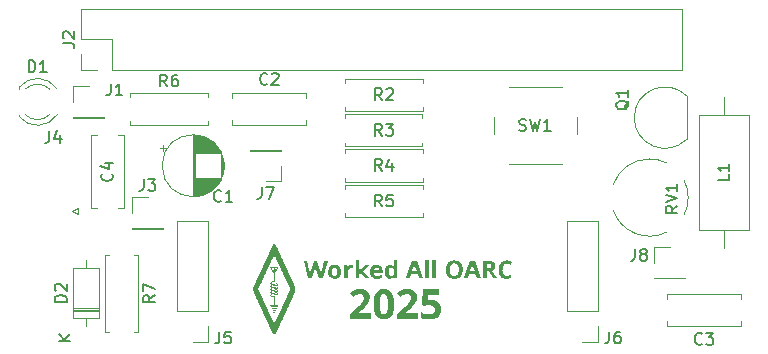
<source format=gbr>
%TF.GenerationSoftware,KiCad,Pcbnew,8.0.8+dfsg-1*%
%TF.CreationDate,2025-07-06T17:26:20+01:00*%
%TF.ProjectId,WOARCWSPR,574f4152-4357-4535-9052-2e6b69636164,rev?*%
%TF.SameCoordinates,Original*%
%TF.FileFunction,Legend,Top*%
%TF.FilePolarity,Positive*%
%FSLAX46Y46*%
G04 Gerber Fmt 4.6, Leading zero omitted, Abs format (unit mm)*
G04 Created by KiCad (PCBNEW 8.0.8+dfsg-1) date 2025-07-06 17:26:20*
%MOMM*%
%LPD*%
G01*
G04 APERTURE LIST*
%ADD10C,0.000000*%
%ADD11C,0.300000*%
%ADD12C,0.200000*%
%ADD13C,0.150000*%
%ADD14C,0.120000*%
%ADD15R,5.080000X1.500000*%
%ADD16R,1.800000X1.800000*%
%ADD17C,1.800000*%
%ADD18C,1.600000*%
%ADD19R,1.600000X1.600000*%
%ADD20R,1.700000X1.700000*%
%ADD21C,2.000000*%
%ADD22O,1.700000X1.700000*%
%ADD23O,2.000000X2.000000*%
%ADD24O,1.600000X1.600000*%
%ADD25C,2.700000*%
%ADD26R,1.500000X1.050000*%
%ADD27O,1.500000X1.050000*%
%ADD28C,1.620000*%
G04 APERTURE END LIST*
D10*
G36*
X183055299Y-54250322D02*
G01*
X183073565Y-54251162D01*
X183092142Y-54252486D01*
X183110506Y-54254252D01*
X183128128Y-54256414D01*
X183144484Y-54258929D01*
X183159046Y-54261753D01*
X183171289Y-54264842D01*
X183180685Y-54268152D01*
X183184151Y-54269876D01*
X183186709Y-54271638D01*
X183188292Y-54273434D01*
X183188834Y-54275257D01*
X183188233Y-54277466D01*
X183186478Y-54279639D01*
X183183643Y-54281768D01*
X183179799Y-54283848D01*
X183169376Y-54287834D01*
X183155789Y-54291545D01*
X183139617Y-54294930D01*
X183121442Y-54297936D01*
X183101842Y-54300513D01*
X183081398Y-54302609D01*
X183060690Y-54304172D01*
X183040298Y-54305151D01*
X183020802Y-54305494D01*
X183002781Y-54305150D01*
X182986817Y-54304067D01*
X182973487Y-54302193D01*
X182963374Y-54299478D01*
X182959704Y-54297788D01*
X182957056Y-54295869D01*
X182956378Y-54295279D01*
X182955562Y-54294684D01*
X182954620Y-54294087D01*
X182953561Y-54293493D01*
X182952396Y-54292906D01*
X182951138Y-54292331D01*
X182949796Y-54291771D01*
X182948381Y-54291232D01*
X182946905Y-54290716D01*
X182945377Y-54290229D01*
X182943810Y-54289775D01*
X182942214Y-54289357D01*
X182940600Y-54288981D01*
X182938978Y-54288651D01*
X182937360Y-54288370D01*
X182935757Y-54288143D01*
X182933271Y-54287758D01*
X182930998Y-54287303D01*
X182928936Y-54286781D01*
X182927080Y-54286199D01*
X182925429Y-54285560D01*
X182923980Y-54284871D01*
X182922730Y-54284136D01*
X182921676Y-54283360D01*
X182920816Y-54282548D01*
X182920146Y-54281706D01*
X182919665Y-54280838D01*
X182919369Y-54279949D01*
X182919255Y-54279045D01*
X182919321Y-54278130D01*
X182919565Y-54277210D01*
X182919982Y-54276290D01*
X182920242Y-54275886D01*
X182936538Y-54275886D01*
X182936712Y-54276524D01*
X182937063Y-54277184D01*
X182937592Y-54277864D01*
X182938297Y-54278562D01*
X182939178Y-54279276D01*
X182940234Y-54280005D01*
X182941464Y-54280746D01*
X182944443Y-54282259D01*
X182948110Y-54283799D01*
X182952458Y-54285352D01*
X182957481Y-54286901D01*
X182963173Y-54288433D01*
X182979880Y-54291946D01*
X182998091Y-54294556D01*
X183017359Y-54296316D01*
X183037238Y-54297278D01*
X183057281Y-54297493D01*
X183077041Y-54297014D01*
X183096071Y-54295892D01*
X183113924Y-54294180D01*
X183130153Y-54291930D01*
X183144313Y-54289193D01*
X183155955Y-54286021D01*
X183160692Y-54284289D01*
X183164633Y-54282467D01*
X183167720Y-54280563D01*
X183169900Y-54278583D01*
X183171114Y-54276533D01*
X183171309Y-54274421D01*
X183170427Y-54272251D01*
X183168413Y-54270031D01*
X183165212Y-54267768D01*
X183160767Y-54265468D01*
X183160761Y-54265547D01*
X183156028Y-54264068D01*
X183148889Y-54262769D01*
X183139686Y-54261651D01*
X183128762Y-54260716D01*
X183103123Y-54259403D01*
X183074713Y-54258846D01*
X183046276Y-54259061D01*
X183020553Y-54260063D01*
X183009566Y-54260863D01*
X183000287Y-54261867D01*
X182993056Y-54263074D01*
X182988219Y-54264489D01*
X182986857Y-54265034D01*
X182985330Y-54265569D01*
X182983653Y-54266089D01*
X182981843Y-54266592D01*
X182977892Y-54267534D01*
X182973610Y-54268373D01*
X182969128Y-54269086D01*
X182964580Y-54269648D01*
X182960099Y-54270037D01*
X182955818Y-54270230D01*
X182950830Y-54270446D01*
X182946597Y-54270855D01*
X182944762Y-54271127D01*
X182943114Y-54271442D01*
X182941651Y-54271798D01*
X182940372Y-54272193D01*
X182939278Y-54272624D01*
X182938368Y-54273091D01*
X182937640Y-54273591D01*
X182937094Y-54274122D01*
X182936728Y-54274683D01*
X182936544Y-54275272D01*
X182936538Y-54275886D01*
X182920242Y-54275886D01*
X182920571Y-54275374D01*
X182921329Y-54274468D01*
X182922252Y-54273576D01*
X182923339Y-54272705D01*
X182924587Y-54271858D01*
X182925992Y-54271041D01*
X182927552Y-54270259D01*
X182929264Y-54269517D01*
X182931126Y-54268820D01*
X182933135Y-54268173D01*
X182935287Y-54267582D01*
X182937581Y-54267050D01*
X182940013Y-54266584D01*
X182942581Y-54266188D01*
X182945282Y-54265867D01*
X182948113Y-54265627D01*
X182950972Y-54265396D01*
X182953810Y-54265114D01*
X182956610Y-54264783D01*
X182959356Y-54264408D01*
X182962029Y-54263994D01*
X182964613Y-54263543D01*
X182967091Y-54263059D01*
X182969444Y-54262548D01*
X182971657Y-54262011D01*
X182973711Y-54261455D01*
X182975589Y-54260881D01*
X182977275Y-54260295D01*
X182978751Y-54259700D01*
X182979999Y-54259100D01*
X182981002Y-54258499D01*
X182981407Y-54258199D01*
X182981744Y-54257901D01*
X182981739Y-54257927D01*
X182983942Y-54256335D01*
X182987078Y-54254934D01*
X182995887Y-54252690D01*
X183007640Y-54251151D01*
X183021811Y-54250273D01*
X183037873Y-54250011D01*
X183055299Y-54250322D01*
G37*
G36*
X182805893Y-54820527D02*
G01*
X182811207Y-54820849D01*
X182816013Y-54821394D01*
X182820186Y-54822165D01*
X182823602Y-54823167D01*
X182824988Y-54823755D01*
X182826138Y-54824403D01*
X182827037Y-54825111D01*
X182827669Y-54825880D01*
X182828169Y-54826512D01*
X182828868Y-54827126D01*
X182829751Y-54827719D01*
X182830808Y-54828287D01*
X182832026Y-54828828D01*
X182833390Y-54829339D01*
X182834890Y-54829815D01*
X182836513Y-54830255D01*
X182838245Y-54830655D01*
X182840074Y-54831012D01*
X182841988Y-54831322D01*
X182843973Y-54831584D01*
X182846018Y-54831792D01*
X182848109Y-54831945D01*
X182850234Y-54832039D01*
X182852381Y-54832071D01*
X182854527Y-54832103D01*
X182856652Y-54832196D01*
X182858742Y-54832347D01*
X182860785Y-54832554D01*
X182862768Y-54832813D01*
X182864680Y-54833122D01*
X182866507Y-54833476D01*
X182868236Y-54833874D01*
X182869856Y-54834311D01*
X182871353Y-54834785D01*
X182872716Y-54835294D01*
X182873931Y-54835833D01*
X182874987Y-54836400D01*
X182875450Y-54836692D01*
X182875869Y-54836991D01*
X182876242Y-54837295D01*
X182876567Y-54837604D01*
X182876842Y-54837918D01*
X182877067Y-54838236D01*
X182877567Y-54838863D01*
X182878265Y-54839473D01*
X182879149Y-54840062D01*
X182880206Y-54840628D01*
X182881423Y-54841166D01*
X182882788Y-54841675D01*
X182884288Y-54842150D01*
X182885910Y-54842588D01*
X182887642Y-54842987D01*
X182889472Y-54843343D01*
X182891385Y-54843653D01*
X182893371Y-54843914D01*
X182895416Y-54844122D01*
X182897507Y-54844275D01*
X182899632Y-54844369D01*
X182901779Y-54844401D01*
X182903925Y-54844433D01*
X182906049Y-54844528D01*
X182908139Y-54844682D01*
X182910183Y-54844892D01*
X182912166Y-54845154D01*
X182914077Y-54845467D01*
X182915904Y-54845825D01*
X182917634Y-54846226D01*
X182919254Y-54846667D01*
X182920751Y-54847145D01*
X182922114Y-54847655D01*
X182923329Y-54848196D01*
X182924384Y-54848763D01*
X182924848Y-54849055D01*
X182925267Y-54849353D01*
X182925640Y-54849657D01*
X182925964Y-54849964D01*
X182926240Y-54850276D01*
X182926464Y-54850592D01*
X182926994Y-54851219D01*
X182927784Y-54851829D01*
X182928819Y-54852418D01*
X182930082Y-54852984D01*
X182931559Y-54853522D01*
X182933233Y-54854031D01*
X182935088Y-54854506D01*
X182937109Y-54854944D01*
X182939280Y-54855343D01*
X182941584Y-54855699D01*
X182944006Y-54856009D01*
X182946530Y-54856270D01*
X182949141Y-54856478D01*
X182951821Y-54856631D01*
X182954557Y-54856725D01*
X182957331Y-54856757D01*
X182960107Y-54856787D01*
X182962844Y-54856876D01*
X182965526Y-54857020D01*
X182968137Y-54857216D01*
X182970660Y-54857462D01*
X182973079Y-54857754D01*
X182975378Y-54858090D01*
X182977541Y-54858467D01*
X182979551Y-54858881D01*
X182981392Y-54859329D01*
X182983048Y-54859809D01*
X182984502Y-54860317D01*
X182985739Y-54860852D01*
X182986270Y-54861127D01*
X182986742Y-54861408D01*
X182987150Y-54861694D01*
X182987494Y-54861985D01*
X182987771Y-54862279D01*
X182987980Y-54862578D01*
X182988243Y-54863146D01*
X182988297Y-54863659D01*
X182988149Y-54864119D01*
X182987805Y-54864525D01*
X182986549Y-54865181D01*
X182984577Y-54865629D01*
X182981934Y-54865876D01*
X182978666Y-54865924D01*
X182974821Y-54865777D01*
X182970444Y-54865442D01*
X182960281Y-54864218D01*
X182948547Y-54862287D01*
X182935612Y-54859683D01*
X182921847Y-54856439D01*
X182872466Y-54843978D01*
X182860780Y-54840965D01*
X182848363Y-54837634D01*
X182836697Y-54834393D01*
X182827267Y-54831648D01*
X182819772Y-54829736D01*
X182812089Y-54828493D01*
X182804222Y-54827917D01*
X182796173Y-54828008D01*
X182787946Y-54828764D01*
X182779545Y-54830184D01*
X182770972Y-54832267D01*
X182762232Y-54835012D01*
X182753328Y-54838418D01*
X182744262Y-54842484D01*
X182735038Y-54847207D01*
X182725660Y-54852588D01*
X182716132Y-54858626D01*
X182706455Y-54865318D01*
X182696634Y-54872664D01*
X182686673Y-54880662D01*
X182684322Y-54882766D01*
X182682274Y-54884923D01*
X182680527Y-54887133D01*
X182679082Y-54889396D01*
X182677937Y-54891712D01*
X182677094Y-54894078D01*
X182676550Y-54896496D01*
X182676306Y-54898965D01*
X182676361Y-54901484D01*
X182676716Y-54904053D01*
X182677369Y-54906671D01*
X182678320Y-54909339D01*
X182679569Y-54912054D01*
X182681116Y-54914817D01*
X182682959Y-54917628D01*
X182685100Y-54920485D01*
X182690269Y-54926339D01*
X182696621Y-54932375D01*
X182704152Y-54938589D01*
X182712859Y-54944977D01*
X182722739Y-54951535D01*
X182733790Y-54958260D01*
X182746007Y-54965148D01*
X182759388Y-54972195D01*
X182789820Y-54987699D01*
X182830368Y-54975185D01*
X182857617Y-54966970D01*
X182884280Y-54959418D01*
X182913416Y-54951695D01*
X182948081Y-54942969D01*
X182955097Y-54941316D01*
X182962200Y-54939806D01*
X182969307Y-54938443D01*
X182976337Y-54937236D01*
X182983209Y-54936188D01*
X182989843Y-54935308D01*
X182996156Y-54934600D01*
X183002069Y-54934072D01*
X183007499Y-54933729D01*
X183012366Y-54933578D01*
X183016588Y-54933625D01*
X183020085Y-54933875D01*
X183021536Y-54934079D01*
X183022775Y-54934336D01*
X183023792Y-54934647D01*
X183024577Y-54935013D01*
X183025120Y-54935435D01*
X183025411Y-54935913D01*
X183025438Y-54936449D01*
X183025194Y-54937042D01*
X183024636Y-54937669D01*
X183023755Y-54938277D01*
X183022571Y-54938864D01*
X183021102Y-54939426D01*
X183019367Y-54939960D01*
X183017386Y-54940464D01*
X183015178Y-54940934D01*
X183012761Y-54941368D01*
X183007377Y-54942113D01*
X183001387Y-54942675D01*
X182994943Y-54943030D01*
X182988197Y-54943154D01*
X182984793Y-54943186D01*
X182981446Y-54943280D01*
X182978175Y-54943433D01*
X182974998Y-54943641D01*
X182971936Y-54943902D01*
X182969006Y-54944213D01*
X182966228Y-54944570D01*
X182963621Y-54944970D01*
X182961203Y-54945410D01*
X182958993Y-54945886D01*
X182957010Y-54946397D01*
X182955273Y-54946938D01*
X182953801Y-54947506D01*
X182953170Y-54947800D01*
X182952613Y-54948099D01*
X182952131Y-54948404D01*
X182951727Y-54948713D01*
X182951404Y-54949027D01*
X182951163Y-54949345D01*
X182950663Y-54949973D01*
X182949965Y-54950582D01*
X182949081Y-54951172D01*
X182948024Y-54951737D01*
X182946807Y-54952276D01*
X182945442Y-54952784D01*
X182943942Y-54953259D01*
X182942320Y-54953698D01*
X182940588Y-54954097D01*
X182938758Y-54954453D01*
X182936845Y-54954762D01*
X182934859Y-54955023D01*
X182932814Y-54955232D01*
X182930723Y-54955384D01*
X182928598Y-54955478D01*
X182926451Y-54955510D01*
X182924305Y-54955542D01*
X182922180Y-54955636D01*
X182920090Y-54955789D01*
X182918047Y-54955997D01*
X182916064Y-54956258D01*
X182914152Y-54956568D01*
X182912326Y-54956924D01*
X182910596Y-54957323D01*
X182908976Y-54957761D01*
X182907479Y-54958236D01*
X182906116Y-54958744D01*
X182904901Y-54959283D01*
X182903846Y-54959848D01*
X182903382Y-54960140D01*
X182902963Y-54960438D01*
X182902590Y-54960740D01*
X182902266Y-54961048D01*
X182901990Y-54961359D01*
X182901766Y-54961675D01*
X182901265Y-54962307D01*
X182900567Y-54962921D01*
X182899683Y-54963514D01*
X182898626Y-54964082D01*
X182897409Y-54964623D01*
X182896044Y-54965134D01*
X182894544Y-54965610D01*
X182892922Y-54966050D01*
X182891190Y-54966450D01*
X182889361Y-54966807D01*
X182887447Y-54967118D01*
X182885461Y-54967379D01*
X182883417Y-54967587D01*
X182881325Y-54967740D01*
X182879200Y-54967834D01*
X182877054Y-54967866D01*
X182874907Y-54967898D01*
X182872783Y-54967991D01*
X182870693Y-54968143D01*
X182868650Y-54968349D01*
X182866666Y-54968608D01*
X182864755Y-54968917D01*
X182862928Y-54969271D01*
X182861198Y-54969669D01*
X182859579Y-54970106D01*
X182858081Y-54970581D01*
X182856718Y-54971089D01*
X182855503Y-54971628D01*
X182854448Y-54972195D01*
X182853984Y-54972488D01*
X182853565Y-54972786D01*
X182853193Y-54973090D01*
X182852868Y-54973399D01*
X182852592Y-54973713D01*
X182852368Y-54974031D01*
X182851900Y-54974663D01*
X182851296Y-54975277D01*
X182850566Y-54975870D01*
X182849720Y-54976438D01*
X182848765Y-54976980D01*
X182847712Y-54977490D01*
X182846571Y-54977967D01*
X182845350Y-54978407D01*
X182844059Y-54978807D01*
X182842707Y-54979163D01*
X182841304Y-54979474D01*
X182839859Y-54979735D01*
X182838381Y-54979943D01*
X182836881Y-54980096D01*
X182835366Y-54980190D01*
X182833847Y-54980222D01*
X182832328Y-54980254D01*
X182830814Y-54980347D01*
X182829313Y-54980499D01*
X182827835Y-54980706D01*
X182826390Y-54980965D01*
X182824987Y-54981273D01*
X182823635Y-54981627D01*
X182822344Y-54982025D01*
X182821123Y-54982462D01*
X182819982Y-54982937D01*
X182818929Y-54983445D01*
X182817974Y-54983984D01*
X182817537Y-54984264D01*
X182817128Y-54984551D01*
X182816747Y-54984844D01*
X182816398Y-54985143D01*
X182816079Y-54985447D01*
X182815794Y-54985756D01*
X182815543Y-54986069D01*
X182815326Y-54986387D01*
X182814295Y-54987648D01*
X182812912Y-54988686D01*
X182811198Y-54989510D01*
X182809176Y-54990127D01*
X182806865Y-54990543D01*
X182804287Y-54990766D01*
X182798417Y-54990662D01*
X182791735Y-54989871D01*
X182784410Y-54988449D01*
X182776613Y-54986455D01*
X182768514Y-54983945D01*
X182760283Y-54980976D01*
X182752088Y-54977605D01*
X182744102Y-54973890D01*
X182736493Y-54969887D01*
X182729431Y-54965653D01*
X182723086Y-54961246D01*
X182717629Y-54956723D01*
X182715286Y-54954435D01*
X182713229Y-54952140D01*
X182712436Y-54951223D01*
X182711600Y-54950334D01*
X182710728Y-54949475D01*
X182709826Y-54948651D01*
X182708903Y-54947867D01*
X182707965Y-54947127D01*
X182707019Y-54946437D01*
X182706072Y-54945799D01*
X182705131Y-54945220D01*
X182704203Y-54944704D01*
X182703296Y-54944254D01*
X182702416Y-54943876D01*
X182701571Y-54943574D01*
X182700767Y-54943353D01*
X182700012Y-54943217D01*
X182699654Y-54943182D01*
X182699312Y-54943170D01*
X182698130Y-54943111D01*
X182696927Y-54942935D01*
X182695709Y-54942648D01*
X182694478Y-54942255D01*
X182693238Y-54941760D01*
X182691993Y-54941167D01*
X182690747Y-54940483D01*
X182689504Y-54939710D01*
X182687040Y-54937920D01*
X182684632Y-54935836D01*
X182682309Y-54933495D01*
X182680103Y-54930935D01*
X182678043Y-54928192D01*
X182676160Y-54925306D01*
X182674483Y-54922314D01*
X182673044Y-54919252D01*
X182671871Y-54916159D01*
X182671395Y-54914613D01*
X182670997Y-54913073D01*
X182670680Y-54911544D01*
X182670450Y-54910031D01*
X182670308Y-54908538D01*
X182670260Y-54907070D01*
X182670339Y-54905574D01*
X182670570Y-54903973D01*
X182670944Y-54902277D01*
X182671455Y-54900496D01*
X182672095Y-54898641D01*
X182672856Y-54896721D01*
X182674708Y-54892725D01*
X182676950Y-54888591D01*
X182679519Y-54884397D01*
X182682354Y-54880223D01*
X182685391Y-54876150D01*
X182688569Y-54872256D01*
X182691825Y-54868623D01*
X182695097Y-54865329D01*
X182698322Y-54862455D01*
X182699898Y-54861201D01*
X182701439Y-54860081D01*
X182702936Y-54859106D01*
X182704384Y-54858286D01*
X182705773Y-54857631D01*
X182707096Y-54857151D01*
X182708344Y-54856855D01*
X182709512Y-54856754D01*
X182710188Y-54856701D01*
X182710961Y-54856546D01*
X182711821Y-54856292D01*
X182712760Y-54855947D01*
X182713769Y-54855515D01*
X182714839Y-54855001D01*
X182715960Y-54854410D01*
X182717125Y-54853748D01*
X182718324Y-54853020D01*
X182719548Y-54852231D01*
X182720788Y-54851387D01*
X182722035Y-54850492D01*
X182723281Y-54849553D01*
X182724517Y-54848573D01*
X182725733Y-54847559D01*
X182726921Y-54846515D01*
X182729484Y-54844300D01*
X182732419Y-54841930D01*
X182735626Y-54839480D01*
X182738999Y-54837023D01*
X182742437Y-54834633D01*
X182745837Y-54832383D01*
X182749095Y-54830349D01*
X182752109Y-54828602D01*
X182752107Y-54828578D01*
X182753792Y-54827725D01*
X182755677Y-54826915D01*
X182759979Y-54825431D01*
X182764891Y-54824131D01*
X182770288Y-54823018D01*
X182776045Y-54822098D01*
X182782038Y-54821374D01*
X182788144Y-54820850D01*
X182794238Y-54820532D01*
X182800196Y-54820423D01*
X182805893Y-54820527D01*
G37*
G36*
X183041202Y-52856651D02*
G01*
X183070093Y-52858291D01*
X183096030Y-52860797D01*
X183106918Y-52862336D01*
X183115899Y-52864046D01*
X183122586Y-52865911D01*
X183124947Y-52866897D01*
X183126588Y-52867915D01*
X183139817Y-52878710D01*
X183112467Y-52933093D01*
X183106790Y-52944231D01*
X183101147Y-52955032D01*
X183095686Y-52965232D01*
X183090555Y-52974563D01*
X183085903Y-52982762D01*
X183081878Y-52989562D01*
X183078628Y-52994699D01*
X183077340Y-52996560D01*
X183076301Y-52997905D01*
X183074057Y-53000976D01*
X183071049Y-53005728D01*
X183067408Y-53011922D01*
X183063265Y-53019319D01*
X183058752Y-53027678D01*
X183054000Y-53036761D01*
X183049140Y-53046327D01*
X183044302Y-53056137D01*
X183039528Y-53065815D01*
X183034851Y-53074985D01*
X183030388Y-53083435D01*
X183026258Y-53090952D01*
X183022579Y-53097323D01*
X183020946Y-53100012D01*
X183019470Y-53102336D01*
X183018167Y-53104266D01*
X183017050Y-53105777D01*
X183016135Y-53106842D01*
X183015757Y-53107199D01*
X183015436Y-53107434D01*
X183014796Y-53107927D01*
X183014051Y-53108674D01*
X183013210Y-53109661D01*
X183012284Y-53110873D01*
X183010208Y-53113908D01*
X183007896Y-53117657D01*
X183005420Y-53121997D01*
X183002853Y-53126805D01*
X183000267Y-53131959D01*
X182997736Y-53137335D01*
X182995205Y-53142700D01*
X182992670Y-53147697D01*
X182990138Y-53152320D01*
X182987616Y-53156562D01*
X182986361Y-53158538D01*
X182985111Y-53160415D01*
X182983867Y-53162194D01*
X182982631Y-53163873D01*
X182981401Y-53165452D01*
X182980181Y-53166929D01*
X182978970Y-53168304D01*
X182977769Y-53169576D01*
X182976580Y-53170743D01*
X182975403Y-53171806D01*
X182974238Y-53172762D01*
X182973088Y-53173612D01*
X182971952Y-53174355D01*
X182970833Y-53174989D01*
X182969729Y-53175513D01*
X182968643Y-53175927D01*
X182967575Y-53176231D01*
X182966527Y-53176422D01*
X182965498Y-53176500D01*
X182964490Y-53176465D01*
X182963505Y-53176315D01*
X182962541Y-53176049D01*
X182961601Y-53175667D01*
X182960686Y-53175168D01*
X182959391Y-53170992D01*
X182958220Y-53160699D01*
X182956273Y-53125244D01*
X182954896Y-53075756D01*
X182954138Y-53019190D01*
X182954075Y-52978828D01*
X182961363Y-52978828D01*
X182962739Y-53062337D01*
X182964107Y-53099430D01*
X182965904Y-53128697D01*
X182969740Y-53174996D01*
X182984398Y-53147228D01*
X182987561Y-53141332D01*
X182990928Y-53135223D01*
X182994396Y-53129078D01*
X182997862Y-53123075D01*
X183001223Y-53117390D01*
X183004374Y-53112200D01*
X183007214Y-53107682D01*
X183009639Y-53104014D01*
X183014052Y-53097192D01*
X183019838Y-53087522D01*
X183036945Y-53057063D01*
X183063786Y-53007490D01*
X183103188Y-52933653D01*
X183109103Y-52922282D01*
X183114456Y-52911511D01*
X183119146Y-52901590D01*
X183121209Y-52897026D01*
X183123068Y-52892768D01*
X183124710Y-52888848D01*
X183126121Y-52885296D01*
X183127290Y-52882144D01*
X183128202Y-52879422D01*
X183128846Y-52877163D01*
X183129209Y-52875398D01*
X183129280Y-52874710D01*
X183129277Y-52874157D01*
X183129197Y-52873743D01*
X183129038Y-52873471D01*
X183129091Y-52873471D01*
X183126428Y-52872541D01*
X183120718Y-52871737D01*
X183101898Y-52870505D01*
X183076112Y-52869773D01*
X183046843Y-52869541D01*
X183017572Y-52869806D01*
X182991784Y-52870568D01*
X182972959Y-52871824D01*
X182967246Y-52872636D01*
X182964581Y-52873572D01*
X182963713Y-52876550D01*
X182962983Y-52883321D01*
X182961926Y-52906472D01*
X182961393Y-52939487D01*
X182961363Y-52978828D01*
X182954075Y-52978828D01*
X182954049Y-52962499D01*
X182954681Y-52912639D01*
X182956083Y-52876563D01*
X182957088Y-52865868D01*
X182958305Y-52861227D01*
X182958360Y-52861221D01*
X182959693Y-52860322D01*
X182961766Y-52859514D01*
X182967936Y-52858162D01*
X182976480Y-52857150D01*
X182987010Y-52856463D01*
X183012470Y-52856000D01*
X183041202Y-52856651D01*
G37*
G36*
X182912067Y-56592157D02*
G01*
X182925858Y-56592446D01*
X182994073Y-56594298D01*
X182995925Y-56635963D01*
X182997777Y-56677629D01*
X182849065Y-56677629D01*
X182849065Y-56671406D01*
X182849065Y-56638545D01*
X182849152Y-56630608D01*
X182849400Y-56623033D01*
X182849793Y-56615998D01*
X182850039Y-56612739D01*
X182850315Y-56609681D01*
X182850619Y-56606847D01*
X182850949Y-56604259D01*
X182851302Y-56601940D01*
X182851677Y-56599911D01*
X182852072Y-56598196D01*
X182852327Y-56597341D01*
X182855196Y-56597341D01*
X182855196Y-56671406D01*
X182990990Y-56671406D01*
X182990990Y-56597341D01*
X182855196Y-56597341D01*
X182852327Y-56597341D01*
X182852484Y-56596815D01*
X182852911Y-56595792D01*
X182853130Y-56595421D01*
X182853351Y-56595148D01*
X182853328Y-56595092D01*
X182854120Y-56594650D01*
X182855585Y-56594237D01*
X182860384Y-56593504D01*
X182867426Y-56592908D01*
X182876413Y-56592461D01*
X182887047Y-56592178D01*
X182899031Y-56592072D01*
X182912067Y-56592157D01*
G37*
G36*
X183079872Y-52780065D02*
G01*
X183104666Y-52780231D01*
X183122112Y-52780453D01*
X183131800Y-52780725D01*
X183133607Y-52780878D01*
X183133728Y-52780958D01*
X183133319Y-52781040D01*
X183126258Y-52781393D01*
X183110205Y-52781776D01*
X183063344Y-52782372D01*
X183009899Y-52782570D01*
X182956454Y-52782372D01*
X182909595Y-52781776D01*
X182886478Y-52781040D01*
X182886190Y-52780878D01*
X182887996Y-52780725D01*
X182897682Y-52780453D01*
X182939917Y-52780065D01*
X183009891Y-52779924D01*
X183079872Y-52780065D01*
G37*
G36*
X182801868Y-54067867D02*
G01*
X182840084Y-54068925D01*
X182803050Y-54073053D01*
X182793149Y-54074278D01*
X182783597Y-54075694D01*
X182774401Y-54077295D01*
X182765568Y-54079073D01*
X182757104Y-54081023D01*
X182749016Y-54083138D01*
X182741312Y-54085412D01*
X182733998Y-54087839D01*
X182727082Y-54090411D01*
X182720569Y-54093123D01*
X182714468Y-54095968D01*
X182708784Y-54098940D01*
X182703525Y-54102032D01*
X182698697Y-54105238D01*
X182694309Y-54108552D01*
X182690366Y-54111968D01*
X182686875Y-54115478D01*
X182683843Y-54119077D01*
X182681278Y-54122758D01*
X182679185Y-54126515D01*
X182677573Y-54130341D01*
X182676447Y-54134230D01*
X182675816Y-54138176D01*
X182675685Y-54142172D01*
X182676061Y-54146211D01*
X182676952Y-54150289D01*
X182678365Y-54154397D01*
X182680305Y-54158530D01*
X182682781Y-54162681D01*
X182685799Y-54166845D01*
X182689366Y-54171014D01*
X182693489Y-54175182D01*
X182699108Y-54180219D01*
X182705382Y-54185354D01*
X182712193Y-54190521D01*
X182719426Y-54195656D01*
X182726963Y-54200696D01*
X182734687Y-54205576D01*
X182742482Y-54210233D01*
X182750230Y-54214602D01*
X182757815Y-54218620D01*
X182765120Y-54222222D01*
X182772027Y-54225345D01*
X182778421Y-54227925D01*
X182784183Y-54229897D01*
X182789198Y-54231198D01*
X182791389Y-54231577D01*
X182793349Y-54231764D01*
X182795063Y-54231751D01*
X182796518Y-54231530D01*
X182803155Y-54229820D01*
X182811839Y-54227478D01*
X182821442Y-54224814D01*
X182830834Y-54222137D01*
X182858248Y-54214284D01*
X182881587Y-54207830D01*
X182902003Y-54202516D01*
X182920649Y-54198085D01*
X182938677Y-54194275D01*
X182957239Y-54190829D01*
X182977489Y-54187487D01*
X183000578Y-54183989D01*
X183030083Y-54179744D01*
X183054026Y-54176580D01*
X183064234Y-54175389D01*
X183073436Y-54174451D01*
X183081763Y-54173760D01*
X183089342Y-54173310D01*
X183096302Y-54173096D01*
X183102772Y-54173111D01*
X183108881Y-54173350D01*
X183114757Y-54173806D01*
X183120529Y-54174474D01*
X183126326Y-54175349D01*
X183132276Y-54176424D01*
X183138507Y-54177693D01*
X183155843Y-54181888D01*
X183171749Y-54186781D01*
X183186244Y-54192316D01*
X183199347Y-54198437D01*
X183211074Y-54205087D01*
X183221444Y-54212211D01*
X183230475Y-54219753D01*
X183238185Y-54227657D01*
X183244592Y-54235866D01*
X183249714Y-54244325D01*
X183253568Y-54252978D01*
X183256172Y-54261769D01*
X183257546Y-54270641D01*
X183257706Y-54279539D01*
X183256670Y-54288407D01*
X183254457Y-54297189D01*
X183251084Y-54305828D01*
X183246569Y-54314270D01*
X183240931Y-54322456D01*
X183234187Y-54330333D01*
X183226355Y-54337843D01*
X183217453Y-54344931D01*
X183207500Y-54351541D01*
X183196512Y-54357617D01*
X183184508Y-54363102D01*
X183171507Y-54367941D01*
X183157525Y-54372078D01*
X183142581Y-54375457D01*
X183126692Y-54378021D01*
X183109878Y-54379715D01*
X183092155Y-54380483D01*
X183073542Y-54380268D01*
X183019093Y-54378151D01*
X183078907Y-54376828D01*
X183091001Y-54376444D01*
X183102432Y-54375845D01*
X183107818Y-54375475D01*
X183112941Y-54375062D01*
X183117769Y-54374610D01*
X183122268Y-54374123D01*
X183126406Y-54373604D01*
X183130151Y-54373058D01*
X183133470Y-54372487D01*
X183136331Y-54371895D01*
X183138701Y-54371286D01*
X183140547Y-54370664D01*
X183141264Y-54370349D01*
X183141838Y-54370032D01*
X183142264Y-54369713D01*
X183142540Y-54369394D01*
X183142983Y-54368762D01*
X183143523Y-54368148D01*
X183144153Y-54367555D01*
X183144866Y-54366986D01*
X183145653Y-54366445D01*
X183146508Y-54365935D01*
X183147423Y-54365458D01*
X183148390Y-54365018D01*
X183149402Y-54364618D01*
X183150452Y-54364261D01*
X183151532Y-54363951D01*
X183152634Y-54363690D01*
X183153751Y-54363481D01*
X183154876Y-54363328D01*
X183156001Y-54363234D01*
X183157118Y-54363202D01*
X183159285Y-54363111D01*
X183161614Y-54362843D01*
X183164092Y-54362407D01*
X183166706Y-54361810D01*
X183172288Y-54360165D01*
X183178253Y-54357974D01*
X183184496Y-54355301D01*
X183190909Y-54352210D01*
X183197388Y-54348766D01*
X183203824Y-54345032D01*
X183210113Y-54341073D01*
X183216148Y-54336953D01*
X183221822Y-54332737D01*
X183227029Y-54328488D01*
X183231664Y-54324271D01*
X183235619Y-54320151D01*
X183237308Y-54318147D01*
X183238788Y-54316191D01*
X183240045Y-54314291D01*
X183241065Y-54312455D01*
X183243414Y-54307275D01*
X183245334Y-54302042D01*
X183246835Y-54296769D01*
X183247927Y-54291472D01*
X183248621Y-54286164D01*
X183248926Y-54280859D01*
X183248853Y-54275571D01*
X183248411Y-54270315D01*
X183247611Y-54265105D01*
X183246463Y-54259956D01*
X183244978Y-54254880D01*
X183243164Y-54249893D01*
X183241034Y-54245008D01*
X183238595Y-54240240D01*
X183235860Y-54235603D01*
X183232837Y-54231112D01*
X183229537Y-54226779D01*
X183225971Y-54222621D01*
X183222148Y-54218650D01*
X183218078Y-54214880D01*
X183213772Y-54211327D01*
X183209239Y-54208004D01*
X183204491Y-54204926D01*
X183199536Y-54202106D01*
X183194386Y-54199559D01*
X183189049Y-54197299D01*
X183183538Y-54195340D01*
X183177860Y-54193696D01*
X183172028Y-54192382D01*
X183166050Y-54191412D01*
X183159937Y-54190799D01*
X183153700Y-54190559D01*
X183151676Y-54190507D01*
X183149670Y-54190395D01*
X183147694Y-54190224D01*
X183145761Y-54189998D01*
X183143882Y-54189721D01*
X183142068Y-54189396D01*
X183140333Y-54189026D01*
X183138688Y-54188614D01*
X183137145Y-54188164D01*
X183135716Y-54187679D01*
X183134412Y-54187161D01*
X183133247Y-54186615D01*
X183132232Y-54186044D01*
X183131784Y-54185749D01*
X183131378Y-54185450D01*
X183131016Y-54185146D01*
X183130698Y-54184837D01*
X183130428Y-54184525D01*
X183130205Y-54184209D01*
X183129627Y-54183577D01*
X183128696Y-54182963D01*
X183127433Y-54182370D01*
X183125857Y-54181802D01*
X183123989Y-54181261D01*
X183121851Y-54180750D01*
X183119461Y-54180273D01*
X183116842Y-54179833D01*
X183110995Y-54179077D01*
X183104475Y-54178505D01*
X183097446Y-54178144D01*
X183090073Y-54178018D01*
X183086357Y-54178050D01*
X183082707Y-54178144D01*
X183079142Y-54178297D01*
X183075684Y-54178505D01*
X183072352Y-54178766D01*
X183069169Y-54179077D01*
X183066153Y-54179434D01*
X183063325Y-54179833D01*
X183060707Y-54180273D01*
X183058318Y-54180750D01*
X183056180Y-54181261D01*
X183054312Y-54181802D01*
X183052735Y-54182370D01*
X183051470Y-54182963D01*
X183050960Y-54183268D01*
X183050537Y-54183577D01*
X183050201Y-54183891D01*
X183049957Y-54184209D01*
X183049363Y-54184836D01*
X183048385Y-54185446D01*
X183047045Y-54186036D01*
X183045365Y-54186601D01*
X183043367Y-54187140D01*
X183041074Y-54187648D01*
X183035688Y-54188561D01*
X183029384Y-54189316D01*
X183022341Y-54189887D01*
X183014734Y-54190248D01*
X183006742Y-54190374D01*
X183002711Y-54190406D01*
X182998754Y-54190500D01*
X182994893Y-54190653D01*
X182991152Y-54190861D01*
X182987551Y-54191122D01*
X182984113Y-54191431D01*
X182980860Y-54191787D01*
X182977814Y-54192186D01*
X182974997Y-54192625D01*
X182972431Y-54193100D01*
X182970138Y-54193608D01*
X182968140Y-54194147D01*
X182966460Y-54194712D01*
X182965119Y-54195302D01*
X182964583Y-54195604D01*
X182964140Y-54195911D01*
X182963792Y-54196223D01*
X182963544Y-54196539D01*
X182963014Y-54197171D01*
X182962224Y-54197785D01*
X182961189Y-54198378D01*
X182959926Y-54198946D01*
X182958449Y-54199487D01*
X182956775Y-54199998D01*
X182954919Y-54200474D01*
X182952899Y-54200914D01*
X182950728Y-54201314D01*
X182948424Y-54201671D01*
X182946002Y-54201982D01*
X182943478Y-54202243D01*
X182940867Y-54202451D01*
X182938187Y-54202604D01*
X182935451Y-54202698D01*
X182932677Y-54202730D01*
X182929901Y-54202762D01*
X182927164Y-54202856D01*
X182924483Y-54203009D01*
X182921872Y-54203217D01*
X182919349Y-54203478D01*
X182916928Y-54203788D01*
X182914625Y-54204144D01*
X182912456Y-54204542D01*
X182910437Y-54204981D01*
X182908583Y-54205456D01*
X182906910Y-54205964D01*
X182905434Y-54206503D01*
X182904170Y-54207068D01*
X182903623Y-54207360D01*
X182903134Y-54207658D01*
X182902707Y-54207960D01*
X182902343Y-54208268D01*
X182902044Y-54208579D01*
X182901811Y-54208895D01*
X182901332Y-54209527D01*
X182900685Y-54210141D01*
X182899881Y-54210734D01*
X182898932Y-54211302D01*
X182897849Y-54211843D01*
X182896642Y-54212354D01*
X182895323Y-54212831D01*
X182893903Y-54213270D01*
X182892393Y-54213670D01*
X182890803Y-54214027D01*
X182889145Y-54214338D01*
X182887430Y-54214599D01*
X182885670Y-54214807D01*
X182883874Y-54214960D01*
X182882054Y-54215054D01*
X182880221Y-54215086D01*
X182878388Y-54215118D01*
X182876568Y-54215212D01*
X182874772Y-54215365D01*
X182873011Y-54215573D01*
X182871296Y-54215834D01*
X182869637Y-54216144D01*
X182868047Y-54216500D01*
X182866535Y-54216899D01*
X182865114Y-54217337D01*
X182863793Y-54217812D01*
X182862584Y-54218321D01*
X182861498Y-54218859D01*
X182860547Y-54219425D01*
X182860124Y-54219716D01*
X182859740Y-54220014D01*
X182859394Y-54220316D01*
X182859089Y-54220624D01*
X182858825Y-54220935D01*
X182858605Y-54221251D01*
X182858125Y-54221878D01*
X182857478Y-54222488D01*
X182856675Y-54223078D01*
X182855726Y-54223643D01*
X182854643Y-54224182D01*
X182853436Y-54224690D01*
X182852117Y-54225165D01*
X182850697Y-54225604D01*
X182849186Y-54226002D01*
X182847597Y-54226358D01*
X182845939Y-54226668D01*
X182844224Y-54226929D01*
X182842463Y-54227137D01*
X182840667Y-54227290D01*
X182838847Y-54227384D01*
X182837014Y-54227416D01*
X182835186Y-54227448D01*
X182833370Y-54227542D01*
X182831578Y-54227695D01*
X182829820Y-54227903D01*
X182828107Y-54228164D01*
X182826451Y-54228475D01*
X182824862Y-54228832D01*
X182823352Y-54229232D01*
X182821931Y-54229672D01*
X182820612Y-54230148D01*
X182819403Y-54230659D01*
X182818318Y-54231200D01*
X182817366Y-54231768D01*
X182816944Y-54232062D01*
X182816559Y-54232361D01*
X182816214Y-54232666D01*
X182815908Y-54232975D01*
X182815645Y-54233289D01*
X182815424Y-54233607D01*
X182814291Y-54235113D01*
X182812900Y-54236392D01*
X182811261Y-54237449D01*
X182809383Y-54238287D01*
X182807277Y-54238910D01*
X182804950Y-54239321D01*
X182799677Y-54239523D01*
X182793639Y-54238923D01*
X182786913Y-54237552D01*
X182779573Y-54235438D01*
X182771696Y-54232611D01*
X182763358Y-54229101D01*
X182754634Y-54224937D01*
X182745601Y-54220150D01*
X182736334Y-54214768D01*
X182726909Y-54208822D01*
X182717402Y-54202341D01*
X182707888Y-54195355D01*
X182698444Y-54187893D01*
X182693853Y-54183870D01*
X182689724Y-54179721D01*
X182686050Y-54175464D01*
X182682823Y-54171115D01*
X182680038Y-54166689D01*
X182677686Y-54162205D01*
X182675760Y-54157678D01*
X182674254Y-54153126D01*
X182673160Y-54148564D01*
X182672470Y-54144009D01*
X182672179Y-54139479D01*
X182672278Y-54134989D01*
X182672760Y-54130556D01*
X182673619Y-54126197D01*
X182674847Y-54121929D01*
X182676437Y-54117767D01*
X182678382Y-54113729D01*
X182680675Y-54109831D01*
X182683308Y-54106090D01*
X182686275Y-54102522D01*
X182689568Y-54099144D01*
X182693180Y-54095973D01*
X182697104Y-54093025D01*
X182701332Y-54090317D01*
X182705858Y-54087866D01*
X182710675Y-54085687D01*
X182715775Y-54083798D01*
X182721152Y-54082215D01*
X182726797Y-54080955D01*
X182732704Y-54080035D01*
X182738866Y-54079470D01*
X182745275Y-54079278D01*
X182746393Y-54079247D01*
X182747517Y-54079153D01*
X182748640Y-54079002D01*
X182749756Y-54078795D01*
X182750857Y-54078536D01*
X182751935Y-54078228D01*
X182752983Y-54077873D01*
X182753993Y-54077476D01*
X182754960Y-54077038D01*
X182755874Y-54076564D01*
X182756729Y-54076056D01*
X182757517Y-54075517D01*
X182758230Y-54074950D01*
X182758557Y-54074657D01*
X182758863Y-54074358D01*
X182759146Y-54074054D01*
X182759407Y-54073745D01*
X182759643Y-54073432D01*
X182759854Y-54073114D01*
X182759836Y-54073105D01*
X182760423Y-54072483D01*
X182761383Y-54071886D01*
X182762695Y-54071319D01*
X182764335Y-54070784D01*
X182766284Y-54070283D01*
X182768519Y-54069820D01*
X182773761Y-54069018D01*
X182779890Y-54068399D01*
X182786733Y-54067986D01*
X182794116Y-54067801D01*
X182801868Y-54067867D01*
G37*
G36*
X182568368Y-55997657D02*
G01*
X182568431Y-55997686D01*
X182568559Y-55997787D01*
X182568690Y-55997946D01*
X182568825Y-55998165D01*
X182568962Y-55998443D01*
X182569103Y-55998781D01*
X182569246Y-55999181D01*
X182569391Y-55999642D01*
X182569539Y-56000167D01*
X182569818Y-56001325D01*
X182570060Y-56002560D01*
X182570264Y-56003862D01*
X182570432Y-56005218D01*
X182570562Y-56006619D01*
X182570655Y-56008052D01*
X182570711Y-56009508D01*
X182570729Y-56010975D01*
X182570711Y-56012441D01*
X182570655Y-56013897D01*
X182570562Y-56015330D01*
X182570432Y-56016731D01*
X182570264Y-56018088D01*
X182570060Y-56019389D01*
X182569818Y-56020625D01*
X182569539Y-56021783D01*
X182569263Y-56022769D01*
X182568993Y-56023507D01*
X182568730Y-56024003D01*
X182568601Y-56024162D01*
X182568475Y-56024263D01*
X182568352Y-56024306D01*
X182568232Y-56024292D01*
X182568114Y-56024222D01*
X182568000Y-56024096D01*
X182567783Y-56023680D01*
X182567581Y-56023050D01*
X182567396Y-56022211D01*
X182567231Y-56021169D01*
X182567086Y-56019929D01*
X182566964Y-56018498D01*
X182566866Y-56016880D01*
X182566794Y-56015081D01*
X182566734Y-56010962D01*
X182566748Y-56008822D01*
X182566790Y-56006852D01*
X182566857Y-56005056D01*
X182566949Y-56003441D01*
X182567065Y-56002012D01*
X182567203Y-56000774D01*
X182567280Y-56000229D01*
X182567362Y-55999734D01*
X182567449Y-55999290D01*
X182567541Y-55998897D01*
X182567638Y-55998556D01*
X182567739Y-55998268D01*
X182567844Y-55998033D01*
X182567954Y-55997852D01*
X182568067Y-55997727D01*
X182568126Y-55997685D01*
X182568185Y-55997657D01*
X182568245Y-55997643D01*
X182568306Y-55997643D01*
X182568368Y-55997657D01*
G37*
G36*
X182991463Y-56672432D02*
G01*
X182855669Y-56672432D01*
X182855669Y-56598366D01*
X182991463Y-56598366D01*
X182991463Y-56672432D01*
G37*
G36*
X182886899Y-55346516D02*
G01*
X182889019Y-55363586D01*
X182890470Y-55385623D01*
X182891783Y-55447091D01*
X182890992Y-55657060D01*
X182889405Y-55977483D01*
X182730459Y-55980579D01*
X182698528Y-55981137D01*
X182668740Y-55981466D01*
X182641748Y-55981579D01*
X182618202Y-55981486D01*
X182598754Y-55981196D01*
X182584056Y-55980721D01*
X182574760Y-55980071D01*
X182572340Y-55979683D01*
X182571724Y-55979475D01*
X182571516Y-55979256D01*
X182572324Y-55978786D01*
X182574697Y-55978310D01*
X182583813Y-55977355D01*
X182617297Y-55975539D01*
X182666856Y-55974040D01*
X182727377Y-55973091D01*
X182883237Y-55971504D01*
X182884825Y-55651932D01*
X182886354Y-55344119D01*
X182886899Y-55346516D01*
G37*
G36*
X182919210Y-51722761D02*
G01*
X182920071Y-51722912D01*
X182920940Y-51723192D01*
X182921821Y-51723597D01*
X182922718Y-51724126D01*
X182923634Y-51724774D01*
X182924574Y-51725541D01*
X182925541Y-51726423D01*
X182926539Y-51727418D01*
X182927571Y-51728523D01*
X182928643Y-51729735D01*
X182929756Y-51731053D01*
X182932331Y-51734725D01*
X182935973Y-51740732D01*
X182945778Y-51758390D01*
X182957810Y-51781300D01*
X182970707Y-51806734D01*
X182983108Y-51831966D01*
X182993652Y-51854269D01*
X183000976Y-51870917D01*
X183003006Y-51876268D01*
X183003720Y-51879182D01*
X183004728Y-51882535D01*
X183007616Y-51889533D01*
X183018224Y-51912745D01*
X183033926Y-51945378D01*
X183053102Y-51983994D01*
X183063021Y-52003833D01*
X183072275Y-52022613D01*
X183080661Y-52039905D01*
X183087977Y-52055279D01*
X183094020Y-52068303D01*
X183098587Y-52078547D01*
X183101476Y-52085580D01*
X183102228Y-52087759D01*
X183102484Y-52088973D01*
X183102701Y-52090107D01*
X183103338Y-52092054D01*
X183105787Y-52098200D01*
X183109658Y-52107044D01*
X183114779Y-52118216D01*
X183128081Y-52146072D01*
X183144317Y-52178820D01*
X183161219Y-52212730D01*
X183176305Y-52243745D01*
X183187934Y-52268435D01*
X183191939Y-52277336D01*
X183194464Y-52283368D01*
X183201035Y-52298623D01*
X183212790Y-52324187D01*
X183228070Y-52356494D01*
X183245214Y-52391979D01*
X183253740Y-52409583D01*
X183261694Y-52426240D01*
X183268903Y-52441569D01*
X183275191Y-52455190D01*
X183280385Y-52466721D01*
X183284311Y-52475780D01*
X183286794Y-52481988D01*
X183287440Y-52483903D01*
X183287661Y-52484962D01*
X183288543Y-52487908D01*
X183291072Y-52494037D01*
X183300359Y-52514334D01*
X183314101Y-52542844D01*
X183330878Y-52576558D01*
X183339561Y-52593902D01*
X183347659Y-52610356D01*
X183354995Y-52625542D01*
X183361394Y-52639079D01*
X183366677Y-52650589D01*
X183370670Y-52659691D01*
X183373195Y-52666006D01*
X183373852Y-52667999D01*
X183374076Y-52669154D01*
X183374300Y-52670308D01*
X183374959Y-52672302D01*
X183377487Y-52678616D01*
X183381485Y-52687717D01*
X183386773Y-52699226D01*
X183400515Y-52727945D01*
X183417290Y-52761734D01*
X183425974Y-52779078D01*
X183434072Y-52795533D01*
X183441408Y-52810718D01*
X183447807Y-52824256D01*
X183453090Y-52835765D01*
X183457083Y-52844867D01*
X183459608Y-52851182D01*
X183460265Y-52853176D01*
X183460489Y-52854330D01*
X183460713Y-52855485D01*
X183461371Y-52857478D01*
X183463900Y-52863793D01*
X183467898Y-52872894D01*
X183473186Y-52884402D01*
X183486928Y-52913121D01*
X183503703Y-52946911D01*
X183512385Y-52964255D01*
X183520484Y-52980709D01*
X183527823Y-52995895D01*
X183534226Y-53009432D01*
X183539514Y-53020942D01*
X183543510Y-53030044D01*
X183546038Y-53036359D01*
X183546696Y-53038352D01*
X183546920Y-53039507D01*
X183547144Y-53040661D01*
X183547802Y-53042655D01*
X183550329Y-53048970D01*
X183554324Y-53058072D01*
X183559610Y-53069582D01*
X183573346Y-53098307D01*
X183590119Y-53132106D01*
X183598797Y-53149436D01*
X183606892Y-53165865D01*
X183614228Y-53181012D01*
X183620626Y-53194501D01*
X183625909Y-53205951D01*
X183629901Y-53214984D01*
X183632423Y-53221221D01*
X183633078Y-53223173D01*
X183633299Y-53224284D01*
X183633489Y-53225354D01*
X183634059Y-53227180D01*
X183636260Y-53232926D01*
X183639746Y-53241178D01*
X183644364Y-53251594D01*
X183656373Y-53277540D01*
X183671050Y-53308017D01*
X183686091Y-53338947D01*
X183699117Y-53366134D01*
X183708742Y-53386640D01*
X183711847Y-53393470D01*
X183713582Y-53397528D01*
X183718400Y-53408407D01*
X183728024Y-53428909D01*
X183741055Y-53456095D01*
X183756095Y-53487026D01*
X183763684Y-53502649D01*
X183770765Y-53517467D01*
X183777181Y-53531139D01*
X183782777Y-53543323D01*
X183787398Y-53553678D01*
X183790889Y-53561863D01*
X183793096Y-53567537D01*
X183793668Y-53569325D01*
X183793861Y-53570357D01*
X183794079Y-53571435D01*
X183794730Y-53573362D01*
X183797242Y-53579575D01*
X183806492Y-53600106D01*
X183820193Y-53628911D01*
X183836928Y-53662953D01*
X183845591Y-53680444D01*
X183853678Y-53697024D01*
X183861009Y-53712313D01*
X183867409Y-53725927D01*
X183872700Y-53737484D01*
X183876704Y-53746604D01*
X183879244Y-53752904D01*
X183879909Y-53754877D01*
X183880142Y-53756001D01*
X183880344Y-53757057D01*
X183880917Y-53758827D01*
X183883100Y-53764349D01*
X183886541Y-53772240D01*
X183891087Y-53782172D01*
X183902884Y-53806856D01*
X183917274Y-53835781D01*
X183924711Y-53850611D01*
X183931650Y-53864706D01*
X183937939Y-53877742D01*
X183943425Y-53889389D01*
X183947957Y-53899322D01*
X183951382Y-53907213D01*
X183952632Y-53910290D01*
X183953549Y-53912735D01*
X183954113Y-53914505D01*
X183954305Y-53915561D01*
X183954529Y-53916686D01*
X183955185Y-53918659D01*
X183957708Y-53924958D01*
X183966973Y-53945636D01*
X183980683Y-53974538D01*
X183997422Y-54008610D01*
X184006087Y-54026105D01*
X184014173Y-54042690D01*
X184021503Y-54057981D01*
X184027899Y-54071597D01*
X184033185Y-54083155D01*
X184037185Y-54092272D01*
X184039722Y-54098566D01*
X184040387Y-54100536D01*
X184040620Y-54101656D01*
X184040824Y-54102711D01*
X184041399Y-54104482D01*
X184043585Y-54110006D01*
X184047026Y-54117899D01*
X184051571Y-54127836D01*
X184063364Y-54152524D01*
X184077752Y-54181451D01*
X184085195Y-54196291D01*
X184092139Y-54210414D01*
X184098431Y-54223492D01*
X184103919Y-54235196D01*
X184108452Y-54245197D01*
X184111878Y-54253164D01*
X184113129Y-54256283D01*
X184114045Y-54258770D01*
X184114609Y-54260584D01*
X184114801Y-54261684D01*
X184114993Y-54262788D01*
X184115557Y-54264606D01*
X184117722Y-54270217D01*
X184121146Y-54278187D01*
X184125677Y-54288189D01*
X184137451Y-54312971D01*
X184151832Y-54341932D01*
X184159270Y-54356772D01*
X184166209Y-54370900D01*
X184172498Y-54383986D01*
X184177984Y-54395703D01*
X184182516Y-54405719D01*
X184185941Y-54413707D01*
X184187191Y-54416837D01*
X184188108Y-54419336D01*
X184188671Y-54421163D01*
X184188864Y-54422278D01*
X184189024Y-54423324D01*
X184189493Y-54424958D01*
X184191298Y-54429850D01*
X184194151Y-54436676D01*
X184197927Y-54445158D01*
X184202499Y-54455017D01*
X184207741Y-54465975D01*
X184213526Y-54477753D01*
X184219730Y-54490075D01*
X184225930Y-54502411D01*
X184231714Y-54514219D01*
X184236956Y-54525221D01*
X184241529Y-54535136D01*
X184245306Y-54543685D01*
X184248160Y-54550588D01*
X184249202Y-54553335D01*
X184249966Y-54555566D01*
X184250436Y-54557246D01*
X184250596Y-54558339D01*
X184250692Y-54559300D01*
X184250974Y-54560592D01*
X184252057Y-54564083D01*
X184253770Y-54568636D01*
X184256037Y-54574076D01*
X184258780Y-54580227D01*
X184261926Y-54586913D01*
X184265396Y-54593959D01*
X184269117Y-54601189D01*
X184273349Y-54609435D01*
X184276993Y-54617042D01*
X184280043Y-54624121D01*
X184282492Y-54630782D01*
X184284335Y-54637136D01*
X184285028Y-54640233D01*
X184285567Y-54643294D01*
X184285951Y-54646335D01*
X184286181Y-54649367D01*
X184286254Y-54652407D01*
X184286171Y-54655466D01*
X184285930Y-54658559D01*
X184285532Y-54661701D01*
X184284258Y-54668183D01*
X184282343Y-54675023D01*
X184279781Y-54682331D01*
X184276567Y-54690219D01*
X184272695Y-54698798D01*
X184268159Y-54708177D01*
X184262952Y-54718468D01*
X184257986Y-54728261D01*
X184253354Y-54737690D01*
X184249157Y-54746528D01*
X184245496Y-54754546D01*
X184242473Y-54761519D01*
X184240189Y-54767217D01*
X184239355Y-54769518D01*
X184238744Y-54771414D01*
X184238368Y-54772879D01*
X184238240Y-54773883D01*
X184238080Y-54774953D01*
X184237611Y-54776611D01*
X184235806Y-54781547D01*
X184232953Y-54788413D01*
X184229178Y-54796929D01*
X184224607Y-54806816D01*
X184219365Y-54817795D01*
X184213580Y-54829587D01*
X184207377Y-54841912D01*
X184201176Y-54854230D01*
X184195386Y-54865985D01*
X184190134Y-54876901D01*
X184185548Y-54886705D01*
X184181755Y-54895118D01*
X184178883Y-54901866D01*
X184177832Y-54904529D01*
X184177059Y-54906672D01*
X184176579Y-54908261D01*
X184176410Y-54909262D01*
X184176206Y-54910331D01*
X184175632Y-54912124D01*
X184173449Y-54917716D01*
X184170015Y-54925707D01*
X184165479Y-54935764D01*
X184153717Y-54960756D01*
X184139379Y-54990042D01*
X184131958Y-55005054D01*
X184125036Y-55019320D01*
X184118764Y-55032511D01*
X184113293Y-55044294D01*
X184108774Y-55054341D01*
X184105359Y-55062321D01*
X184103199Y-55067902D01*
X184102637Y-55069691D01*
X184102445Y-55070756D01*
X184102253Y-55071811D01*
X184101690Y-55073583D01*
X184099524Y-55079107D01*
X184096100Y-55087001D01*
X184091569Y-55096937D01*
X184079795Y-55121626D01*
X184065414Y-55150554D01*
X184057976Y-55165364D01*
X184051036Y-55179407D01*
X184044747Y-55192357D01*
X184039260Y-55203892D01*
X184034728Y-55213688D01*
X184031303Y-55221420D01*
X184029136Y-55226766D01*
X184028573Y-55228442D01*
X184028380Y-55229400D01*
X184027498Y-55232346D01*
X184024969Y-55238579D01*
X184015683Y-55259359D01*
X184001942Y-55288655D01*
X183985166Y-55323380D01*
X183976485Y-55341234D01*
X183968387Y-55358114D01*
X183961048Y-55373635D01*
X183954646Y-55387411D01*
X183949358Y-55399058D01*
X183945361Y-55408188D01*
X183942834Y-55414417D01*
X183942176Y-55416324D01*
X183941952Y-55417360D01*
X183941759Y-55418320D01*
X183941196Y-55419998D01*
X183939030Y-55425345D01*
X183935606Y-55433078D01*
X183931074Y-55442873D01*
X183919299Y-55467356D01*
X183904918Y-55496208D01*
X183897480Y-55511048D01*
X183890541Y-55525173D01*
X183884253Y-55538254D01*
X183878766Y-55549961D01*
X183874235Y-55559965D01*
X183870809Y-55567935D01*
X183869559Y-55571054D01*
X183868643Y-55573542D01*
X183868079Y-55575356D01*
X183867887Y-55576457D01*
X183867695Y-55577559D01*
X183867131Y-55579374D01*
X183864966Y-55584983D01*
X183861542Y-55592953D01*
X183857011Y-55602955D01*
X183845237Y-55627739D01*
X183830856Y-55656702D01*
X183823412Y-55671531D01*
X183816470Y-55685627D01*
X183810182Y-55698663D01*
X183804699Y-55710311D01*
X183800173Y-55720245D01*
X183796756Y-55728136D01*
X183795511Y-55731214D01*
X183794600Y-55733658D01*
X183794042Y-55735429D01*
X183793856Y-55736485D01*
X183793663Y-55737561D01*
X183793091Y-55739392D01*
X183790886Y-55745150D01*
X183787397Y-55753414D01*
X183782777Y-55763839D01*
X183770766Y-55789800D01*
X183756089Y-55820281D01*
X183741048Y-55851213D01*
X183728029Y-55878401D01*
X183718412Y-55898904D01*
X183715310Y-55905729D01*
X183713576Y-55909779D01*
X183708754Y-55920663D01*
X183699124Y-55941166D01*
X183686087Y-55968352D01*
X183671044Y-55999290D01*
X183663452Y-56014924D01*
X183656370Y-56029769D01*
X183649955Y-56043484D01*
X183644361Y-56055724D01*
X183639742Y-56066146D01*
X183636255Y-56074407D01*
X183634054Y-56080163D01*
X183633484Y-56081994D01*
X183633294Y-56083070D01*
X183633105Y-56084126D01*
X183632545Y-56085897D01*
X183630386Y-56091419D01*
X183626968Y-56099310D01*
X183622442Y-56109244D01*
X183610675Y-56133927D01*
X183596297Y-56162853D01*
X183588850Y-56177683D01*
X183581901Y-56191781D01*
X183575602Y-56204818D01*
X183570104Y-56216469D01*
X183565559Y-56226404D01*
X183562119Y-56234298D01*
X183559937Y-56239822D01*
X183559364Y-56241593D01*
X183559163Y-56242649D01*
X183558259Y-56245741D01*
X183555716Y-56252037D01*
X183546421Y-56272712D01*
X183532692Y-56301617D01*
X183515948Y-56335697D01*
X183507286Y-56353185D01*
X183499205Y-56369760D01*
X183491883Y-56385041D01*
X183485497Y-56398645D01*
X183480222Y-56410193D01*
X183476236Y-56419301D01*
X183473714Y-56425590D01*
X183473058Y-56427558D01*
X183472835Y-56428677D01*
X183472611Y-56429791D01*
X183471953Y-56431745D01*
X183469426Y-56437986D01*
X183465431Y-56447020D01*
X183460145Y-56458470D01*
X183446409Y-56487107D01*
X183429636Y-56520874D01*
X183420954Y-56538219D01*
X183412855Y-56554676D01*
X183405516Y-56569867D01*
X183399114Y-56583410D01*
X183393826Y-56594927D01*
X183389829Y-56604038D01*
X183387301Y-56610362D01*
X183386643Y-56612361D01*
X183386419Y-56613520D01*
X183386227Y-56614616D01*
X183385664Y-56616425D01*
X183383498Y-56622022D01*
X183380074Y-56629981D01*
X183375543Y-56639973D01*
X183363769Y-56664744D01*
X183349388Y-56693702D01*
X183341950Y-56708531D01*
X183335005Y-56722626D01*
X183328707Y-56735661D01*
X183323207Y-56747309D01*
X183318660Y-56757242D01*
X183315217Y-56765133D01*
X183313031Y-56770656D01*
X183312458Y-56772426D01*
X183312256Y-56773482D01*
X183312023Y-56774606D01*
X183311357Y-56776579D01*
X183308816Y-56782878D01*
X183299519Y-56803555D01*
X183285786Y-56832457D01*
X183269039Y-56866528D01*
X183260377Y-56884013D01*
X183252298Y-56900569D01*
X183244980Y-56915814D01*
X183238599Y-56929371D01*
X183233331Y-56940859D01*
X183229354Y-56949900D01*
X183226843Y-56956115D01*
X183226193Y-56958044D01*
X183225976Y-56959124D01*
X183225782Y-56960154D01*
X183225209Y-56961941D01*
X183223002Y-56967612D01*
X183219510Y-56975797D01*
X183214887Y-56986153D01*
X183202875Y-57012012D01*
X183188209Y-57042455D01*
X183173167Y-57073394D01*
X183160148Y-57100581D01*
X183150531Y-57121083D01*
X183147430Y-57127911D01*
X183145696Y-57131969D01*
X183140867Y-57142848D01*
X183131237Y-57163350D01*
X183118204Y-57190536D01*
X183103164Y-57221467D01*
X183095575Y-57237098D01*
X183088494Y-57251940D01*
X183082078Y-57265650D01*
X183076482Y-57277884D01*
X183071861Y-57288299D01*
X183068370Y-57296552D01*
X183066164Y-57302299D01*
X183065591Y-57304125D01*
X183065398Y-57305197D01*
X183065180Y-57306311D01*
X183064527Y-57308265D01*
X183062009Y-57314505D01*
X183058020Y-57323539D01*
X183052738Y-57334989D01*
X183039006Y-57363626D01*
X183022234Y-57397393D01*
X183013551Y-57414723D01*
X183005452Y-57431149D01*
X182998116Y-57446293D01*
X182991718Y-57459775D01*
X182986434Y-57471218D01*
X182982441Y-57480242D01*
X182979916Y-57486470D01*
X182979259Y-57488417D01*
X182979035Y-57489524D01*
X182978905Y-57491392D01*
X182978526Y-57493586D01*
X182977078Y-57498851D01*
X182974807Y-57505116D01*
X182971831Y-57512180D01*
X182968264Y-57519840D01*
X182964225Y-57527894D01*
X182959831Y-57536141D01*
X182955197Y-57544377D01*
X182950440Y-57552401D01*
X182945678Y-57560011D01*
X182941027Y-57567004D01*
X182936604Y-57573180D01*
X182932524Y-57578334D01*
X182928906Y-57582267D01*
X182927307Y-57583711D01*
X182925866Y-57584774D01*
X182924599Y-57585430D01*
X182923520Y-57585655D01*
X182922416Y-57585361D01*
X182921053Y-57584502D01*
X182917631Y-57581224D01*
X182913406Y-57576095D01*
X182908534Y-57569389D01*
X182903169Y-57561377D01*
X182897463Y-57552334D01*
X182885649Y-57532244D01*
X182874324Y-57511305D01*
X182869230Y-57501199D01*
X182864721Y-57491701D01*
X182860949Y-57483083D01*
X182858070Y-57475618D01*
X182856237Y-57469579D01*
X182855761Y-57467180D01*
X182855604Y-57465240D01*
X182855414Y-57464216D01*
X182854844Y-57462436D01*
X182852641Y-57456775D01*
X182849152Y-57448599D01*
X182844532Y-57438250D01*
X182832521Y-57412400D01*
X182817856Y-57381960D01*
X182802815Y-57351022D01*
X182789789Y-57323835D01*
X182780164Y-57303332D01*
X182777059Y-57296504D01*
X182775324Y-57292446D01*
X182770509Y-57281569D01*
X182760890Y-57261068D01*
X182747859Y-57233882D01*
X182732809Y-57202951D01*
X182725220Y-57187317D01*
X182718140Y-57172469D01*
X182711724Y-57158751D01*
X182706128Y-57146508D01*
X182701507Y-57136082D01*
X182698016Y-57127819D01*
X182695810Y-57122060D01*
X182695237Y-57120228D01*
X182695045Y-57119152D01*
X182694858Y-57118097D01*
X182694300Y-57116326D01*
X182692142Y-57110805D01*
X182688723Y-57102914D01*
X182684197Y-57092981D01*
X182672426Y-57068298D01*
X182658045Y-57039372D01*
X182650607Y-57024542D01*
X182643662Y-57010447D01*
X182637364Y-56997411D01*
X182631864Y-56985764D01*
X182627317Y-56975831D01*
X182623874Y-56967940D01*
X182621689Y-56962418D01*
X182621115Y-56960648D01*
X182620914Y-56959592D01*
X182620681Y-56958467D01*
X182620015Y-56956495D01*
X182617476Y-56950197D01*
X182608186Y-56929523D01*
X182594459Y-56900621D01*
X182577715Y-56866543D01*
X182569052Y-56849048D01*
X182560970Y-56832466D01*
X182553648Y-56817178D01*
X182547261Y-56803566D01*
X182541986Y-56792010D01*
X182538000Y-56782892D01*
X182535478Y-56776594D01*
X182534822Y-56774622D01*
X182534599Y-56773497D01*
X182534407Y-56772442D01*
X182533843Y-56770671D01*
X182531677Y-56765147D01*
X182528254Y-56757253D01*
X182523723Y-56747317D01*
X182511949Y-56722628D01*
X182497568Y-56693701D01*
X182490122Y-56678872D01*
X182483174Y-56664776D01*
X182476875Y-56651740D01*
X182471377Y-56640092D01*
X182466832Y-56630159D01*
X182463393Y-56622268D01*
X182461210Y-56616745D01*
X182460637Y-56614975D01*
X182460436Y-56613919D01*
X182459532Y-56610823D01*
X182456988Y-56604525D01*
X182447692Y-56583852D01*
X182433963Y-56554951D01*
X182417219Y-56520873D01*
X182408556Y-56503378D01*
X182400476Y-56486796D01*
X182393154Y-56471508D01*
X182386767Y-56457895D01*
X182381492Y-56446339D01*
X182377506Y-56437222D01*
X182374985Y-56430924D01*
X182374329Y-56428952D01*
X182374105Y-56427827D01*
X182373913Y-56426772D01*
X182373349Y-56425001D01*
X182371184Y-56419479D01*
X182367759Y-56411587D01*
X182363228Y-56401654D01*
X182351453Y-56376970D01*
X182337071Y-56348045D01*
X182329634Y-56333215D01*
X182322695Y-56319117D01*
X182316406Y-56306079D01*
X182310920Y-56294429D01*
X182306388Y-56284493D01*
X182302963Y-56276600D01*
X182301713Y-56273521D01*
X182300796Y-56271076D01*
X182300233Y-56269305D01*
X182300040Y-56268249D01*
X182299817Y-56267125D01*
X182299160Y-56265152D01*
X182296638Y-56258854D01*
X182287373Y-56238180D01*
X182273664Y-56209278D01*
X182256927Y-56175200D01*
X182248263Y-56157706D01*
X182240177Y-56141124D01*
X182232847Y-56125836D01*
X182226449Y-56112223D01*
X182221159Y-56100667D01*
X182217155Y-56091549D01*
X182214613Y-56085251D01*
X182213945Y-56083279D01*
X182213709Y-56082154D01*
X182213508Y-56081099D01*
X182212935Y-56079329D01*
X182210751Y-56073807D01*
X182207310Y-56065916D01*
X182202765Y-56055983D01*
X182190967Y-56031300D01*
X182176578Y-56002374D01*
X182169140Y-55987545D01*
X182162201Y-55973449D01*
X182155913Y-55960413D01*
X182150426Y-55948765D01*
X182145895Y-55938832D01*
X182142469Y-55930941D01*
X182141219Y-55927863D01*
X182140303Y-55925418D01*
X182139739Y-55923648D01*
X182139547Y-55922592D01*
X182139323Y-55921465D01*
X182138666Y-55919490D01*
X182136144Y-55913189D01*
X182132155Y-55904069D01*
X182126879Y-55892511D01*
X182113168Y-55863608D01*
X182096430Y-55829530D01*
X182087772Y-55812039D01*
X182079690Y-55795459D01*
X182072361Y-55780171D01*
X182065963Y-55766557D01*
X182060673Y-55755000D01*
X182056670Y-55745881D01*
X182054130Y-55739582D01*
X182053465Y-55737609D01*
X182053232Y-55736484D01*
X182053030Y-55735429D01*
X182052457Y-55733658D01*
X182050274Y-55728135D01*
X182046833Y-55720244D01*
X182042287Y-55710311D01*
X182030490Y-55685627D01*
X182016100Y-55656701D01*
X182008663Y-55641863D01*
X182001724Y-55627744D01*
X181995435Y-55614671D01*
X181989949Y-55602973D01*
X181985417Y-55592981D01*
X181981992Y-55585022D01*
X181980742Y-55581908D01*
X181979825Y-55579426D01*
X181979261Y-55577617D01*
X181979069Y-55576522D01*
X181978845Y-55575361D01*
X181978187Y-55573362D01*
X181975658Y-55567035D01*
X181971660Y-55557922D01*
X181966370Y-55546403D01*
X181952628Y-55517669D01*
X181935852Y-55483875D01*
X181927171Y-55466530D01*
X181919073Y-55450070D01*
X181911734Y-55434877D01*
X181905332Y-55421330D01*
X181900044Y-55409810D01*
X181896047Y-55400696D01*
X181893520Y-55394370D01*
X181892862Y-55392371D01*
X181892638Y-55391211D01*
X181892445Y-55390115D01*
X181891882Y-55388306D01*
X181889716Y-55382709D01*
X181886292Y-55374750D01*
X181881762Y-55364758D01*
X181869987Y-55339988D01*
X181855606Y-55311031D01*
X181848168Y-55296202D01*
X181841228Y-55282106D01*
X181834939Y-55269070D01*
X181829453Y-55257422D01*
X181824921Y-55247489D01*
X181821495Y-55239598D01*
X181820245Y-55236520D01*
X181819329Y-55234075D01*
X181818765Y-55232305D01*
X181818573Y-55231249D01*
X181818349Y-55230125D01*
X181817692Y-55228153D01*
X181815170Y-55221855D01*
X181805906Y-55201182D01*
X181792197Y-55172281D01*
X181775459Y-55138203D01*
X181766793Y-55120708D01*
X181758707Y-55104125D01*
X181751378Y-55088837D01*
X181744981Y-55075225D01*
X181739695Y-55063669D01*
X181735695Y-55054552D01*
X181733158Y-55048254D01*
X181732493Y-55046282D01*
X181732260Y-55045157D01*
X181732056Y-55044101D01*
X181731481Y-55042331D01*
X181729296Y-55036808D01*
X181725854Y-55028917D01*
X181721310Y-55018984D01*
X181709516Y-54994300D01*
X181695129Y-54965375D01*
X181687685Y-54950537D01*
X181680741Y-54936418D01*
X181674449Y-54923345D01*
X181668961Y-54911647D01*
X181664428Y-54901655D01*
X181661002Y-54893696D01*
X181659752Y-54890582D01*
X181658835Y-54888100D01*
X181658271Y-54886290D01*
X181658079Y-54885195D01*
X181657855Y-54884035D01*
X181657197Y-54882036D01*
X181654670Y-54875709D01*
X181650676Y-54866596D01*
X181645390Y-54855077D01*
X181631654Y-54826338D01*
X181614881Y-54792533D01*
X181606200Y-54775115D01*
X181598101Y-54758437D01*
X181590763Y-54742895D01*
X181584361Y-54728885D01*
X181579073Y-54716803D01*
X181575076Y-54707045D01*
X181573617Y-54703162D01*
X181572548Y-54700007D01*
X181571890Y-54697632D01*
X181571666Y-54696085D01*
X181571634Y-54694958D01*
X181571540Y-54693825D01*
X181571387Y-54692693D01*
X181571179Y-54691570D01*
X181570918Y-54690462D01*
X181570609Y-54689377D01*
X181570253Y-54688323D01*
X181569854Y-54687307D01*
X181569415Y-54686336D01*
X181568940Y-54685418D01*
X181568432Y-54684560D01*
X181567893Y-54683769D01*
X181567328Y-54683053D01*
X181567036Y-54682725D01*
X181566739Y-54682419D01*
X181566436Y-54682135D01*
X181566129Y-54681875D01*
X181565817Y-54681638D01*
X181565501Y-54681427D01*
X181564869Y-54680915D01*
X181564255Y-54680174D01*
X181563663Y-54679216D01*
X181563094Y-54678057D01*
X181562553Y-54676711D01*
X181562042Y-54675193D01*
X181561566Y-54673515D01*
X181561126Y-54671694D01*
X181560726Y-54669742D01*
X181560369Y-54667675D01*
X181560059Y-54665507D01*
X181559798Y-54663251D01*
X181559589Y-54660923D01*
X181559436Y-54658537D01*
X181559342Y-54656106D01*
X181559310Y-54653646D01*
X181559310Y-54653639D01*
X181565694Y-54653639D01*
X181565778Y-54657851D01*
X181566032Y-54662012D01*
X181566457Y-54666072D01*
X181567051Y-54669977D01*
X181567816Y-54673679D01*
X181568750Y-54677124D01*
X181569855Y-54680263D01*
X181571129Y-54683044D01*
X181574517Y-54689886D01*
X181579582Y-54700585D01*
X181585640Y-54713681D01*
X181592005Y-54727711D01*
X181610924Y-54768921D01*
X181634986Y-54820307D01*
X181659574Y-54872602D01*
X181679751Y-54915989D01*
X181698587Y-54956644D01*
X181719983Y-55002401D01*
X181741762Y-55049055D01*
X181761515Y-55091897D01*
X181780806Y-55133835D01*
X181801465Y-55178312D01*
X181842446Y-55266276D01*
X181881094Y-55349607D01*
X181962842Y-55525534D01*
X182000706Y-55607314D01*
X182019569Y-55647979D01*
X182040971Y-55693730D01*
X182062746Y-55740398D01*
X182082486Y-55783243D01*
X182101795Y-55825178D01*
X182122470Y-55869656D01*
X182142783Y-55913231D01*
X182161184Y-55952986D01*
X182180044Y-55993642D01*
X182201451Y-56039399D01*
X182223234Y-56086060D01*
X182242983Y-56128897D01*
X182262272Y-56170841D01*
X182282929Y-56215325D01*
X182340928Y-56340024D01*
X182395827Y-56459134D01*
X182415038Y-56500704D01*
X182437391Y-56548648D01*
X182498064Y-56678278D01*
X182524489Y-56735359D01*
X182557022Y-56806357D01*
X182575731Y-56846830D01*
X182597868Y-56894304D01*
X182658555Y-57023941D01*
X182673493Y-57056073D01*
X182684982Y-57081031D01*
X182717515Y-57152012D01*
X182736009Y-57192043D01*
X182757632Y-57238424D01*
X182805347Y-57340289D01*
X182827154Y-57387122D01*
X182846111Y-57428236D01*
X182872203Y-57485361D01*
X182882744Y-57508087D01*
X182891846Y-57527146D01*
X182899683Y-57542710D01*
X182903181Y-57549234D01*
X182906429Y-57554947D01*
X182909446Y-57559871D01*
X182912256Y-57564027D01*
X182914880Y-57567435D01*
X182917340Y-57570119D01*
X182919657Y-57572097D01*
X182921853Y-57573392D01*
X182922912Y-57573790D01*
X182923950Y-57574025D01*
X182924968Y-57574100D01*
X182925969Y-57574017D01*
X182926956Y-57573779D01*
X182927933Y-57573389D01*
X182929862Y-57572163D01*
X182931779Y-57570359D01*
X182933706Y-57567999D01*
X182935663Y-57565103D01*
X182937673Y-57561694D01*
X182941939Y-57553419D01*
X182952058Y-57531633D01*
X182977641Y-57476991D01*
X183008089Y-57412803D01*
X183022035Y-57383297D01*
X183034933Y-57355423D01*
X183045351Y-57332323D01*
X183049181Y-57323544D01*
X183051854Y-57317138D01*
X183057948Y-57302923D01*
X183067238Y-57282473D01*
X183078460Y-57258523D01*
X183090353Y-57233807D01*
X183102402Y-57208848D01*
X183114042Y-57184233D01*
X183123946Y-57162802D01*
X183130784Y-57147394D01*
X183137605Y-57131980D01*
X183147443Y-57110550D01*
X183158990Y-57085939D01*
X183170935Y-57060982D01*
X183182681Y-57036498D01*
X183193727Y-57013203D01*
X183202835Y-56993735D01*
X183208765Y-56980734D01*
X183220473Y-56954593D01*
X183235266Y-56922085D01*
X183262439Y-56863441D01*
X183323113Y-56733824D01*
X183345490Y-56685884D01*
X183364744Y-56644313D01*
X183384908Y-56600936D01*
X183409491Y-56548647D01*
X183433586Y-56497244D01*
X183452541Y-56456051D01*
X183473347Y-56411224D01*
X183501838Y-56351123D01*
X183515811Y-56321607D01*
X183528737Y-56293728D01*
X183539176Y-56270626D01*
X183543013Y-56261848D01*
X183545688Y-56255441D01*
X183551535Y-56241713D01*
X183560173Y-56222591D01*
X183570434Y-56200603D01*
X183581152Y-56178279D01*
X183591835Y-56156205D01*
X183602008Y-56134882D01*
X183610516Y-56116741D01*
X183616202Y-56104214D01*
X183635830Y-56060555D01*
X183664527Y-55998295D01*
X183739463Y-55838789D01*
X183752187Y-55811675D01*
X183764100Y-55785762D01*
X183773870Y-55763988D01*
X183777534Y-55755572D01*
X183780161Y-55749291D01*
X183786044Y-55735562D01*
X183794709Y-55716436D01*
X183804987Y-55694446D01*
X183815711Y-55672128D01*
X183826393Y-55650056D01*
X183836566Y-55628733D01*
X183845074Y-55610591D01*
X183850760Y-55598063D01*
X183870388Y-55554405D01*
X183899088Y-55492145D01*
X183974040Y-55332639D01*
X183986755Y-55305523D01*
X183998664Y-55279605D01*
X184008431Y-55257827D01*
X184012095Y-55249409D01*
X184014722Y-55243127D01*
X184020610Y-55229399D01*
X184029273Y-55210278D01*
X184039548Y-55188294D01*
X184050269Y-55165980D01*
X184061054Y-55143654D01*
X184071512Y-55121662D01*
X184080448Y-55102538D01*
X184086668Y-55088814D01*
X184093255Y-55074207D01*
X184103192Y-55052689D01*
X184127734Y-55000502D01*
X184139474Y-54975578D01*
X184149093Y-54954737D01*
X184152796Y-54946528D01*
X184155595Y-54940158D01*
X184157366Y-54935897D01*
X184157827Y-54934644D01*
X184157984Y-54934020D01*
X184158470Y-54932405D01*
X184159863Y-54928895D01*
X184164979Y-54917068D01*
X184172550Y-54900301D01*
X184181796Y-54880354D01*
X184202689Y-54835416D01*
X184219462Y-54798706D01*
X184236331Y-54761841D01*
X184257377Y-54716561D01*
X184266875Y-54696003D01*
X184270632Y-54687397D01*
X184273738Y-54679704D01*
X184276201Y-54672771D01*
X184277193Y-54669543D01*
X184278027Y-54666448D01*
X184278704Y-54663467D01*
X184279224Y-54660581D01*
X184279590Y-54657771D01*
X184279801Y-54655019D01*
X184279858Y-54652305D01*
X184279763Y-54649610D01*
X184279516Y-54646916D01*
X184279118Y-54644202D01*
X184278571Y-54641451D01*
X184277875Y-54638643D01*
X184277031Y-54635760D01*
X184276040Y-54632781D01*
X184273621Y-54626464D01*
X184270625Y-54619541D01*
X184267060Y-54611858D01*
X184262933Y-54603264D01*
X184259213Y-54595489D01*
X184255742Y-54588042D01*
X184252597Y-54581102D01*
X184249853Y-54574844D01*
X184247587Y-54569446D01*
X184245874Y-54565085D01*
X184245249Y-54563349D01*
X184244791Y-54561938D01*
X184244509Y-54560875D01*
X184244413Y-54560182D01*
X184244259Y-54559372D01*
X184243808Y-54557970D01*
X184242074Y-54553523D01*
X184239334Y-54547111D01*
X184235708Y-54538999D01*
X184226285Y-54518750D01*
X184214779Y-54494917D01*
X184202497Y-54469517D01*
X184190955Y-54445003D01*
X184181451Y-54424173D01*
X184177868Y-54416013D01*
X184175282Y-54409822D01*
X184169268Y-54395606D01*
X184160170Y-54375155D01*
X184149221Y-54351206D01*
X184137651Y-54326491D01*
X184126017Y-54301774D01*
X184114859Y-54277822D01*
X184105447Y-54257372D01*
X184099051Y-54243161D01*
X184092827Y-54229433D01*
X184083882Y-54210311D01*
X184073414Y-54188328D01*
X184062620Y-54166014D01*
X184051908Y-54143687D01*
X184041647Y-54121696D01*
X184033005Y-54102572D01*
X184029657Y-54094877D01*
X184027153Y-54088848D01*
X184020647Y-54073660D01*
X184010213Y-54050558D01*
X183997287Y-54022682D01*
X183983306Y-53993169D01*
X183969258Y-53963663D01*
X183956136Y-53935789D01*
X183945402Y-53912688D01*
X183938522Y-53897504D01*
X183932315Y-53883774D01*
X183923386Y-53864648D01*
X183912931Y-53842659D01*
X183902142Y-53820341D01*
X183891419Y-53798015D01*
X183881159Y-53776024D01*
X183872523Y-53756901D01*
X183869178Y-53749206D01*
X183866675Y-53743178D01*
X183860159Y-53727988D01*
X183849719Y-53704889D01*
X183836796Y-53677017D01*
X183822828Y-53647512D01*
X183793879Y-53586494D01*
X183771978Y-53539482D01*
X183753067Y-53498370D01*
X183731264Y-53451519D01*
X183683549Y-53349673D01*
X183661719Y-53302832D01*
X183642734Y-53261710D01*
X183624839Y-53222868D01*
X183605619Y-53181480D01*
X183563836Y-53091966D01*
X183519888Y-52997835D01*
X183475923Y-52903705D01*
X183432724Y-52811108D01*
X183341527Y-52616682D01*
X183304593Y-52538132D01*
X183291933Y-52511088D01*
X183282559Y-52490931D01*
X183276032Y-52476710D01*
X183271913Y-52467474D01*
X183270620Y-52464428D01*
X183269764Y-52462272D01*
X183269291Y-52460887D01*
X183269145Y-52460154D01*
X183268282Y-52457850D01*
X183265806Y-52452199D01*
X183256712Y-52432356D01*
X183243247Y-52403617D01*
X183226796Y-52368974D01*
X183192323Y-52296354D01*
X183168881Y-52246310D01*
X183149744Y-52205114D01*
X183125601Y-52153730D01*
X183100578Y-52100530D01*
X183079320Y-52054966D01*
X183028223Y-51946277D01*
X182960091Y-51803427D01*
X182960093Y-51803427D01*
X182946274Y-51774563D01*
X182940724Y-51763143D01*
X182935943Y-51753636D01*
X182931829Y-51745973D01*
X182929989Y-51742811D01*
X182928277Y-51740083D01*
X182926680Y-51737782D01*
X182925186Y-51735897D01*
X182923780Y-51734421D01*
X182922450Y-51733344D01*
X182921184Y-51732659D01*
X182919968Y-51732355D01*
X182918790Y-51732424D01*
X182917637Y-51732859D01*
X182916495Y-51733648D01*
X182915353Y-51734785D01*
X182914196Y-51736260D01*
X182913012Y-51738065D01*
X182911789Y-51740190D01*
X182910513Y-51742627D01*
X182907751Y-51748402D01*
X182901028Y-51763310D01*
X182882366Y-51803786D01*
X182860147Y-51851274D01*
X182836778Y-51901014D01*
X182815348Y-51946937D01*
X182772250Y-52039533D01*
X182727601Y-52135214D01*
X182684384Y-52227794D01*
X182641220Y-52320390D01*
X182596471Y-52416072D01*
X182575164Y-52461819D01*
X182556440Y-52502485D01*
X182534539Y-52549491D01*
X182505592Y-52610498D01*
X182491620Y-52640012D01*
X182478694Y-52667890D01*
X182468254Y-52690992D01*
X182464418Y-52699770D01*
X182461743Y-52706177D01*
X182455898Y-52719905D01*
X182447266Y-52739029D01*
X182437009Y-52761017D01*
X182426294Y-52783342D01*
X182415494Y-52805658D01*
X182405032Y-52827644D01*
X182396101Y-52846766D01*
X182389895Y-52860490D01*
X182383026Y-52875679D01*
X182372295Y-52898780D01*
X182345114Y-52956168D01*
X182331142Y-52985684D01*
X182318216Y-53013563D01*
X182307777Y-53036665D01*
X182303940Y-53045443D01*
X182301265Y-53051849D01*
X182295410Y-53065577D01*
X182286773Y-53084698D01*
X182276516Y-53106682D01*
X182265800Y-53128997D01*
X182254998Y-53151323D01*
X182244520Y-53173313D01*
X182235557Y-53192436D01*
X182229301Y-53206160D01*
X182222196Y-53221744D01*
X182210917Y-53245920D01*
X182182052Y-53306842D01*
X182167945Y-53336596D01*
X182156399Y-53361419D01*
X182151957Y-53371167D01*
X182148601Y-53378703D01*
X182146478Y-53383703D01*
X182145926Y-53385149D01*
X182145738Y-53385838D01*
X182145188Y-53387605D01*
X182143613Y-53391493D01*
X182137827Y-53404652D01*
X182129263Y-53423358D01*
X182118803Y-53445653D01*
X182094839Y-53496640D01*
X182074988Y-53539482D01*
X182053091Y-53586492D01*
X182024125Y-53647512D01*
X182010161Y-53677018D01*
X181997240Y-53704892D01*
X181986803Y-53727993D01*
X181982966Y-53736771D01*
X181980291Y-53743177D01*
X181974438Y-53756904D01*
X181965800Y-53776027D01*
X181955542Y-53798016D01*
X181944826Y-53820340D01*
X181934135Y-53842414D01*
X181923957Y-53863737D01*
X181915447Y-53881878D01*
X181909761Y-53894405D01*
X181898376Y-53919934D01*
X181882877Y-53953924D01*
X181842430Y-54041016D01*
X181794715Y-54142862D01*
X181772922Y-54189704D01*
X181754001Y-54230826D01*
X181732099Y-54277828D01*
X181703151Y-54338839D01*
X181689180Y-54368355D01*
X181676254Y-54396234D01*
X181665816Y-54419336D01*
X181661979Y-54428114D01*
X181659304Y-54434521D01*
X181653457Y-54448247D01*
X181644819Y-54467368D01*
X181634557Y-54489352D01*
X181623839Y-54511668D01*
X181613061Y-54533994D01*
X181602619Y-54555984D01*
X181593708Y-54575107D01*
X181587523Y-54588831D01*
X181582913Y-54599268D01*
X181578292Y-54609423D01*
X181574191Y-54618136D01*
X181572503Y-54621589D01*
X181571145Y-54624248D01*
X181569868Y-54627025D01*
X181568761Y-54630161D01*
X181567824Y-54633605D01*
X181567058Y-54637304D01*
X181566461Y-54641208D01*
X181566035Y-54645266D01*
X181565780Y-54649427D01*
X181565694Y-54653639D01*
X181559310Y-54653639D01*
X181559342Y-54651186D01*
X181559436Y-54648756D01*
X181559589Y-54646371D01*
X181559798Y-54644044D01*
X181560059Y-54641790D01*
X181560369Y-54639623D01*
X181560726Y-54637558D01*
X181561126Y-54635608D01*
X181561566Y-54633787D01*
X181562042Y-54632111D01*
X181562553Y-54630592D01*
X181563094Y-54629245D01*
X181563663Y-54628085D01*
X181563956Y-54627580D01*
X181564255Y-54627126D01*
X181564560Y-54626725D01*
X181564869Y-54626381D01*
X181565183Y-54626093D01*
X181565501Y-54625865D01*
X181566129Y-54625419D01*
X181566738Y-54624880D01*
X181567327Y-54624255D01*
X181567891Y-54623551D01*
X181568429Y-54622776D01*
X181568936Y-54621936D01*
X181569410Y-54621040D01*
X181569846Y-54620093D01*
X181570243Y-54619105D01*
X181570597Y-54618081D01*
X181570905Y-54617029D01*
X181571164Y-54615956D01*
X181571369Y-54614870D01*
X181571519Y-54613778D01*
X181571611Y-54612687D01*
X181571640Y-54611604D01*
X181571833Y-54610141D01*
X181572404Y-54607934D01*
X181574607Y-54601465D01*
X181578093Y-54592556D01*
X181582709Y-54581567D01*
X181588301Y-54568858D01*
X181594714Y-54554788D01*
X181601794Y-54539717D01*
X181609388Y-54524005D01*
X181624440Y-54493074D01*
X181637465Y-54465886D01*
X181647084Y-54445384D01*
X181650186Y-54438560D01*
X181651920Y-54434510D01*
X181656735Y-54423624D01*
X181666354Y-54403121D01*
X181679385Y-54375934D01*
X181694435Y-54344996D01*
X181702030Y-54329373D01*
X181709111Y-54314555D01*
X181715523Y-54300883D01*
X181721114Y-54288699D01*
X181725728Y-54278344D01*
X181729211Y-54270159D01*
X181731409Y-54264486D01*
X181731978Y-54262698D01*
X181732168Y-54261666D01*
X181732355Y-54260639D01*
X181732921Y-54258855D01*
X181735115Y-54253187D01*
X181738596Y-54245004D01*
X181743208Y-54234649D01*
X181755210Y-54208787D01*
X181769884Y-54178335D01*
X181784925Y-54147403D01*
X181797951Y-54120215D01*
X181807577Y-54099712D01*
X181810681Y-54092887D01*
X181812416Y-54088837D01*
X181817234Y-54077960D01*
X181826858Y-54057458D01*
X181839889Y-54030273D01*
X181854929Y-53999342D01*
X181862519Y-53983712D01*
X181869597Y-53968889D01*
X181876009Y-53955214D01*
X181881600Y-53943028D01*
X181886214Y-53932673D01*
X181889696Y-53924491D01*
X181891892Y-53918823D01*
X181892458Y-53917039D01*
X181892645Y-53916011D01*
X181892835Y-53914982D01*
X181893404Y-53913195D01*
X181895602Y-53907524D01*
X181899086Y-53899339D01*
X181903700Y-53888983D01*
X181915704Y-53863124D01*
X181930378Y-53832681D01*
X181945421Y-53801742D01*
X181958441Y-53774555D01*
X181968058Y-53754053D01*
X181971160Y-53747225D01*
X181972894Y-53743167D01*
X181977715Y-53732288D01*
X181987345Y-53711786D01*
X182000383Y-53684600D01*
X182015425Y-53653669D01*
X182023013Y-53638045D01*
X182030090Y-53623224D01*
X182036499Y-53609549D01*
X182042088Y-53597362D01*
X182046700Y-53587005D01*
X182050183Y-53578821D01*
X182052381Y-53573151D01*
X182052949Y-53571367D01*
X182053139Y-53570339D01*
X182053329Y-53569309D01*
X182053899Y-53567522D01*
X182056098Y-53561851D01*
X182059582Y-53553666D01*
X182064197Y-53543310D01*
X182076195Y-53517451D01*
X182090855Y-53487008D01*
X182105897Y-53456076D01*
X182118923Y-53428887D01*
X182128548Y-53408385D01*
X182131652Y-53401560D01*
X182133387Y-53397510D01*
X182138203Y-53386622D01*
X182147822Y-53366116D01*
X182160852Y-53338929D01*
X182175903Y-53307999D01*
X182183497Y-53292375D01*
X182190578Y-53277557D01*
X182196990Y-53263885D01*
X182202581Y-53251701D01*
X182207195Y-53241346D01*
X182210678Y-53233161D01*
X182212876Y-53227489D01*
X182213445Y-53225701D01*
X182213635Y-53224668D01*
X182213822Y-53223638D01*
X182214389Y-53221852D01*
X182216586Y-53216181D01*
X182220070Y-53207996D01*
X182224685Y-53197640D01*
X182236687Y-53171781D01*
X182251349Y-53141338D01*
X182266392Y-53110405D01*
X182279412Y-53083216D01*
X182289030Y-53062714D01*
X182292131Y-53055890D01*
X182293865Y-53051840D01*
X182298690Y-53040954D01*
X182308313Y-53020452D01*
X182321346Y-52993265D01*
X182336397Y-52962326D01*
X182343986Y-52946703D01*
X182351065Y-52931885D01*
X182357477Y-52918213D01*
X182363067Y-52906029D01*
X182367681Y-52895674D01*
X182371164Y-52887489D01*
X182373359Y-52881816D01*
X182373926Y-52880028D01*
X182374113Y-52878996D01*
X182374302Y-52877969D01*
X182374871Y-52876185D01*
X182377070Y-52870517D01*
X182380553Y-52862335D01*
X182385168Y-52851980D01*
X182397171Y-52826118D01*
X182411845Y-52795665D01*
X182426888Y-52764733D01*
X182439908Y-52737545D01*
X182449526Y-52717042D01*
X182452627Y-52710217D01*
X182454361Y-52706167D01*
X182459178Y-52695290D01*
X182468803Y-52674788D01*
X182481839Y-52647603D01*
X182496893Y-52616672D01*
X182504484Y-52601033D01*
X182511563Y-52586183D01*
X182517976Y-52572466D01*
X182523568Y-52560223D01*
X182528185Y-52549799D01*
X182531673Y-52541538D01*
X182533876Y-52535781D01*
X182534448Y-52533950D01*
X182534641Y-52532873D01*
X182534823Y-52531832D01*
X182535362Y-52530101D01*
X182537442Y-52524733D01*
X182540735Y-52517085D01*
X182545096Y-52507473D01*
X182556433Y-52483622D01*
X182570288Y-52455710D01*
X182584787Y-52426624D01*
X182597892Y-52399556D01*
X182603472Y-52387725D01*
X182608166Y-52377533D01*
X182611792Y-52369358D01*
X182614172Y-52363580D01*
X182620284Y-52349111D01*
X182630856Y-52325669D01*
X182644407Y-52296495D01*
X182659453Y-52264834D01*
X182674225Y-52233896D01*
X182687022Y-52206709D01*
X182696488Y-52186206D01*
X182699548Y-52179378D01*
X182701268Y-52175321D01*
X182706142Y-52164199D01*
X182715915Y-52143036D01*
X182744466Y-52082740D01*
X182759779Y-52050600D01*
X182773022Y-52022427D01*
X182782790Y-52001261D01*
X182785933Y-51994257D01*
X182787681Y-51990144D01*
X182792993Y-51978292D01*
X182803943Y-51955138D01*
X182836380Y-51888295D01*
X182845214Y-51870182D01*
X182853453Y-51853026D01*
X182860917Y-51837224D01*
X182867425Y-51823167D01*
X182872798Y-51811251D01*
X182876857Y-51801869D01*
X182879421Y-51795415D01*
X182880087Y-51793409D01*
X182880311Y-51792283D01*
X182880394Y-51791456D01*
X182880635Y-51790325D01*
X182881565Y-51787231D01*
X182883036Y-51783160D01*
X182884984Y-51778271D01*
X182887346Y-51772723D01*
X182890056Y-51766676D01*
X182893050Y-51760288D01*
X182896266Y-51753718D01*
X182896257Y-51753728D01*
X182899326Y-51747644D01*
X182902123Y-51742279D01*
X182903429Y-51739859D01*
X182904678Y-51737611D01*
X182905874Y-51735532D01*
X182907022Y-51733620D01*
X182908124Y-51731872D01*
X182909184Y-51730285D01*
X182910208Y-51728858D01*
X182911197Y-51727587D01*
X182912156Y-51726469D01*
X182913090Y-51725503D01*
X182914000Y-51724686D01*
X182914893Y-51724015D01*
X182915770Y-51723487D01*
X182916637Y-51723100D01*
X182917497Y-51722852D01*
X182917925Y-51722779D01*
X182918353Y-51722740D01*
X182918781Y-51722734D01*
X182919210Y-51722761D01*
G37*
G36*
X182926265Y-56439209D02*
G01*
X183050111Y-56440797D01*
X183051963Y-56476296D01*
X183053815Y-56511779D01*
X182793941Y-56511779D01*
X182793941Y-56478862D01*
X182793963Y-56475490D01*
X182794027Y-56472169D01*
X182794130Y-56468919D01*
X182794272Y-56465758D01*
X182794450Y-56462706D01*
X182794661Y-56459781D01*
X182794905Y-56457002D01*
X182795178Y-56454389D01*
X182795480Y-56451959D01*
X182795807Y-56449733D01*
X182796158Y-56447728D01*
X182796531Y-56445964D01*
X182796924Y-56444460D01*
X182797334Y-56443235D01*
X182797761Y-56442307D01*
X182797979Y-56441961D01*
X182798201Y-56441696D01*
X182798185Y-56441855D01*
X182799260Y-56441419D01*
X182801565Y-56441016D01*
X182809604Y-56440312D01*
X182821776Y-56439748D01*
X182837557Y-56439329D01*
X182877845Y-56438948D01*
X182926265Y-56439209D01*
G37*
G36*
X182801798Y-55067287D02*
G01*
X182803541Y-55067389D01*
X182805194Y-55067567D01*
X182806751Y-55067823D01*
X182808210Y-55068157D01*
X182809566Y-55068570D01*
X182810814Y-55069061D01*
X182811950Y-55069633D01*
X182812970Y-55070284D01*
X182813870Y-55071017D01*
X182814645Y-55071831D01*
X182815292Y-55072727D01*
X182815760Y-55073355D01*
X182816364Y-55073965D01*
X182817095Y-55074554D01*
X182817944Y-55075120D01*
X182818900Y-55075658D01*
X182819954Y-55076166D01*
X182821097Y-55076641D01*
X182822320Y-55077080D01*
X182823612Y-55077479D01*
X182824964Y-55077835D01*
X182826368Y-55078145D01*
X182827812Y-55078405D01*
X182829288Y-55078614D01*
X182830787Y-55078766D01*
X182832298Y-55078860D01*
X182833813Y-55078892D01*
X182835332Y-55078924D01*
X182836846Y-55079018D01*
X182838347Y-55079171D01*
X182839824Y-55079380D01*
X182841269Y-55079641D01*
X182842673Y-55079951D01*
X182844024Y-55080308D01*
X182845315Y-55080708D01*
X182846536Y-55081148D01*
X182847678Y-55081625D01*
X182848731Y-55082135D01*
X182849685Y-55082676D01*
X182850123Y-55082957D01*
X182850532Y-55083245D01*
X182850912Y-55083538D01*
X182851262Y-55083838D01*
X182851580Y-55084142D01*
X182851866Y-55084452D01*
X182852117Y-55084766D01*
X182852333Y-55085084D01*
X182852834Y-55085715D01*
X182853532Y-55086328D01*
X182854416Y-55086920D01*
X182855472Y-55087487D01*
X182856689Y-55088026D01*
X182858054Y-55088534D01*
X182859553Y-55089008D01*
X182861174Y-55089446D01*
X182862904Y-55089843D01*
X182864732Y-55090198D01*
X182866643Y-55090506D01*
X182868626Y-55090765D01*
X182870668Y-55090972D01*
X182872756Y-55091123D01*
X182874877Y-55091216D01*
X182877019Y-55091248D01*
X182879170Y-55091280D01*
X182881299Y-55091374D01*
X182883392Y-55091527D01*
X182885438Y-55091736D01*
X182887424Y-55091997D01*
X182889338Y-55092307D01*
X182891166Y-55092664D01*
X182892897Y-55093064D01*
X182894518Y-55093504D01*
X182896017Y-55093981D01*
X182897380Y-55094491D01*
X182898595Y-55095032D01*
X182899651Y-55095601D01*
X182900115Y-55095894D01*
X182900534Y-55096193D01*
X182900906Y-55096498D01*
X182901231Y-55096807D01*
X182901507Y-55097121D01*
X182901731Y-55097439D01*
X182902260Y-55098067D01*
X182903050Y-55098677D01*
X182904083Y-55099266D01*
X182905346Y-55099831D01*
X182906821Y-55100370D01*
X182908493Y-55100878D01*
X182910347Y-55101353D01*
X182912366Y-55101792D01*
X182914535Y-55102190D01*
X182916839Y-55102546D01*
X182919261Y-55102856D01*
X182921786Y-55103117D01*
X182924397Y-55103325D01*
X182927081Y-55103478D01*
X182929819Y-55103572D01*
X182932597Y-55103604D01*
X182935371Y-55103634D01*
X182938105Y-55103723D01*
X182940785Y-55103867D01*
X182943394Y-55104063D01*
X182945916Y-55104308D01*
X182948334Y-55104600D01*
X182950632Y-55104935D01*
X182952794Y-55105311D01*
X182954803Y-55105723D01*
X182956644Y-55106170D01*
X182958299Y-55106648D01*
X182959753Y-55107154D01*
X182960990Y-55107685D01*
X182961521Y-55107959D01*
X182961993Y-55108238D01*
X182962401Y-55108522D01*
X182962745Y-55108810D01*
X182963022Y-55109103D01*
X182963231Y-55109398D01*
X182963489Y-55109962D01*
X182963539Y-55110472D01*
X182963388Y-55110929D01*
X182963041Y-55111333D01*
X182961784Y-55111987D01*
X182959819Y-55112437D01*
X182957192Y-55112689D01*
X182953955Y-55112746D01*
X182950154Y-55112614D01*
X182945839Y-55112296D01*
X182935860Y-55111121D01*
X182924409Y-55109257D01*
X182911875Y-55106740D01*
X182898649Y-55103604D01*
X182879758Y-55098799D01*
X182871191Y-55096658D01*
X182864700Y-55095085D01*
X182857377Y-55093200D01*
X182846575Y-55090306D01*
X182820335Y-55083046D01*
X182815031Y-55081781D01*
X182809546Y-55080903D01*
X182803902Y-55080401D01*
X182798123Y-55080258D01*
X182792234Y-55080463D01*
X182786257Y-55081000D01*
X182780216Y-55081856D01*
X182774135Y-55083018D01*
X182768037Y-55084471D01*
X182761947Y-55086202D01*
X182755887Y-55088196D01*
X182749882Y-55090440D01*
X182743955Y-55092921D01*
X182738130Y-55095623D01*
X182732430Y-55098534D01*
X182726879Y-55101640D01*
X182721501Y-55104926D01*
X182716320Y-55108380D01*
X182711358Y-55111986D01*
X182706640Y-55115732D01*
X182702189Y-55119603D01*
X182698030Y-55123586D01*
X182694185Y-55127666D01*
X182690678Y-55131831D01*
X182687533Y-55136065D01*
X182684774Y-55140356D01*
X182682424Y-55144690D01*
X182680507Y-55149052D01*
X182679046Y-55153428D01*
X182678065Y-55157806D01*
X182677589Y-55162171D01*
X182677640Y-55166509D01*
X182678985Y-55175023D01*
X182681748Y-55182975D01*
X182685975Y-55190384D01*
X182691712Y-55197266D01*
X182699008Y-55203638D01*
X182707910Y-55209516D01*
X182718463Y-55214919D01*
X182730716Y-55219863D01*
X182744715Y-55224364D01*
X182760508Y-55228441D01*
X182778142Y-55232109D01*
X182797663Y-55235387D01*
X182819119Y-55238290D01*
X182842557Y-55240836D01*
X182868024Y-55243041D01*
X182895566Y-55244924D01*
X182957280Y-55248628D01*
X182960508Y-55609718D01*
X182963191Y-55865167D01*
X182964329Y-55943203D01*
X182965138Y-55972255D01*
X182977499Y-55972929D01*
X183010105Y-55973773D01*
X183116231Y-55975351D01*
X183265928Y-55976938D01*
X183265928Y-56044835D01*
X182918707Y-56046423D01*
X182783895Y-56046695D01*
X182673494Y-56046218D01*
X182631009Y-56045725D01*
X182598899Y-56045076D01*
X182578589Y-56044282D01*
X182573303Y-56043834D01*
X182571502Y-56043354D01*
X182578557Y-56042469D01*
X182598776Y-56041706D01*
X182673040Y-56040592D01*
X182782951Y-56040098D01*
X182917172Y-56040311D01*
X183262845Y-56041899D01*
X183262845Y-55980185D01*
X183110067Y-55978597D01*
X182957288Y-55977009D01*
X182955701Y-55614371D01*
X182954113Y-55251734D01*
X182890582Y-55251734D01*
X182877703Y-55251620D01*
X182865457Y-55251293D01*
X182854129Y-55250777D01*
X182844001Y-55250094D01*
X182839477Y-55249697D01*
X182835360Y-55249267D01*
X182831686Y-55248806D01*
X182828490Y-55248319D01*
X182825808Y-55247806D01*
X182823675Y-55247273D01*
X182822127Y-55246720D01*
X182821584Y-55246438D01*
X182821200Y-55246152D01*
X182820457Y-55245565D01*
X182819453Y-55244961D01*
X182818204Y-55244345D01*
X182816729Y-55243720D01*
X182815043Y-55243092D01*
X182813164Y-55242467D01*
X182808897Y-55241243D01*
X182804065Y-55240089D01*
X182798805Y-55239045D01*
X182793254Y-55238150D01*
X182787550Y-55237446D01*
X182777813Y-55236267D01*
X182768575Y-55234988D01*
X182759817Y-55233602D01*
X182751520Y-55232105D01*
X182743666Y-55230490D01*
X182736235Y-55228750D01*
X182729209Y-55226881D01*
X182722569Y-55224875D01*
X182716296Y-55222726D01*
X182710371Y-55220430D01*
X182704775Y-55217979D01*
X182699489Y-55215368D01*
X182694495Y-55212590D01*
X182689773Y-55209639D01*
X182685305Y-55206510D01*
X182681071Y-55203196D01*
X182679136Y-55201365D01*
X182677398Y-55199256D01*
X182675852Y-55196889D01*
X182674497Y-55194289D01*
X182673326Y-55191476D01*
X182672336Y-55188472D01*
X182671523Y-55185300D01*
X182670884Y-55181983D01*
X182670413Y-55178541D01*
X182670108Y-55174997D01*
X182669963Y-55171373D01*
X182669976Y-55167691D01*
X182670141Y-55163974D01*
X182670455Y-55160243D01*
X182670914Y-55156521D01*
X182671514Y-55152829D01*
X182672250Y-55149189D01*
X182673120Y-55145625D01*
X182674118Y-55142157D01*
X182675241Y-55138808D01*
X182676484Y-55135600D01*
X182677844Y-55132555D01*
X182679317Y-55129695D01*
X182680898Y-55127043D01*
X182682584Y-55124620D01*
X182684370Y-55122448D01*
X182686253Y-55120550D01*
X182688228Y-55118947D01*
X182690292Y-55117662D01*
X182692440Y-55116717D01*
X182694668Y-55116134D01*
X182696973Y-55115935D01*
X182697673Y-55115882D01*
X182698466Y-55115728D01*
X182699345Y-55115478D01*
X182700300Y-55115137D01*
X182701322Y-55114709D01*
X182702403Y-55114202D01*
X182703532Y-55113618D01*
X182704702Y-55112964D01*
X182705903Y-55112246D01*
X182707126Y-55111467D01*
X182708363Y-55110633D01*
X182709605Y-55109750D01*
X182710841Y-55108823D01*
X182712065Y-55107857D01*
X182713266Y-55106856D01*
X182714435Y-55105827D01*
X182715711Y-55104726D01*
X182717220Y-55103513D01*
X182720856Y-55100804D01*
X182725191Y-55097799D01*
X182730072Y-55094595D01*
X182735343Y-55091293D01*
X182740853Y-55087990D01*
X182746446Y-55084785D01*
X182751969Y-55081776D01*
X182751911Y-55081776D01*
X182757212Y-55079106D01*
X182762495Y-55076693D01*
X182767725Y-55074543D01*
X182772868Y-55072660D01*
X182777889Y-55071051D01*
X182782754Y-55069718D01*
X182787429Y-55068668D01*
X182791879Y-55067905D01*
X182796071Y-55067435D01*
X182798059Y-55067310D01*
X182799970Y-55067261D01*
X182801798Y-55067287D01*
G37*
G36*
X182744354Y-52783859D02*
G01*
X182775120Y-52784923D01*
X182786772Y-52785733D01*
X182795165Y-52786729D01*
X182799722Y-52787911D01*
X182800381Y-52788573D01*
X182799864Y-52789281D01*
X182798384Y-52789894D01*
X182795893Y-52790490D01*
X182788109Y-52791620D01*
X182776975Y-52792646D01*
X182762953Y-52793545D01*
X182746505Y-52794291D01*
X182728092Y-52794859D01*
X182708176Y-52795226D01*
X182687218Y-52795366D01*
X182669390Y-52795413D01*
X182653533Y-52795533D01*
X182639567Y-52795742D01*
X182633266Y-52795886D01*
X182627408Y-52796058D01*
X182621982Y-52796260D01*
X182616978Y-52796495D01*
X182612385Y-52796764D01*
X182608193Y-52797070D01*
X182604392Y-52797414D01*
X182600973Y-52797798D01*
X182597925Y-52798225D01*
X182595237Y-52798697D01*
X182592900Y-52799214D01*
X182590903Y-52799781D01*
X182590029Y-52800083D01*
X182589237Y-52800397D01*
X182588524Y-52800725D01*
X182587890Y-52801066D01*
X182587334Y-52801421D01*
X182586854Y-52801790D01*
X182586449Y-52802173D01*
X182586117Y-52802570D01*
X182585858Y-52802982D01*
X182585670Y-52803408D01*
X182585552Y-52803850D01*
X182585503Y-52804307D01*
X182585521Y-52804780D01*
X182585605Y-52805268D01*
X182585754Y-52805773D01*
X182585966Y-52806294D01*
X182586240Y-52806832D01*
X182586576Y-52807386D01*
X182587425Y-52808547D01*
X182588502Y-52809778D01*
X182589798Y-52811081D01*
X182591303Y-52812459D01*
X182593005Y-52813913D01*
X182594070Y-52814959D01*
X182595361Y-52816501D01*
X182598549Y-52820950D01*
X182602429Y-52827018D01*
X182606860Y-52834462D01*
X182611702Y-52843040D01*
X182616814Y-52852508D01*
X182622056Y-52862624D01*
X182627287Y-52873146D01*
X182632440Y-52883587D01*
X182637465Y-52893462D01*
X182642237Y-52902544D01*
X182646630Y-52910608D01*
X182650517Y-52917427D01*
X182652232Y-52920300D01*
X182653773Y-52922777D01*
X182655125Y-52924829D01*
X182656272Y-52926430D01*
X182657197Y-52927550D01*
X182657572Y-52927920D01*
X182657886Y-52928161D01*
X182658580Y-52928780D01*
X182659511Y-52929913D01*
X182662028Y-52933604D01*
X182665309Y-52939007D01*
X182669228Y-52945893D01*
X182673658Y-52954036D01*
X182678474Y-52963208D01*
X182683547Y-52973180D01*
X182688753Y-52983726D01*
X182693961Y-52994271D01*
X182699035Y-53004244D01*
X182703849Y-53013417D01*
X182708277Y-53021560D01*
X182712194Y-53028445D01*
X182713921Y-53031345D01*
X182715473Y-53033845D01*
X182716834Y-53035916D01*
X182717989Y-53037530D01*
X182718922Y-53038658D01*
X182719300Y-53039032D01*
X182719616Y-53039272D01*
X182720310Y-53039889D01*
X182721242Y-53041019D01*
X182723759Y-53044706D01*
X182727040Y-53050106D01*
X182730959Y-53056991D01*
X182735389Y-53065133D01*
X182740204Y-53074304D01*
X182745278Y-53084276D01*
X182750483Y-53094822D01*
X182755682Y-53105364D01*
X182760743Y-53115326D01*
X182765541Y-53124483D01*
X182769949Y-53132608D01*
X182773842Y-53139475D01*
X182775555Y-53142367D01*
X182777093Y-53144859D01*
X182778438Y-53146924D01*
X182779576Y-53148533D01*
X182780491Y-53149658D01*
X182780860Y-53150030D01*
X182781166Y-53150270D01*
X182781829Y-53150854D01*
X182782710Y-53151909D01*
X182785064Y-53155323D01*
X182788113Y-53160303D01*
X182791740Y-53166639D01*
X182795827Y-53174121D01*
X182800257Y-53182541D01*
X182804914Y-53191687D01*
X182809681Y-53201351D01*
X182814519Y-53211165D01*
X182819380Y-53220733D01*
X182824133Y-53229818D01*
X182828647Y-53238178D01*
X182832791Y-53245576D01*
X182836435Y-53251772D01*
X182839448Y-53256526D01*
X182840676Y-53258287D01*
X182841698Y-53259599D01*
X182843904Y-53262550D01*
X182846787Y-53266949D01*
X182850226Y-53272580D01*
X182854098Y-53279230D01*
X182858283Y-53286683D01*
X182862658Y-53294724D01*
X182867103Y-53303139D01*
X182871495Y-53311714D01*
X182892450Y-53353362D01*
X182892450Y-53973992D01*
X182878559Y-53981613D01*
X182873326Y-53984108D01*
X182866760Y-53986461D01*
X182858375Y-53988769D01*
X182847682Y-53991131D01*
X182834194Y-53993644D01*
X182817423Y-53996406D01*
X182772081Y-54003070D01*
X182769534Y-54003456D01*
X182766999Y-54003888D01*
X182764492Y-54004359D01*
X182762028Y-54004867D01*
X182759624Y-54005406D01*
X182757294Y-54005971D01*
X182755055Y-54006559D01*
X182752921Y-54007165D01*
X182750908Y-54007783D01*
X182749033Y-54008410D01*
X182747310Y-54009041D01*
X182745756Y-54009671D01*
X182744385Y-54010296D01*
X182743214Y-54010910D01*
X182742258Y-54011511D01*
X182741532Y-54012092D01*
X182740849Y-54012678D01*
X182740019Y-54013243D01*
X182739053Y-54013784D01*
X182737963Y-54014300D01*
X182736759Y-54014788D01*
X182735455Y-54015246D01*
X182734059Y-54015671D01*
X182732586Y-54016061D01*
X182731045Y-54016414D01*
X182729448Y-54016728D01*
X182727806Y-54017000D01*
X182726132Y-54017227D01*
X182724436Y-54017408D01*
X182722730Y-54017540D01*
X182721025Y-54017621D01*
X182719333Y-54017649D01*
X182714710Y-54017866D01*
X182709953Y-54018506D01*
X182705079Y-54019550D01*
X182700108Y-54020979D01*
X182695058Y-54022775D01*
X182689946Y-54024919D01*
X182684793Y-54027392D01*
X182679616Y-54030176D01*
X182669264Y-54036602D01*
X182659038Y-54044048D01*
X182649085Y-54052365D01*
X182639554Y-54061405D01*
X182630592Y-54071018D01*
X182622345Y-54081056D01*
X182614963Y-54091369D01*
X182608592Y-54101809D01*
X182605832Y-54107030D01*
X182603380Y-54112227D01*
X182601254Y-54117381D01*
X182599474Y-54122474D01*
X182598057Y-54127487D01*
X182597022Y-54132401D01*
X182596388Y-54137199D01*
X182596172Y-54141860D01*
X182596271Y-54144116D01*
X182596559Y-54146587D01*
X182597026Y-54149255D01*
X182597662Y-54152101D01*
X182599402Y-54158249D01*
X182601695Y-54164882D01*
X182604461Y-54171850D01*
X182607618Y-54179001D01*
X182611083Y-54186186D01*
X182614776Y-54193253D01*
X182618614Y-54200052D01*
X182622516Y-54206434D01*
X182626399Y-54212246D01*
X182630183Y-54217339D01*
X182633786Y-54221562D01*
X182635493Y-54223301D01*
X182637125Y-54224765D01*
X182638670Y-54225937D01*
X182640119Y-54226798D01*
X182641461Y-54227328D01*
X182642686Y-54227508D01*
X182643478Y-54227637D01*
X182644492Y-54228012D01*
X182645712Y-54228623D01*
X182647124Y-54229456D01*
X182648710Y-54230499D01*
X182650457Y-54231739D01*
X182652348Y-54233163D01*
X182654367Y-54234758D01*
X182658728Y-54238412D01*
X182663416Y-54242600D01*
X182668305Y-54247219D01*
X182673269Y-54252168D01*
X182697346Y-54276800D01*
X182679566Y-54295374D01*
X182677713Y-54297266D01*
X182675843Y-54299104D01*
X182673967Y-54300881D01*
X182672100Y-54302585D01*
X182670253Y-54304207D01*
X182668438Y-54305739D01*
X182666669Y-54307170D01*
X182664958Y-54308491D01*
X182663317Y-54309692D01*
X182661760Y-54310764D01*
X182660297Y-54311697D01*
X182658943Y-54312482D01*
X182657709Y-54313109D01*
X182656607Y-54313568D01*
X182656111Y-54313732D01*
X182655652Y-54313851D01*
X182655233Y-54313923D01*
X182654854Y-54313948D01*
X182653041Y-54314117D01*
X182651114Y-54314615D01*
X182649085Y-54315425D01*
X182646965Y-54316531D01*
X182644765Y-54317915D01*
X182642496Y-54319562D01*
X182637797Y-54323576D01*
X182632959Y-54328441D01*
X182628071Y-54334026D01*
X182623222Y-54340197D01*
X182618503Y-54346824D01*
X182614003Y-54353773D01*
X182609811Y-54360913D01*
X182606019Y-54368112D01*
X182602714Y-54375238D01*
X182599988Y-54382158D01*
X182597930Y-54388740D01*
X182596629Y-54394852D01*
X182596290Y-54397691D01*
X182596175Y-54400363D01*
X182596302Y-54403302D01*
X182596676Y-54406390D01*
X182597289Y-54409617D01*
X182598131Y-54412970D01*
X182599194Y-54416438D01*
X182600467Y-54420007D01*
X182603612Y-54427403D01*
X182607492Y-54435062D01*
X182612036Y-54442887D01*
X182617170Y-54450782D01*
X182622821Y-54458650D01*
X182628918Y-54466394D01*
X182635387Y-54473918D01*
X182642157Y-54481126D01*
X182649153Y-54487919D01*
X182656303Y-54494203D01*
X182663536Y-54499879D01*
X182670777Y-54504852D01*
X182674379Y-54507045D01*
X182677955Y-54509025D01*
X182679851Y-54510077D01*
X182681634Y-54511182D01*
X182683304Y-54512334D01*
X182684860Y-54513531D01*
X182686302Y-54514767D01*
X182687631Y-54516039D01*
X182688844Y-54517343D01*
X182689943Y-54518673D01*
X182690927Y-54520027D01*
X182691796Y-54521401D01*
X182692548Y-54522789D01*
X182693185Y-54524188D01*
X182693705Y-54525593D01*
X182694109Y-54527002D01*
X182694395Y-54528409D01*
X182694564Y-54529810D01*
X182694616Y-54531201D01*
X182694549Y-54532579D01*
X182694365Y-54533938D01*
X182694061Y-54535276D01*
X182693639Y-54536587D01*
X182693097Y-54537867D01*
X182692436Y-54539113D01*
X182691655Y-54540321D01*
X182690753Y-54541485D01*
X182689732Y-54542603D01*
X182688589Y-54543669D01*
X182687325Y-54544680D01*
X182685939Y-54545632D01*
X182684432Y-54546521D01*
X182682803Y-54547341D01*
X182681051Y-54548091D01*
X182678266Y-54549323D01*
X182675338Y-54550878D01*
X182669112Y-54554877D01*
X182662494Y-54559936D01*
X182655606Y-54565905D01*
X182648570Y-54572631D01*
X182641507Y-54579965D01*
X182634540Y-54587754D01*
X182627789Y-54595849D01*
X182621376Y-54604096D01*
X182615424Y-54612347D01*
X182610053Y-54620448D01*
X182605387Y-54628250D01*
X182601545Y-54635601D01*
X182598650Y-54642350D01*
X182597596Y-54645451D01*
X182596824Y-54648346D01*
X182596350Y-54651014D01*
X182596188Y-54653437D01*
X182596350Y-54655861D01*
X182596824Y-54658530D01*
X182597596Y-54661425D01*
X182598650Y-54664526D01*
X182601545Y-54671276D01*
X182605387Y-54678627D01*
X182610054Y-54686429D01*
X182615424Y-54694530D01*
X182621376Y-54702780D01*
X182627789Y-54711027D01*
X182634540Y-54719120D01*
X182641508Y-54726908D01*
X182648570Y-54734239D01*
X182655606Y-54740964D01*
X182662494Y-54746930D01*
X182669112Y-54751987D01*
X182672282Y-54754127D01*
X182675338Y-54755983D01*
X182678266Y-54757536D01*
X182681051Y-54758768D01*
X182682871Y-54759545D01*
X182684557Y-54760386D01*
X182686109Y-54761288D01*
X182687528Y-54762249D01*
X182688814Y-54763266D01*
X182689968Y-54764334D01*
X182690989Y-54765452D01*
X182691878Y-54766617D01*
X182692637Y-54767825D01*
X182693265Y-54769073D01*
X182693762Y-54770359D01*
X182694130Y-54771679D01*
X182694368Y-54773030D01*
X182694477Y-54774410D01*
X182694457Y-54775815D01*
X182694310Y-54777243D01*
X182694035Y-54778690D01*
X182693632Y-54780153D01*
X182693103Y-54781630D01*
X182692447Y-54783117D01*
X182691666Y-54784612D01*
X182690759Y-54786111D01*
X182689727Y-54787611D01*
X182688570Y-54789110D01*
X182687290Y-54790604D01*
X182685885Y-54792091D01*
X182684358Y-54793567D01*
X182682707Y-54795029D01*
X182680934Y-54796475D01*
X182679040Y-54797901D01*
X182677023Y-54799305D01*
X182674886Y-54800683D01*
X182667001Y-54805882D01*
X182659307Y-54811547D01*
X182651847Y-54817619D01*
X182644666Y-54824038D01*
X182637808Y-54830747D01*
X182631316Y-54837684D01*
X182625234Y-54844792D01*
X182619606Y-54852011D01*
X182614475Y-54859283D01*
X182609887Y-54866547D01*
X182605884Y-54873745D01*
X182602511Y-54880818D01*
X182599810Y-54887707D01*
X182597827Y-54894353D01*
X182597119Y-54897566D01*
X182596605Y-54900696D01*
X182596294Y-54903736D01*
X182596188Y-54906677D01*
X182596339Y-54909162D01*
X182596782Y-54911909D01*
X182597500Y-54914894D01*
X182598478Y-54918096D01*
X182599700Y-54921493D01*
X182601150Y-54925062D01*
X182604671Y-54932628D01*
X182608913Y-54940616D01*
X182613749Y-54948848D01*
X182619052Y-54957146D01*
X182624695Y-54965331D01*
X182630552Y-54973227D01*
X182636494Y-54980654D01*
X182642395Y-54987435D01*
X182648128Y-54993391D01*
X182653565Y-54998345D01*
X182656134Y-55000390D01*
X182658580Y-55002118D01*
X182660890Y-55003506D01*
X182663046Y-55004532D01*
X182665033Y-55005174D01*
X182666835Y-55005409D01*
X182667576Y-55005486D01*
X182668454Y-55005683D01*
X182669458Y-55005992D01*
X182670575Y-55006409D01*
X182671794Y-55006927D01*
X182673105Y-55007539D01*
X182674496Y-55008239D01*
X182675956Y-55009021D01*
X182677474Y-55009879D01*
X182679038Y-55010806D01*
X182682261Y-55012844D01*
X182685534Y-55015083D01*
X182687162Y-55016263D01*
X182688769Y-55017475D01*
X182704194Y-55029407D01*
X182682604Y-55047955D01*
X182680371Y-55049847D01*
X182678135Y-55051689D01*
X182675908Y-55053470D01*
X182673706Y-55055181D01*
X182671543Y-55056813D01*
X182669434Y-55058355D01*
X182667393Y-55059799D01*
X182665435Y-55061134D01*
X182663574Y-55062351D01*
X182661825Y-55063441D01*
X182660202Y-55064394D01*
X182658720Y-55065200D01*
X182657393Y-55065850D01*
X182656236Y-55066334D01*
X182655263Y-55066643D01*
X182654851Y-55066728D01*
X182654489Y-55066766D01*
X182652469Y-55067010D01*
X182650363Y-55067581D01*
X182648182Y-55068464D01*
X182645936Y-55069643D01*
X182643634Y-55071102D01*
X182641287Y-55072826D01*
X182636493Y-55077006D01*
X182631633Y-55082059D01*
X182626786Y-55087860D01*
X182622029Y-55094285D01*
X182617440Y-55101208D01*
X182613099Y-55108505D01*
X182609082Y-55116052D01*
X182605469Y-55123724D01*
X182602338Y-55131396D01*
X182599766Y-55138945D01*
X182597832Y-55146244D01*
X182596614Y-55153170D01*
X182596299Y-55156454D01*
X182596191Y-55159598D01*
X182596417Y-55164526D01*
X182597083Y-55169588D01*
X182598170Y-55174764D01*
X182599658Y-55180035D01*
X182601528Y-55185384D01*
X182603762Y-55190789D01*
X182606339Y-55196234D01*
X182609242Y-55201698D01*
X182615945Y-55212608D01*
X182623717Y-55223369D01*
X182632407Y-55233827D01*
X182641860Y-55243830D01*
X182651924Y-55253227D01*
X182662445Y-55261864D01*
X182673270Y-55269590D01*
X182684247Y-55276253D01*
X182689744Y-55279138D01*
X182695221Y-55281700D01*
X182700660Y-55283920D01*
X182706041Y-55285780D01*
X182711344Y-55287259D01*
X182716552Y-55288339D01*
X182721644Y-55289001D01*
X182726602Y-55289226D01*
X182727724Y-55289258D01*
X182728853Y-55289352D01*
X182729981Y-55289504D01*
X182731102Y-55289713D01*
X182732207Y-55289973D01*
X182733289Y-55290283D01*
X182734341Y-55290639D01*
X182735356Y-55291038D01*
X182736326Y-55291477D01*
X182737243Y-55291952D01*
X182738101Y-55292460D01*
X182738891Y-55292998D01*
X182739607Y-55293564D01*
X182739935Y-55293856D01*
X182740241Y-55294153D01*
X182740525Y-55294456D01*
X182740785Y-55294763D01*
X182741022Y-55295075D01*
X182741233Y-55295390D01*
X182741733Y-55296022D01*
X182742432Y-55296636D01*
X182743316Y-55297229D01*
X182744372Y-55297798D01*
X182745590Y-55298339D01*
X182746955Y-55298849D01*
X182748454Y-55299326D01*
X182750077Y-55299766D01*
X182751809Y-55300166D01*
X182753638Y-55300523D01*
X182755552Y-55300833D01*
X182757537Y-55301094D01*
X182759582Y-55301303D01*
X182761673Y-55301455D01*
X182763799Y-55301549D01*
X182765945Y-55301582D01*
X182768091Y-55301613D01*
X182770216Y-55301706D01*
X182772306Y-55301858D01*
X182774349Y-55302065D01*
X182776332Y-55302324D01*
X182778244Y-55302632D01*
X182780071Y-55302987D01*
X182781800Y-55303384D01*
X182783420Y-55303821D01*
X182784918Y-55304296D01*
X182786280Y-55304804D01*
X182787495Y-55305343D01*
X182788551Y-55305910D01*
X182789014Y-55306203D01*
X182789433Y-55306501D01*
X182789806Y-55306805D01*
X182790131Y-55307114D01*
X182790406Y-55307428D01*
X182790631Y-55307746D01*
X182791221Y-55308378D01*
X182792189Y-55308992D01*
X182793515Y-55309585D01*
X182795175Y-55310153D01*
X182797149Y-55310694D01*
X182799413Y-55311205D01*
X182804727Y-55312122D01*
X182810943Y-55312878D01*
X182817884Y-55313450D01*
X182825377Y-55313811D01*
X182833244Y-55313937D01*
X182854243Y-55313480D01*
X182862584Y-55313843D01*
X182869625Y-55315432D01*
X182875473Y-55318870D01*
X182880231Y-55324781D01*
X182882843Y-55331016D01*
X182870511Y-55326317D01*
X182868767Y-55325705D01*
X182866824Y-55325109D01*
X182862420Y-55323980D01*
X182857466Y-55322955D01*
X182852127Y-55322061D01*
X182846569Y-55321322D01*
X182840956Y-55320762D01*
X182835455Y-55320409D01*
X182830231Y-55320285D01*
X182822007Y-55320125D01*
X182813654Y-55319653D01*
X182796644Y-55317810D01*
X182779357Y-55314833D01*
X182761955Y-55310801D01*
X182744595Y-55305791D01*
X182727438Y-55299882D01*
X182710642Y-55293150D01*
X182694366Y-55285675D01*
X182678769Y-55277535D01*
X182664011Y-55268806D01*
X182650251Y-55259568D01*
X182637648Y-55249897D01*
X182631830Y-55244925D01*
X182626361Y-55239873D01*
X182621261Y-55234752D01*
X182616550Y-55229573D01*
X182612247Y-55224343D01*
X182608372Y-55219074D01*
X182604946Y-55213775D01*
X182601988Y-55208456D01*
X182599341Y-55203029D01*
X182596982Y-55197681D01*
X182594913Y-55192407D01*
X182593138Y-55187200D01*
X182591660Y-55182053D01*
X182590480Y-55176962D01*
X182589601Y-55171919D01*
X182589027Y-55166919D01*
X182588759Y-55161956D01*
X182588800Y-55157023D01*
X182589154Y-55152115D01*
X182589822Y-55147224D01*
X182590808Y-55142346D01*
X182592113Y-55137473D01*
X182593741Y-55132601D01*
X182595694Y-55127722D01*
X182597975Y-55122831D01*
X182600587Y-55117922D01*
X182603532Y-55112988D01*
X182606812Y-55108023D01*
X182610431Y-55103021D01*
X182614391Y-55097977D01*
X182618695Y-55092883D01*
X182623346Y-55087735D01*
X182633696Y-55077248D01*
X182645464Y-55066467D01*
X182658670Y-55055343D01*
X182673336Y-55043827D01*
X182676434Y-55041457D01*
X182679136Y-55039349D01*
X182681451Y-55037475D01*
X182682466Y-55036618D01*
X182683387Y-55035810D01*
X182684215Y-55035047D01*
X182684952Y-55034326D01*
X182685598Y-55033644D01*
X182686155Y-55032996D01*
X182686623Y-55032380D01*
X182687004Y-55031793D01*
X182687298Y-55031231D01*
X182687507Y-55030691D01*
X182687632Y-55030168D01*
X182687674Y-55029661D01*
X182687633Y-55029165D01*
X182687512Y-55028678D01*
X182687310Y-55028195D01*
X182687029Y-55027713D01*
X182686671Y-55027230D01*
X182686235Y-55026742D01*
X182685724Y-55026244D01*
X182685138Y-55025735D01*
X182684478Y-55025210D01*
X182683745Y-55024667D01*
X182682066Y-55023510D01*
X182680109Y-55022237D01*
X182669652Y-55015378D01*
X182659863Y-55008561D01*
X182650742Y-55001779D01*
X182642290Y-54995025D01*
X182634505Y-54988293D01*
X182627389Y-54981576D01*
X182620940Y-54974866D01*
X182615158Y-54968158D01*
X182610045Y-54961444D01*
X182605598Y-54954717D01*
X182601819Y-54947970D01*
X182598708Y-54941198D01*
X182596263Y-54934392D01*
X182594486Y-54927546D01*
X182593375Y-54920653D01*
X182592931Y-54913707D01*
X182593154Y-54906700D01*
X182594043Y-54899625D01*
X182595599Y-54892476D01*
X182597822Y-54885247D01*
X182600711Y-54877929D01*
X182604265Y-54870517D01*
X182608486Y-54863003D01*
X182613373Y-54855380D01*
X182618926Y-54847642D01*
X182625145Y-54839783D01*
X182632029Y-54831794D01*
X182639579Y-54823669D01*
X182647794Y-54815402D01*
X182656674Y-54806985D01*
X182676431Y-54789676D01*
X182691856Y-54776764D01*
X182676484Y-54766128D01*
X182666790Y-54759159D01*
X182657709Y-54752088D01*
X182649242Y-54744926D01*
X182641390Y-54737684D01*
X182634152Y-54730373D01*
X182627529Y-54723002D01*
X182621520Y-54715582D01*
X182616127Y-54708124D01*
X182611349Y-54700638D01*
X182607187Y-54693135D01*
X182603640Y-54685625D01*
X182600709Y-54678118D01*
X182598395Y-54670626D01*
X182596697Y-54663159D01*
X182595616Y-54655727D01*
X182595152Y-54648341D01*
X182595304Y-54641011D01*
X182596074Y-54633747D01*
X182597462Y-54626561D01*
X182599467Y-54619463D01*
X182602091Y-54612463D01*
X182605333Y-54605572D01*
X182609193Y-54598800D01*
X182613672Y-54592158D01*
X182618769Y-54585656D01*
X182624486Y-54579305D01*
X182630822Y-54573115D01*
X182637778Y-54567097D01*
X182645354Y-54561261D01*
X182653549Y-54555618D01*
X182662365Y-54550178D01*
X182671801Y-54544952D01*
X182675802Y-54542807D01*
X182679228Y-54540829D01*
X182682062Y-54538968D01*
X182683251Y-54538066D01*
X182684285Y-54537174D01*
X182685162Y-54536285D01*
X182685880Y-54535394D01*
X182686436Y-54534494D01*
X182686828Y-54533578D01*
X182687055Y-54532641D01*
X182687113Y-54531675D01*
X182687000Y-54530675D01*
X182686715Y-54529634D01*
X182686254Y-54528546D01*
X182685617Y-54527404D01*
X182684800Y-54526202D01*
X182683801Y-54524933D01*
X182682618Y-54523592D01*
X182681249Y-54522171D01*
X182677944Y-54519067D01*
X182673867Y-54515569D01*
X182669000Y-54511626D01*
X182656825Y-54502204D01*
X182648983Y-54496049D01*
X182641637Y-54489925D01*
X182634787Y-54483828D01*
X182628433Y-54477757D01*
X182622575Y-54471709D01*
X182617213Y-54465682D01*
X182612348Y-54459673D01*
X182607978Y-54453682D01*
X182604104Y-54447704D01*
X182600726Y-54441738D01*
X182597844Y-54435783D01*
X182595457Y-54429834D01*
X182593566Y-54423891D01*
X182592171Y-54417951D01*
X182591271Y-54412012D01*
X182590867Y-54406071D01*
X182590957Y-54400126D01*
X182591544Y-54394175D01*
X182592625Y-54388217D01*
X182594201Y-54382247D01*
X182596273Y-54376265D01*
X182598840Y-54370268D01*
X182601901Y-54364253D01*
X182605458Y-54358219D01*
X182609509Y-54352164D01*
X182614055Y-54346084D01*
X182619096Y-54339978D01*
X182624632Y-54333843D01*
X182630662Y-54327678D01*
X182637186Y-54321480D01*
X182644206Y-54315247D01*
X182651719Y-54308976D01*
X182666006Y-54297463D01*
X182671621Y-54292803D01*
X182676220Y-54288726D01*
X182678139Y-54286870D01*
X182679804Y-54285118D01*
X182681216Y-54283455D01*
X182682376Y-54281868D01*
X182683282Y-54280343D01*
X182683936Y-54278864D01*
X182684338Y-54277420D01*
X182684487Y-54275994D01*
X182684385Y-54274574D01*
X182684031Y-54273146D01*
X182683426Y-54271695D01*
X182682569Y-54270208D01*
X182681462Y-54268670D01*
X182680103Y-54267067D01*
X182678495Y-54265386D01*
X182676636Y-54263612D01*
X182672167Y-54259731D01*
X182666700Y-54255312D01*
X182652777Y-54244412D01*
X182643292Y-54236516D01*
X182634655Y-54228421D01*
X182626858Y-54220150D01*
X182619894Y-54211725D01*
X182613755Y-54203171D01*
X182608435Y-54194508D01*
X182603924Y-54185761D01*
X182600215Y-54176952D01*
X182597302Y-54168105D01*
X182595175Y-54159241D01*
X182593828Y-54150384D01*
X182593253Y-54141558D01*
X182593442Y-54132783D01*
X182594388Y-54124085D01*
X182596083Y-54115485D01*
X182598519Y-54107006D01*
X182601689Y-54098672D01*
X182605585Y-54090504D01*
X182610199Y-54082527D01*
X182615524Y-54074763D01*
X182621553Y-54067235D01*
X182628277Y-54059965D01*
X182635688Y-54052977D01*
X182643780Y-54046294D01*
X182652545Y-54039938D01*
X182661975Y-54033932D01*
X182672062Y-54028299D01*
X182682799Y-54023063D01*
X182694178Y-54018245D01*
X182706192Y-54013870D01*
X182718832Y-54009959D01*
X182732092Y-54006535D01*
X182763736Y-53999281D01*
X182776261Y-53996564D01*
X182787485Y-53994279D01*
X182798078Y-53992294D01*
X182808715Y-53990477D01*
X182820066Y-53988698D01*
X182832805Y-53986824D01*
X182851833Y-53984598D01*
X182859383Y-53983272D01*
X182865755Y-53981004D01*
X182871049Y-53977192D01*
X182875363Y-53971235D01*
X182878797Y-53962532D01*
X182881448Y-53950482D01*
X182883418Y-53934485D01*
X182884803Y-53913940D01*
X182886219Y-53856801D01*
X182886402Y-53661500D01*
X182886402Y-53356044D01*
X182866664Y-53318145D01*
X182862486Y-53310216D01*
X182858190Y-53302211D01*
X182849731Y-53286847D01*
X182845812Y-53279924D01*
X182842263Y-53273799D01*
X182839207Y-53268690D01*
X182836766Y-53264815D01*
X182834183Y-53260703D01*
X182830724Y-53254920D01*
X182821776Y-53239401D01*
X182811132Y-53220386D01*
X182800000Y-53200000D01*
X182772689Y-53149707D01*
X182744418Y-53098154D01*
X182716165Y-53046584D01*
X182688853Y-52996290D01*
X182683294Y-52986059D01*
X182677688Y-52975906D01*
X182666951Y-52956896D01*
X182662126Y-52948569D01*
X182657866Y-52941383D01*
X182654325Y-52935603D01*
X182651655Y-52931493D01*
X182649114Y-52927570D01*
X182645953Y-52922328D01*
X182642297Y-52915995D01*
X182638271Y-52908798D01*
X182629611Y-52892724D01*
X182625226Y-52884303D01*
X182620972Y-52875928D01*
X182616697Y-52867534D01*
X182612257Y-52859056D01*
X182607778Y-52850726D01*
X182603391Y-52842777D01*
X182599224Y-52835441D01*
X182595404Y-52828949D01*
X182592062Y-52823534D01*
X182589325Y-52819429D01*
X182586755Y-52815738D01*
X182584535Y-52812451D01*
X182582667Y-52809534D01*
X182581866Y-52808204D01*
X182581154Y-52806953D01*
X182580532Y-52805778D01*
X182579999Y-52804673D01*
X182579557Y-52803636D01*
X182579205Y-52802661D01*
X182578943Y-52801745D01*
X182578773Y-52800882D01*
X182578695Y-52800069D01*
X182578708Y-52799302D01*
X182578814Y-52798576D01*
X182579013Y-52797886D01*
X182579304Y-52797230D01*
X182579688Y-52796601D01*
X182580166Y-52795997D01*
X182580739Y-52795413D01*
X182581405Y-52794844D01*
X182582166Y-52794286D01*
X182583022Y-52793735D01*
X182583974Y-52793187D01*
X182585021Y-52792637D01*
X182586165Y-52792081D01*
X182588741Y-52790935D01*
X182591706Y-52789714D01*
X182591539Y-52789482D01*
X182597208Y-52788109D01*
X182606554Y-52786915D01*
X182633967Y-52785065D01*
X182669154Y-52783935D01*
X182707491Y-52783532D01*
X182744354Y-52783859D01*
G37*
G36*
X183000535Y-54512161D02*
G01*
X183037566Y-54512955D01*
X182999286Y-54516659D01*
X182988499Y-54517874D01*
X182978999Y-54519297D01*
X182970799Y-54520898D01*
X182963910Y-54522646D01*
X182960962Y-54523565D01*
X182958346Y-54524509D01*
X182956065Y-54525474D01*
X182954120Y-54526457D01*
X182952512Y-54527453D01*
X182951243Y-54528458D01*
X182950315Y-54529469D01*
X182949729Y-54530482D01*
X182949487Y-54531493D01*
X182949591Y-54532498D01*
X182950041Y-54533493D01*
X182950840Y-54534474D01*
X182951990Y-54535438D01*
X182953491Y-54536381D01*
X182955345Y-54537298D01*
X182957555Y-54538186D01*
X182960121Y-54539040D01*
X182963045Y-54539858D01*
X182966329Y-54540635D01*
X182969974Y-54541368D01*
X182978355Y-54542683D01*
X182988200Y-54543774D01*
X182995182Y-54544453D01*
X182999999Y-54545016D01*
X183001578Y-54545260D01*
X183002595Y-54545483D01*
X183003043Y-54545686D01*
X183003051Y-54545782D01*
X183002914Y-54545874D01*
X183002202Y-54546047D01*
X183000899Y-54546209D01*
X182996494Y-54546508D01*
X182989643Y-54546792D01*
X182980289Y-54547081D01*
X182976942Y-54547151D01*
X182973736Y-54547146D01*
X182970671Y-54547065D01*
X182967750Y-54546912D01*
X182964975Y-54546687D01*
X182962347Y-54546394D01*
X182959869Y-54546032D01*
X182957542Y-54545605D01*
X182955368Y-54545114D01*
X182953349Y-54544561D01*
X182951487Y-54543947D01*
X182949783Y-54543275D01*
X182948240Y-54542546D01*
X182946860Y-54541761D01*
X182945644Y-54540924D01*
X182944594Y-54540035D01*
X182943712Y-54539096D01*
X182943000Y-54538109D01*
X182942460Y-54537075D01*
X182942093Y-54535998D01*
X182941903Y-54534878D01*
X182941889Y-54533716D01*
X182942055Y-54532516D01*
X182942402Y-54531279D01*
X182942932Y-54530005D01*
X182943646Y-54528698D01*
X182944548Y-54527359D01*
X182945638Y-54525990D01*
X182946919Y-54524593D01*
X182948392Y-54523168D01*
X182950059Y-54521719D01*
X182951923Y-54520247D01*
X182951920Y-54520178D01*
X182953416Y-54519153D01*
X182955150Y-54518194D01*
X182957115Y-54517300D01*
X182959305Y-54516473D01*
X182961712Y-54515715D01*
X182964329Y-54515025D01*
X182967149Y-54514406D01*
X182970166Y-54513858D01*
X182973372Y-54513382D01*
X182976761Y-54512979D01*
X182980325Y-54512651D01*
X182984058Y-54512398D01*
X182987952Y-54512222D01*
X182992001Y-54512123D01*
X183000535Y-54512161D01*
G37*
G36*
X182995682Y-54759123D02*
G01*
X183043715Y-54760181D01*
X182997434Y-54763700D01*
X182987299Y-54764638D01*
X182978304Y-54765804D01*
X182970467Y-54767168D01*
X182966987Y-54767915D01*
X182963804Y-54768700D01*
X182960919Y-54769521D01*
X182958335Y-54770372D01*
X182956053Y-54771250D01*
X182954076Y-54772152D01*
X182952406Y-54773074D01*
X182951046Y-54774012D01*
X182949998Y-54774962D01*
X182949263Y-54775921D01*
X182948844Y-54776884D01*
X182948744Y-54777849D01*
X182948964Y-54778811D01*
X182949507Y-54779767D01*
X182950374Y-54780713D01*
X182951570Y-54781645D01*
X182953094Y-54782560D01*
X182954950Y-54783453D01*
X182957141Y-54784322D01*
X182959667Y-54785162D01*
X182962532Y-54785969D01*
X182965737Y-54786741D01*
X182969285Y-54787472D01*
X182973178Y-54788161D01*
X182982008Y-54789391D01*
X183012875Y-54793069D01*
X182980276Y-54794127D01*
X182974217Y-54794213D01*
X182968704Y-54794093D01*
X182966149Y-54793954D01*
X182963728Y-54793761D01*
X182961439Y-54793514D01*
X182959282Y-54793211D01*
X182957254Y-54792852D01*
X182955355Y-54792436D01*
X182953585Y-54791962D01*
X182951942Y-54791430D01*
X182950424Y-54790839D01*
X182949031Y-54790187D01*
X182947762Y-54789475D01*
X182946616Y-54788702D01*
X182945592Y-54787866D01*
X182944688Y-54786967D01*
X182943904Y-54786004D01*
X182943238Y-54784977D01*
X182942690Y-54783884D01*
X182942258Y-54782725D01*
X182941941Y-54781499D01*
X182941739Y-54780206D01*
X182941650Y-54778844D01*
X182941673Y-54777412D01*
X182941808Y-54775911D01*
X182942052Y-54774339D01*
X182942406Y-54772695D01*
X182942867Y-54770980D01*
X182943435Y-54769191D01*
X182944110Y-54767328D01*
X182944102Y-54767272D01*
X182944728Y-54765960D01*
X182945575Y-54764778D01*
X182946669Y-54763721D01*
X182948039Y-54762784D01*
X182949709Y-54761963D01*
X182951708Y-54761252D01*
X182954063Y-54760647D01*
X182956799Y-54760142D01*
X182959945Y-54759732D01*
X182963526Y-54759413D01*
X182967571Y-54759180D01*
X182972106Y-54759027D01*
X182982753Y-54758944D01*
X182995682Y-54759123D01*
G37*
G36*
X183229816Y-52783235D02*
G01*
X183233603Y-52783519D01*
X183237475Y-52783944D01*
X183241329Y-52784506D01*
X183245060Y-52785197D01*
X183248563Y-52786013D01*
X183251733Y-52786948D01*
X183254466Y-52787995D01*
X183256657Y-52789149D01*
X183257461Y-52789832D01*
X183258096Y-52790741D01*
X183258867Y-52793232D01*
X183258971Y-52796615D01*
X183258412Y-52800885D01*
X183257191Y-52806033D01*
X183255313Y-52812054D01*
X183252780Y-52818942D01*
X183249594Y-52826689D01*
X183241277Y-52844735D01*
X183230383Y-52866142D01*
X183216936Y-52890857D01*
X183200957Y-52918826D01*
X183192552Y-52933746D01*
X183181627Y-52953850D01*
X183169597Y-52976505D01*
X183157877Y-52999075D01*
X183152260Y-53009926D01*
X183146615Y-53020659D01*
X183135854Y-53040656D01*
X183131043Y-53049363D01*
X183126814Y-53056837D01*
X183123319Y-53062799D01*
X183120711Y-53066972D01*
X183118139Y-53071015D01*
X183114757Y-53076614D01*
X183106141Y-53091465D01*
X183096014Y-53109498D01*
X183085530Y-53128686D01*
X183057513Y-53180424D01*
X183025147Y-53239797D01*
X182975032Y-53331761D01*
X182960374Y-53358910D01*
X182960374Y-53706948D01*
X182960290Y-53800314D01*
X182960019Y-53876622D01*
X182959527Y-53937321D01*
X182958783Y-53983860D01*
X182958307Y-54002273D01*
X182957755Y-54017689D01*
X182957125Y-54030290D01*
X182956411Y-54040256D01*
X182955611Y-54047770D01*
X182954720Y-54053012D01*
X182954239Y-54054838D01*
X182953733Y-54056163D01*
X182953203Y-54057011D01*
X182952648Y-54057405D01*
X182947831Y-54058641D01*
X182941673Y-54059784D01*
X182934408Y-54060824D01*
X182926271Y-54061755D01*
X182908319Y-54063251D01*
X182889689Y-54064205D01*
X182872256Y-54064548D01*
X182864575Y-54064470D01*
X182857895Y-54064214D01*
X182852452Y-54063771D01*
X182848479Y-54063134D01*
X182847118Y-54062740D01*
X182846212Y-54062294D01*
X182845791Y-54061794D01*
X182845883Y-54061241D01*
X182846577Y-54060526D01*
X182847738Y-54059839D01*
X182849347Y-54059184D01*
X182851384Y-54058563D01*
X182853830Y-54057978D01*
X182856665Y-54057431D01*
X182863424Y-54056462D01*
X182871503Y-54055676D01*
X182880747Y-54055091D01*
X182890998Y-54054726D01*
X182902099Y-54054600D01*
X182954196Y-54054600D01*
X182954196Y-53351359D01*
X182970441Y-53321826D01*
X182973848Y-53315700D01*
X182977318Y-53309621D01*
X182980753Y-53303746D01*
X182984057Y-53298236D01*
X182987135Y-53293250D01*
X182989889Y-53288947D01*
X182992224Y-53285487D01*
X182993204Y-53284122D01*
X182994042Y-53283028D01*
X182996001Y-53280189D01*
X182998743Y-53275656D01*
X183002143Y-53269663D01*
X183006076Y-53262443D01*
X183015038Y-53245259D01*
X183024625Y-53225979D01*
X183029390Y-53216312D01*
X183034046Y-53207167D01*
X183038476Y-53198752D01*
X183042563Y-53191274D01*
X183046190Y-53184942D01*
X183047794Y-53182271D01*
X183049240Y-53179964D01*
X183050512Y-53178047D01*
X183051596Y-53176546D01*
X183052478Y-53175488D01*
X183052838Y-53175133D01*
X183053142Y-53174898D01*
X183053814Y-53174291D01*
X183054726Y-53173170D01*
X183057205Y-53169501D01*
X183060455Y-53164118D01*
X183064347Y-53157248D01*
X183068757Y-53149119D01*
X183073557Y-53139958D01*
X183078621Y-53129993D01*
X183083823Y-53119449D01*
X183089023Y-53108910D01*
X183094081Y-53098953D01*
X183098871Y-53089804D01*
X183103269Y-53081688D01*
X183107150Y-53074830D01*
X183108857Y-53071943D01*
X183110388Y-53069455D01*
X183111727Y-53067393D01*
X183112859Y-53065786D01*
X183113768Y-53064663D01*
X183114134Y-53064291D01*
X183114438Y-53064051D01*
X183115126Y-53063406D01*
X183116095Y-53062166D01*
X183118809Y-53058035D01*
X183122436Y-53051917D01*
X183126834Y-53044073D01*
X183131859Y-53034761D01*
X183137369Y-53024241D01*
X183143220Y-53012774D01*
X183149271Y-53000620D01*
X183155531Y-52988027D01*
X183161989Y-52975305D01*
X183168458Y-52962802D01*
X183174753Y-52950866D01*
X183180689Y-52939845D01*
X183186080Y-52930088D01*
X183190741Y-52921943D01*
X183194485Y-52915757D01*
X183198097Y-52909850D01*
X183202375Y-52902512D01*
X183212298Y-52884709D01*
X183222990Y-52864680D01*
X183233186Y-52844759D01*
X183256231Y-52798478D01*
X183237604Y-52794562D01*
X183235684Y-52794141D01*
X183233780Y-52793694D01*
X183231903Y-52793225D01*
X183230065Y-52792737D01*
X183228278Y-52792235D01*
X183226552Y-52791722D01*
X183224899Y-52791202D01*
X183223330Y-52790679D01*
X183221857Y-52790157D01*
X183220490Y-52789639D01*
X183219242Y-52789129D01*
X183218123Y-52788631D01*
X183217144Y-52788149D01*
X183216318Y-52787687D01*
X183215656Y-52787248D01*
X183215168Y-52786836D01*
X183215191Y-52786768D01*
X183214733Y-52786214D01*
X183214519Y-52785708D01*
X183214536Y-52785249D01*
X183214771Y-52784836D01*
X183215211Y-52784469D01*
X183215842Y-52784147D01*
X183217627Y-52783635D01*
X183220021Y-52783293D01*
X183222921Y-52783117D01*
X183226221Y-52783099D01*
X183229816Y-52783235D01*
G37*
G36*
X182886412Y-55332376D02*
G01*
X182886354Y-55344119D01*
X182884005Y-55333789D01*
X182882843Y-55331016D01*
X182886412Y-55332376D01*
G37*
G36*
X182924662Y-56284035D02*
G01*
X183130071Y-56285623D01*
X183130071Y-56365868D01*
X182716501Y-56365868D01*
X182714649Y-56332655D01*
X182714326Y-56325813D01*
X182714149Y-56319090D01*
X182714114Y-56312659D01*
X182714219Y-56306692D01*
X182714461Y-56301361D01*
X182714632Y-56298988D01*
X182714835Y-56296839D01*
X182715072Y-56294934D01*
X182715340Y-56293296D01*
X182715641Y-56291947D01*
X182715972Y-56290907D01*
X182715985Y-56290967D01*
X182716906Y-56289705D01*
X182718441Y-56288766D01*
X182718962Y-56288766D01*
X182720814Y-56324265D01*
X182722666Y-56359748D01*
X183123885Y-56359748D01*
X183125737Y-56324265D01*
X183125730Y-56324265D01*
X183127582Y-56288766D01*
X182718962Y-56288766D01*
X182718441Y-56288766D01*
X182718749Y-56288577D01*
X182721663Y-56287578D01*
X182725797Y-56286703D01*
X182738317Y-56285306D01*
X182757500Y-56284343D01*
X182784537Y-56283776D01*
X182820616Y-56283562D01*
X182924662Y-56284035D01*
G37*
G36*
X183095174Y-54744254D02*
G01*
X183105655Y-54745019D01*
X183116288Y-54746451D01*
X183126847Y-54748497D01*
X183137103Y-54751109D01*
X183146832Y-54754234D01*
X183155804Y-54757821D01*
X183159937Y-54759773D01*
X183163795Y-54761821D01*
X183167352Y-54763960D01*
X183170577Y-54766183D01*
X183173444Y-54768483D01*
X183175923Y-54770855D01*
X183177987Y-54773291D01*
X183179607Y-54775786D01*
X183180755Y-54778334D01*
X183181401Y-54780927D01*
X183181229Y-54782662D01*
X183180234Y-54784398D01*
X183178467Y-54786128D01*
X183175979Y-54787847D01*
X183169045Y-54791218D01*
X183159841Y-54794458D01*
X183148776Y-54797508D01*
X183136258Y-54800315D01*
X183122696Y-54802822D01*
X183108500Y-54804974D01*
X183094076Y-54806715D01*
X183079835Y-54807990D01*
X183066185Y-54808743D01*
X183053535Y-54808918D01*
X183042293Y-54808460D01*
X183032869Y-54807312D01*
X183028966Y-54806463D01*
X183025670Y-54805421D01*
X183023033Y-54804178D01*
X183021106Y-54802729D01*
X183020850Y-54802418D01*
X183020712Y-54802121D01*
X183020690Y-54801837D01*
X183020783Y-54801566D01*
X183021306Y-54801063D01*
X183022269Y-54800613D01*
X183023660Y-54800216D01*
X183025465Y-54799874D01*
X183027673Y-54799585D01*
X183030271Y-54799352D01*
X183036585Y-54799050D01*
X183044306Y-54798972D01*
X183053336Y-54799121D01*
X183063572Y-54799501D01*
X183072835Y-54799806D01*
X183082219Y-54799822D01*
X183091624Y-54799566D01*
X183100955Y-54799057D01*
X183110113Y-54798311D01*
X183119002Y-54797347D01*
X183127524Y-54796184D01*
X183135583Y-54794837D01*
X183143081Y-54793327D01*
X183149921Y-54791670D01*
X183156006Y-54789885D01*
X183161239Y-54787989D01*
X183163505Y-54787005D01*
X183165521Y-54786000D01*
X183167277Y-54784977D01*
X183168758Y-54783937D01*
X183169953Y-54782883D01*
X183170850Y-54781816D01*
X183171437Y-54780740D01*
X183171701Y-54779657D01*
X183171701Y-54778162D01*
X183171452Y-54776691D01*
X183170962Y-54775246D01*
X183170238Y-54773829D01*
X183169290Y-54772442D01*
X183168123Y-54771088D01*
X183165169Y-54768487D01*
X183161438Y-54766044D01*
X183156992Y-54763777D01*
X183151894Y-54761705D01*
X183146206Y-54759846D01*
X183139990Y-54758219D01*
X183133309Y-54756841D01*
X183126225Y-54755731D01*
X183118800Y-54754907D01*
X183111096Y-54754388D01*
X183103176Y-54754191D01*
X183095102Y-54754335D01*
X183086937Y-54754839D01*
X183081496Y-54755281D01*
X183076521Y-54755643D01*
X183072008Y-54755924D01*
X183067950Y-54756126D01*
X183064344Y-54756247D01*
X183061183Y-54756288D01*
X183059769Y-54756278D01*
X183058464Y-54756247D01*
X183057268Y-54756197D01*
X183056180Y-54756126D01*
X183055200Y-54756034D01*
X183054327Y-54755922D01*
X183053560Y-54755790D01*
X183052899Y-54755637D01*
X183052344Y-54755464D01*
X183051893Y-54755270D01*
X183051545Y-54755056D01*
X183051410Y-54754941D01*
X183051301Y-54754821D01*
X183051218Y-54754695D01*
X183051160Y-54754565D01*
X183051127Y-54754429D01*
X183051120Y-54754288D01*
X183051138Y-54754142D01*
X183051182Y-54753991D01*
X183051344Y-54753673D01*
X183051607Y-54753335D01*
X183051969Y-54752975D01*
X183052429Y-54752595D01*
X183052988Y-54752193D01*
X183055973Y-54750412D01*
X183059307Y-54748867D01*
X183062963Y-54747552D01*
X183066912Y-54746461D01*
X183071125Y-54745587D01*
X183075576Y-54744924D01*
X183080234Y-54744465D01*
X183085072Y-54744205D01*
X183095174Y-54744254D01*
G37*
G36*
X183114466Y-54499122D02*
G01*
X183130572Y-54499970D01*
X183137145Y-54500608D01*
X183142372Y-54501387D01*
X183145986Y-54502310D01*
X183147104Y-54502824D01*
X183147717Y-54503374D01*
X183147792Y-54503611D01*
X183147725Y-54503845D01*
X183147179Y-54504304D01*
X183146107Y-54504747D01*
X183144533Y-54505173D01*
X183139989Y-54505964D01*
X183133759Y-54506655D01*
X183126053Y-54507227D01*
X183117084Y-54507661D01*
X183107063Y-54507935D01*
X183096200Y-54508031D01*
X183090673Y-54508012D01*
X183085330Y-54507948D01*
X183080198Y-54507840D01*
X183075303Y-54507691D01*
X183070672Y-54507502D01*
X183066332Y-54507275D01*
X183062307Y-54507013D01*
X183058626Y-54506718D01*
X183055314Y-54506391D01*
X183052397Y-54506036D01*
X183049903Y-54505653D01*
X183047857Y-54505244D01*
X183046286Y-54504813D01*
X183045687Y-54504589D01*
X183045216Y-54504361D01*
X183044877Y-54504127D01*
X183044674Y-54503889D01*
X183044609Y-54503647D01*
X183044686Y-54503401D01*
X183044686Y-54503393D01*
X183045300Y-54502843D01*
X183046419Y-54502329D01*
X183050036Y-54501406D01*
X183055266Y-54500625D01*
X183061841Y-54499985D01*
X183077949Y-54499130D01*
X183096208Y-54498842D01*
X183114466Y-54499122D01*
G37*
G36*
X183204407Y-56136456D02*
G01*
X183204741Y-56138064D01*
X183205050Y-56139904D01*
X183205585Y-56144197D01*
X183206002Y-56149163D01*
X183206292Y-56154632D01*
X183206445Y-56160434D01*
X183206453Y-56166397D01*
X183206306Y-56172350D01*
X183205994Y-56178123D01*
X183204142Y-56205403D01*
X182642429Y-56205403D01*
X182640577Y-56178123D01*
X182640231Y-56172350D01*
X182640047Y-56166397D01*
X182640021Y-56160433D01*
X182640146Y-56154803D01*
X182645128Y-56154803D01*
X182645506Y-56169405D01*
X182645506Y-56202322D01*
X183201652Y-56202322D01*
X183199800Y-56166823D01*
X183199805Y-56166793D01*
X183197953Y-56131310D01*
X182925895Y-56129722D01*
X182826865Y-56129084D01*
X182787520Y-56128895D01*
X182754274Y-56128890D01*
X182726618Y-56129140D01*
X182714727Y-56129383D01*
X182704042Y-56129718D01*
X182694500Y-56130152D01*
X182686037Y-56130696D01*
X182678588Y-56131357D01*
X182672091Y-56132146D01*
X182666482Y-56133070D01*
X182661696Y-56134140D01*
X182659592Y-56134732D01*
X182657670Y-56135364D01*
X182655923Y-56136036D01*
X182654341Y-56136751D01*
X182652918Y-56137508D01*
X182651645Y-56138310D01*
X182650514Y-56139157D01*
X182649517Y-56140050D01*
X182648646Y-56140991D01*
X182647894Y-56141981D01*
X182647253Y-56143020D01*
X182646713Y-56144111D01*
X182646268Y-56145253D01*
X182645910Y-56146449D01*
X182645420Y-56149004D01*
X182645181Y-56151786D01*
X182645128Y-56154803D01*
X182640146Y-56154803D01*
X182640150Y-56154631D01*
X182640432Y-56149161D01*
X182640863Y-56144195D01*
X182641134Y-56141954D01*
X182641442Y-56139903D01*
X182641785Y-56138063D01*
X182642164Y-56136456D01*
X182642119Y-56136456D01*
X182645744Y-56122063D01*
X183200808Y-56122063D01*
X183204407Y-56136456D01*
G37*
G36*
X182827643Y-52858528D02*
G01*
X182889376Y-52860115D01*
X182889376Y-53023175D01*
X182889332Y-53054261D01*
X182889183Y-53081768D01*
X182888904Y-53105825D01*
X182888470Y-53126561D01*
X182887856Y-53144106D01*
X182887035Y-53158588D01*
X182886540Y-53164721D01*
X182885984Y-53170137D01*
X182885364Y-53174851D01*
X182884677Y-53178881D01*
X182883919Y-53182241D01*
X182883087Y-53184949D01*
X182882179Y-53187021D01*
X182881192Y-53188471D01*
X182880667Y-53188969D01*
X182880121Y-53189318D01*
X182879553Y-53189520D01*
X182878964Y-53189576D01*
X182878352Y-53189490D01*
X182877717Y-53189262D01*
X182876378Y-53188392D01*
X182874944Y-53186983D01*
X182873411Y-53185049D01*
X182871775Y-53182608D01*
X182870035Y-53179676D01*
X182868186Y-53176268D01*
X182866226Y-53172401D01*
X182861959Y-53163354D01*
X182860641Y-53160505D01*
X182859302Y-53157698D01*
X182857951Y-53154952D01*
X182856599Y-53152281D01*
X182855254Y-53149703D01*
X182853926Y-53147233D01*
X182852625Y-53144888D01*
X182851360Y-53142684D01*
X182850140Y-53140638D01*
X182848976Y-53138765D01*
X182847876Y-53137082D01*
X182846850Y-53135606D01*
X182845907Y-53134352D01*
X182845058Y-53133337D01*
X182844311Y-53132577D01*
X182843980Y-53132298D01*
X182843677Y-53132089D01*
X182842953Y-53131422D01*
X182841950Y-53130161D01*
X182839178Y-53125990D01*
X182835506Y-53119836D01*
X182831075Y-53111959D01*
X182826031Y-53102620D01*
X182820515Y-53092080D01*
X182814671Y-53080600D01*
X182808643Y-53068441D01*
X182802552Y-53056139D01*
X182796521Y-53044252D01*
X182790707Y-53033067D01*
X182785267Y-53022875D01*
X182780358Y-53013965D01*
X182776139Y-53006627D01*
X182772765Y-53001151D01*
X182771445Y-52999202D01*
X182770395Y-52997826D01*
X182767285Y-52993657D01*
X182763509Y-52987804D01*
X182759190Y-52980528D01*
X182754456Y-52972087D01*
X182744243Y-52952755D01*
X182733874Y-52931888D01*
X182724353Y-52911565D01*
X182716686Y-52893867D01*
X182713861Y-52886652D01*
X182711877Y-52880874D01*
X182710858Y-52876791D01*
X182710750Y-52875467D01*
X182710930Y-52874665D01*
X182711345Y-52874138D01*
X182711918Y-52873632D01*
X182712640Y-52873148D01*
X182713499Y-52872690D01*
X182714486Y-52872261D01*
X182715589Y-52871863D01*
X182716800Y-52871499D01*
X182718107Y-52871172D01*
X182719500Y-52870885D01*
X182720969Y-52870640D01*
X182722504Y-52870441D01*
X182724094Y-52870289D01*
X182725729Y-52870189D01*
X182727398Y-52870142D01*
X182729092Y-52870151D01*
X182730800Y-52870220D01*
X182735595Y-52870486D01*
X182737499Y-52870616D01*
X182739077Y-52870748D01*
X182740332Y-52870885D01*
X182741267Y-52871031D01*
X182741883Y-52871190D01*
X182742073Y-52871275D01*
X182742184Y-52871364D01*
X182742217Y-52871459D01*
X182742172Y-52871558D01*
X182742049Y-52871663D01*
X182741849Y-52871774D01*
X182741218Y-52872017D01*
X182740281Y-52872289D01*
X182739041Y-52872593D01*
X182737500Y-52872934D01*
X182733526Y-52873739D01*
X182726177Y-52875012D01*
X182723436Y-52875867D01*
X182721488Y-52877283D01*
X182720463Y-52879571D01*
X182720488Y-52883043D01*
X182721692Y-52888012D01*
X182724204Y-52894788D01*
X182728152Y-52903684D01*
X182733665Y-52915011D01*
X182749897Y-52946205D01*
X182806791Y-53051484D01*
X182824953Y-53084881D01*
X182840050Y-53112323D01*
X182846536Y-53123956D01*
X182852358Y-53134274D01*
X182857552Y-53143336D01*
X182862151Y-53151199D01*
X182866190Y-53157922D01*
X182869704Y-53163562D01*
X182872727Y-53168178D01*
X182875292Y-53171828D01*
X182877435Y-53174570D01*
X182878358Y-53175619D01*
X182879189Y-53176462D01*
X182879932Y-53177107D01*
X182880590Y-53177562D01*
X182881168Y-53177833D01*
X182881671Y-53177928D01*
X182882137Y-53177136D01*
X182882592Y-53174797D01*
X182883455Y-53165787D01*
X182884929Y-53132663D01*
X182885931Y-53083615D01*
X182886301Y-53023702D01*
X182886301Y-52869389D01*
X182816853Y-52869288D01*
X182808213Y-52869252D01*
X182800253Y-52869172D01*
X182792965Y-52869048D01*
X182786345Y-52868879D01*
X182780385Y-52868665D01*
X182775080Y-52868404D01*
X182770423Y-52868096D01*
X182766409Y-52867741D01*
X182763031Y-52867337D01*
X182761578Y-52867117D01*
X182760282Y-52866884D01*
X182759142Y-52866639D01*
X182758158Y-52866381D01*
X182757327Y-52866111D01*
X182756651Y-52865828D01*
X182756127Y-52865533D01*
X182755755Y-52865224D01*
X182755534Y-52864903D01*
X182755481Y-52864737D01*
X182755464Y-52864568D01*
X182755544Y-52864220D01*
X182755773Y-52863859D01*
X182756150Y-52863485D01*
X182756674Y-52863097D01*
X182756663Y-52863079D01*
X182757928Y-52862443D01*
X182759785Y-52861848D01*
X182762198Y-52861294D01*
X182765131Y-52860783D01*
X182772411Y-52859895D01*
X182781334Y-52859196D01*
X182791610Y-52858698D01*
X182802947Y-52858413D01*
X182815055Y-52858352D01*
X182827643Y-52858528D01*
G37*
G36*
X182792500Y-54314949D02*
G01*
X182793762Y-54315052D01*
X182794960Y-54315230D01*
X182796096Y-54315484D01*
X182797170Y-54315814D01*
X182798183Y-54316220D01*
X182799138Y-54316701D01*
X182800034Y-54317257D01*
X182800873Y-54317889D01*
X182801657Y-54318595D01*
X182802386Y-54319376D01*
X182803061Y-54320232D01*
X182803685Y-54321162D01*
X182804197Y-54322052D01*
X182804590Y-54322847D01*
X182804742Y-54323209D01*
X182804865Y-54323548D01*
X182804958Y-54323863D01*
X182805022Y-54324155D01*
X182805055Y-54324423D01*
X182805059Y-54324668D01*
X182805033Y-54324890D01*
X182804977Y-54325089D01*
X182804892Y-54325264D01*
X182804776Y-54325417D01*
X182804631Y-54325547D01*
X182804456Y-54325654D01*
X182804250Y-54325738D01*
X182804015Y-54325799D01*
X182803749Y-54325838D01*
X182803454Y-54325854D01*
X182803128Y-54325848D01*
X182802772Y-54325819D01*
X182801970Y-54325694D01*
X182801046Y-54325481D01*
X182800001Y-54325178D01*
X182798835Y-54324788D01*
X182797547Y-54324311D01*
X182796330Y-54323951D01*
X182794938Y-54323733D01*
X182791654Y-54323715D01*
X182787743Y-54324233D01*
X182783256Y-54325263D01*
X182778244Y-54326781D01*
X182772755Y-54328764D01*
X182766841Y-54331189D01*
X182760551Y-54334030D01*
X182753936Y-54337266D01*
X182747046Y-54340872D01*
X182739930Y-54344825D01*
X182732640Y-54349100D01*
X182725225Y-54353675D01*
X182717736Y-54358526D01*
X182710222Y-54363628D01*
X182702733Y-54368959D01*
X182695642Y-54374331D01*
X182689602Y-54379386D01*
X182686982Y-54381813D01*
X182684630Y-54384183D01*
X182682549Y-54386504D01*
X182680741Y-54388784D01*
X182679208Y-54391029D01*
X182677952Y-54393247D01*
X182676974Y-54395445D01*
X182676277Y-54397632D01*
X182675863Y-54399814D01*
X182675734Y-54401999D01*
X182675891Y-54404195D01*
X182676337Y-54406408D01*
X182677074Y-54408647D01*
X182678103Y-54410919D01*
X182679427Y-54413231D01*
X182681048Y-54415591D01*
X182682967Y-54418006D01*
X182685187Y-54420484D01*
X182687709Y-54423032D01*
X182690536Y-54425658D01*
X182693669Y-54428369D01*
X182697111Y-54431173D01*
X182704927Y-54437088D01*
X182714002Y-54443463D01*
X182724350Y-54450358D01*
X182743358Y-54462564D01*
X182751500Y-54467373D01*
X182759092Y-54471327D01*
X182766401Y-54474432D01*
X182773696Y-54476694D01*
X182781245Y-54478118D01*
X182789317Y-54478710D01*
X182798180Y-54478475D01*
X182808102Y-54477420D01*
X182819351Y-54475550D01*
X182832195Y-54472870D01*
X182846904Y-54469386D01*
X182863745Y-54465104D01*
X182904896Y-54454168D01*
X182913220Y-54452020D01*
X182921436Y-54450036D01*
X182929477Y-54448224D01*
X182937277Y-54446592D01*
X182944769Y-54445150D01*
X182951888Y-54443905D01*
X182958565Y-54442866D01*
X182964736Y-54442040D01*
X182970333Y-54441437D01*
X182975289Y-54441065D01*
X182979539Y-54440931D01*
X182983016Y-54441045D01*
X182984443Y-54441198D01*
X182985652Y-54441415D01*
X182986635Y-54441698D01*
X182987383Y-54442048D01*
X182987887Y-54442467D01*
X182988140Y-54442954D01*
X182988134Y-54443512D01*
X182987859Y-54444141D01*
X182987367Y-54444687D01*
X182986613Y-54445224D01*
X182985613Y-54445746D01*
X182984383Y-54446252D01*
X182982938Y-54446737D01*
X182981295Y-54447198D01*
X182979468Y-54447631D01*
X182977473Y-54448033D01*
X182975327Y-54448401D01*
X182973044Y-54448731D01*
X182968132Y-54449264D01*
X182962862Y-54449604D01*
X182960132Y-54449693D01*
X182957360Y-54449723D01*
X182954588Y-54449755D01*
X182951855Y-54449848D01*
X182949175Y-54450000D01*
X182946566Y-54450206D01*
X182944043Y-54450465D01*
X182941622Y-54450774D01*
X182939319Y-54451128D01*
X182937149Y-54451526D01*
X182935128Y-54451963D01*
X182933273Y-54452437D01*
X182931598Y-54452946D01*
X182930120Y-54453485D01*
X182928855Y-54454052D01*
X182928307Y-54454345D01*
X182927818Y-54454643D01*
X182927391Y-54454947D01*
X182927026Y-54455256D01*
X182926727Y-54455570D01*
X182926494Y-54455888D01*
X182925998Y-54456515D01*
X182925304Y-54457125D01*
X182924424Y-54457715D01*
X182923370Y-54458280D01*
X182922155Y-54458819D01*
X182920792Y-54459327D01*
X182919294Y-54459802D01*
X182917673Y-54460240D01*
X182915942Y-54460639D01*
X182914114Y-54460995D01*
X182912201Y-54461305D01*
X182910216Y-54461566D01*
X182908171Y-54461774D01*
X182906080Y-54461927D01*
X182903955Y-54462021D01*
X182901808Y-54462053D01*
X182899662Y-54462085D01*
X182897537Y-54462180D01*
X182895445Y-54462334D01*
X182893400Y-54462544D01*
X182891415Y-54462807D01*
X182889501Y-54463119D01*
X182887672Y-54463477D01*
X182885940Y-54463879D01*
X182884318Y-54464320D01*
X182882818Y-54464797D01*
X182881453Y-54465308D01*
X182880236Y-54465848D01*
X182879179Y-54466415D01*
X182878714Y-54466708D01*
X182878295Y-54467006D01*
X182877922Y-54467309D01*
X182877596Y-54467617D01*
X182877321Y-54467928D01*
X182877096Y-54468244D01*
X182876601Y-54468872D01*
X182875906Y-54469481D01*
X182875026Y-54470071D01*
X182873972Y-54470636D01*
X182872758Y-54471175D01*
X182871395Y-54471683D01*
X182869897Y-54472158D01*
X182868276Y-54472597D01*
X182866545Y-54472995D01*
X182864716Y-54473351D01*
X182862803Y-54473661D01*
X182860818Y-54473922D01*
X182858774Y-54474130D01*
X182856683Y-54474283D01*
X182854557Y-54474377D01*
X182852411Y-54474409D01*
X182850264Y-54474441D01*
X182848139Y-54474536D01*
X182846048Y-54474690D01*
X182844003Y-54474900D01*
X182842017Y-54475163D01*
X182840104Y-54475475D01*
X182838274Y-54475833D01*
X182836542Y-54476235D01*
X182834920Y-54476676D01*
X182833420Y-54477153D01*
X182832055Y-54477664D01*
X182830838Y-54478204D01*
X182829781Y-54478771D01*
X182829317Y-54479064D01*
X182828897Y-54479362D01*
X182828524Y-54479665D01*
X182828199Y-54479973D01*
X182827923Y-54480285D01*
X182827699Y-54480600D01*
X182826543Y-54482092D01*
X182825046Y-54483399D01*
X182823230Y-54484525D01*
X182821114Y-54485476D01*
X182818720Y-54486255D01*
X182816069Y-54486867D01*
X182813182Y-54487316D01*
X182810081Y-54487608D01*
X182803316Y-54487735D01*
X182795943Y-54487285D01*
X182788131Y-54486292D01*
X182780046Y-54484793D01*
X182771858Y-54482823D01*
X182763734Y-54480419D01*
X182755842Y-54477616D01*
X182748351Y-54474451D01*
X182741429Y-54470958D01*
X182735242Y-54467175D01*
X182732478Y-54465185D01*
X182729961Y-54463136D01*
X182727712Y-54461032D01*
X182725752Y-54458878D01*
X182724944Y-54457947D01*
X182724084Y-54457043D01*
X182723179Y-54456169D01*
X182722237Y-54455331D01*
X182721266Y-54454533D01*
X182720272Y-54453781D01*
X182719265Y-54453078D01*
X182718251Y-54452429D01*
X182717238Y-54451839D01*
X182716235Y-54451313D01*
X182715248Y-54450854D01*
X182714285Y-54450469D01*
X182713354Y-54450161D01*
X182712463Y-54449936D01*
X182711619Y-54449797D01*
X182711217Y-54449762D01*
X182710830Y-54449750D01*
X182709605Y-54449652D01*
X182708298Y-54449365D01*
X182706918Y-54448899D01*
X182705471Y-54448263D01*
X182703967Y-54447466D01*
X182702412Y-54446519D01*
X182699184Y-54444211D01*
X182695850Y-54441417D01*
X182692473Y-54438211D01*
X182689118Y-54434673D01*
X182685847Y-54430878D01*
X182682724Y-54426903D01*
X182679811Y-54422826D01*
X182677173Y-54418724D01*
X182674873Y-54414672D01*
X182672973Y-54410749D01*
X182671538Y-54407030D01*
X182671014Y-54405272D01*
X182670630Y-54403594D01*
X182670394Y-54402005D01*
X182670314Y-54400516D01*
X182670360Y-54399071D01*
X182670494Y-54397592D01*
X182670713Y-54396083D01*
X182671014Y-54394551D01*
X182671392Y-54393000D01*
X182671844Y-54391435D01*
X182672365Y-54389863D01*
X182672953Y-54388287D01*
X182673602Y-54386714D01*
X182674311Y-54385149D01*
X182675074Y-54383596D01*
X182675887Y-54382062D01*
X182677652Y-54379070D01*
X182679576Y-54376213D01*
X182681626Y-54373535D01*
X182682690Y-54372276D01*
X182683775Y-54371078D01*
X182684876Y-54369944D01*
X182685990Y-54368882D01*
X182687114Y-54367896D01*
X182688242Y-54366992D01*
X182689373Y-54366174D01*
X182690501Y-54365448D01*
X182691623Y-54364819D01*
X182692736Y-54364293D01*
X182693835Y-54363875D01*
X182694917Y-54363569D01*
X182695977Y-54363382D01*
X182697013Y-54363319D01*
X182697713Y-54363266D01*
X182698507Y-54363112D01*
X182699386Y-54362862D01*
X182700341Y-54362521D01*
X182701363Y-54362094D01*
X182702443Y-54361586D01*
X182703572Y-54361002D01*
X182704742Y-54360349D01*
X182705943Y-54359630D01*
X182707167Y-54358851D01*
X182708404Y-54358018D01*
X182709645Y-54357135D01*
X182710882Y-54356207D01*
X182712105Y-54355241D01*
X182713306Y-54354241D01*
X182714476Y-54353212D01*
X182715752Y-54352110D01*
X182717260Y-54350897D01*
X182720896Y-54348188D01*
X182725232Y-54345183D01*
X182730112Y-54341980D01*
X182735384Y-54338677D01*
X182740893Y-54335374D01*
X182746486Y-54332169D01*
X182752009Y-54329161D01*
X182752004Y-54329153D01*
X182757495Y-54326321D01*
X182762640Y-54323806D01*
X182767450Y-54321607D01*
X182771933Y-54319723D01*
X182774055Y-54318898D01*
X182776099Y-54318152D01*
X182778065Y-54317483D01*
X182779957Y-54316893D01*
X182781773Y-54316380D01*
X182783516Y-54315944D01*
X182785187Y-54315586D01*
X182786787Y-54315305D01*
X182788317Y-54315101D01*
X182789778Y-54314974D01*
X182791172Y-54314923D01*
X182792500Y-54314949D01*
G37*
G36*
X183074789Y-55004031D02*
G01*
X183111131Y-55005800D01*
X183143394Y-55008665D01*
X183156734Y-55010468D01*
X183167541Y-55012498D01*
X183175309Y-55014737D01*
X183177897Y-55015931D01*
X183179536Y-55017171D01*
X183181429Y-55019279D01*
X183183069Y-55021161D01*
X183184457Y-55022850D01*
X183185057Y-55023631D01*
X183185593Y-55024377D01*
X183186066Y-55025089D01*
X183186476Y-55025774D01*
X183186823Y-55026434D01*
X183187107Y-55027074D01*
X183187328Y-55027698D01*
X183187486Y-55028310D01*
X183187580Y-55028914D01*
X183187612Y-55029514D01*
X183187580Y-55030113D01*
X183187486Y-55030717D01*
X183187328Y-55031329D01*
X183187107Y-55031953D01*
X183186823Y-55032593D01*
X183186476Y-55033253D01*
X183186066Y-55033938D01*
X183185593Y-55034651D01*
X183185057Y-55035396D01*
X183184457Y-55036177D01*
X183183069Y-55037866D01*
X183181429Y-55039748D01*
X183179536Y-55041856D01*
X183177928Y-55043099D01*
X183175440Y-55044294D01*
X183168053Y-55046535D01*
X183157843Y-55048564D01*
X183145280Y-55050365D01*
X183130833Y-55051922D01*
X183114971Y-55053221D01*
X183080877Y-55054976D01*
X183046750Y-55055505D01*
X183030847Y-55055270D01*
X183016342Y-55054681D01*
X183003705Y-55053723D01*
X182993405Y-55052379D01*
X182985910Y-55050633D01*
X182983362Y-55049605D01*
X182981691Y-55048471D01*
X182980985Y-55047877D01*
X182980078Y-55047278D01*
X182978984Y-55046679D01*
X182977718Y-55046084D01*
X182976293Y-55045497D01*
X182974725Y-55044922D01*
X182973026Y-55044363D01*
X182971211Y-55043824D01*
X182969295Y-55043310D01*
X182967291Y-55042825D01*
X182963077Y-55041956D01*
X182960896Y-55041581D01*
X182958684Y-55041252D01*
X182956455Y-55040972D01*
X182954224Y-55040745D01*
X182951890Y-55040482D01*
X182949679Y-55040139D01*
X182947594Y-55039720D01*
X182945636Y-55039232D01*
X182943806Y-55038678D01*
X182942106Y-55038064D01*
X182940537Y-55037396D01*
X182939100Y-55036679D01*
X182937798Y-55035918D01*
X182936630Y-55035117D01*
X182935600Y-55034283D01*
X182934708Y-55033420D01*
X182933955Y-55032534D01*
X182933343Y-55031630D01*
X182932874Y-55030713D01*
X182932596Y-55029924D01*
X182941879Y-55029924D01*
X182942472Y-55031283D01*
X182944201Y-55032607D01*
X182950783Y-55035132D01*
X182961047Y-55037475D01*
X182974416Y-55039611D01*
X182990314Y-55041513D01*
X183008162Y-55043156D01*
X183047402Y-55045567D01*
X183087519Y-55046641D01*
X183123895Y-55046176D01*
X183139237Y-55045303D01*
X183151913Y-55043969D01*
X183161344Y-55042149D01*
X183164663Y-55041050D01*
X183166955Y-55039819D01*
X183168771Y-55038444D01*
X183170363Y-55037166D01*
X183171734Y-55035969D01*
X183172337Y-55035397D01*
X183172886Y-55034839D01*
X183173381Y-55034295D01*
X183173823Y-55033761D01*
X183174212Y-55033236D01*
X183174549Y-55032719D01*
X183174833Y-55032206D01*
X183175065Y-55031697D01*
X183175245Y-55031189D01*
X183175375Y-55030681D01*
X183175454Y-55030170D01*
X183175482Y-55029655D01*
X183175461Y-55029134D01*
X183175390Y-55028605D01*
X183175270Y-55028066D01*
X183175101Y-55027515D01*
X183174884Y-55026950D01*
X183174619Y-55026369D01*
X183174307Y-55025770D01*
X183173947Y-55025153D01*
X183173540Y-55024513D01*
X183173087Y-55023850D01*
X183172043Y-55022447D01*
X183170817Y-55020928D01*
X183170820Y-55020928D01*
X183168842Y-55019308D01*
X183165775Y-55017840D01*
X183156672Y-55015351D01*
X183144117Y-55013435D01*
X183128714Y-55012069D01*
X183111068Y-55011230D01*
X183091783Y-55010893D01*
X183071466Y-55011035D01*
X183050719Y-55011632D01*
X183030148Y-55012660D01*
X183010358Y-55014095D01*
X182991954Y-55015914D01*
X182975540Y-55018092D01*
X182961720Y-55020606D01*
X182951100Y-55023431D01*
X182947179Y-55024954D01*
X182944285Y-55026545D01*
X182942493Y-55028203D01*
X182941879Y-55029924D01*
X182932596Y-55029924D01*
X182932548Y-55029788D01*
X182932368Y-55028860D01*
X182932335Y-55027936D01*
X182932450Y-55027019D01*
X182932714Y-55026115D01*
X182933129Y-55025229D01*
X182933696Y-55024367D01*
X182934417Y-55023533D01*
X182935294Y-55022733D01*
X182936326Y-55021972D01*
X182937517Y-55021256D01*
X182938868Y-55020589D01*
X182940379Y-55019976D01*
X182942052Y-55019423D01*
X182943889Y-55018936D01*
X182945891Y-55018518D01*
X182948060Y-55018176D01*
X182949658Y-55017936D01*
X182951272Y-55017645D01*
X182952890Y-55017306D01*
X182954501Y-55016924D01*
X182956095Y-55016504D01*
X182957660Y-55016048D01*
X182959185Y-55015561D01*
X182960660Y-55015047D01*
X182962074Y-55014511D01*
X182963415Y-55013955D01*
X182964673Y-55013385D01*
X182965837Y-55012803D01*
X182966896Y-55012215D01*
X182967839Y-55011624D01*
X182968654Y-55011035D01*
X182969332Y-55010450D01*
X182969343Y-55010477D01*
X182971066Y-55009345D01*
X182973733Y-55008320D01*
X182981644Y-55006581D01*
X182992571Y-55005244D01*
X183006010Y-55004293D01*
X183038404Y-55003486D01*
X183074789Y-55004031D01*
G37*
G36*
X183126036Y-56325068D02*
G01*
X183124184Y-56360551D01*
X182722964Y-56360551D01*
X182721112Y-56325068D01*
X182721120Y-56325068D01*
X182719268Y-56289569D01*
X183127888Y-56289569D01*
X183126036Y-56325068D01*
G37*
G36*
X182924652Y-50818882D02*
G01*
X182928622Y-50819106D01*
X182932599Y-50819507D01*
X182936582Y-50820084D01*
X182940569Y-50820838D01*
X182948554Y-50822876D01*
X182956543Y-50825618D01*
X182964526Y-50829066D01*
X182972492Y-50833218D01*
X182980432Y-50838075D01*
X182988335Y-50843636D01*
X182994296Y-50848452D01*
X183000246Y-50854007D01*
X183006276Y-50860461D01*
X183012475Y-50867970D01*
X183018934Y-50876695D01*
X183025742Y-50886794D01*
X183040767Y-50911747D01*
X183058271Y-50944100D01*
X183078975Y-50985120D01*
X183103598Y-51036079D01*
X183132861Y-51098244D01*
X183196419Y-51234105D01*
X183245875Y-51338917D01*
X183271303Y-51392851D01*
X183289275Y-51431516D01*
X183308109Y-51471977D01*
X183335622Y-51530261D01*
X183355235Y-51571839D01*
X183363014Y-51588549D01*
X183369499Y-51602670D01*
X183374731Y-51614298D01*
X183378756Y-51623533D01*
X183381615Y-51630470D01*
X183383353Y-51635208D01*
X183385952Y-51641034D01*
X183392286Y-51654610D01*
X183412335Y-51696922D01*
X183437046Y-51749223D01*
X183457185Y-51792603D01*
X183481387Y-51845216D01*
X183528800Y-51946914D01*
X183567598Y-52030244D01*
X183591789Y-52081983D01*
X183619779Y-52141359D01*
X183645520Y-52196196D01*
X183664346Y-52237037D01*
X183683145Y-52277872D01*
X183708827Y-52332719D01*
X183733259Y-52384838D01*
X183742907Y-52405631D01*
X183749076Y-52419132D01*
X183763565Y-52450705D01*
X183784823Y-52496279D01*
X183807287Y-52544586D01*
X183824704Y-52582710D01*
X183843078Y-52622631D01*
X183867855Y-52675290D01*
X183891814Y-52726138D01*
X183901625Y-52747249D01*
X183908220Y-52761703D01*
X183923630Y-52795466D01*
X183945219Y-52841952D01*
X183966826Y-52888446D01*
X183982250Y-52922197D01*
X183997689Y-52955953D01*
X184019300Y-53002445D01*
X184040855Y-53048935D01*
X184049904Y-53068724D01*
X184056180Y-53082693D01*
X184069137Y-53111425D01*
X184084980Y-53145857D01*
X184121379Y-53224470D01*
X184203143Y-53400582D01*
X184225685Y-53449250D01*
X184241492Y-53483913D01*
X184256101Y-53515856D01*
X184275724Y-53557978D01*
X184297714Y-53605095D01*
X184317988Y-53649024D01*
X184355570Y-53730820D01*
X184393321Y-53812602D01*
X184428135Y-53888215D01*
X184470635Y-53979829D01*
X184481083Y-54002475D01*
X184485654Y-54012568D01*
X184489642Y-54021511D01*
X184492936Y-54029054D01*
X184495426Y-54034948D01*
X184497001Y-54038944D01*
X184497411Y-54040153D01*
X184497551Y-54040795D01*
X184497645Y-54041327D01*
X184497919Y-54042229D01*
X184498975Y-54045058D01*
X184500644Y-54049113D01*
X184502852Y-54054226D01*
X184508590Y-54066953D01*
X184515595Y-54081893D01*
X184564461Y-54185476D01*
X184586736Y-54233439D01*
X184602427Y-54267836D01*
X184628567Y-54326468D01*
X184654788Y-54385115D01*
X184657676Y-54391627D01*
X184660556Y-54398312D01*
X184663352Y-54404980D01*
X184665989Y-54411441D01*
X184668392Y-54417504D01*
X184670485Y-54422981D01*
X184672193Y-54427680D01*
X184673441Y-54431412D01*
X184673970Y-54433049D01*
X184674570Y-54434764D01*
X184675958Y-54438369D01*
X184677548Y-54442115D01*
X184679288Y-54445889D01*
X184681122Y-54449579D01*
X184682996Y-54453072D01*
X184684854Y-54456254D01*
X184685761Y-54457694D01*
X184686643Y-54459013D01*
X184687501Y-54460329D01*
X184688336Y-54461745D01*
X184689142Y-54463251D01*
X184689916Y-54464831D01*
X184690653Y-54466474D01*
X184691349Y-54468166D01*
X184691999Y-54469894D01*
X184692600Y-54471644D01*
X184693146Y-54473404D01*
X184693634Y-54475161D01*
X184694059Y-54476900D01*
X184694416Y-54478610D01*
X184694702Y-54480277D01*
X184694911Y-54481888D01*
X184695040Y-54483430D01*
X184695084Y-54484890D01*
X184695115Y-54486300D01*
X184695205Y-54487706D01*
X184695352Y-54489100D01*
X184695552Y-54490474D01*
X184695803Y-54491819D01*
X184696101Y-54493125D01*
X184696443Y-54494386D01*
X184696827Y-54495592D01*
X184697248Y-54496735D01*
X184697705Y-54497806D01*
X184698194Y-54498796D01*
X184698712Y-54499698D01*
X184699255Y-54500503D01*
X184699536Y-54500866D01*
X184699821Y-54501201D01*
X184700112Y-54501508D01*
X184700408Y-54501785D01*
X184700707Y-54502032D01*
X184701010Y-54502247D01*
X184702406Y-54506403D01*
X184703615Y-54516465D01*
X184705475Y-54550934D01*
X184706592Y-54598904D01*
X184706964Y-54653623D01*
X184706592Y-54708343D01*
X184705475Y-54756313D01*
X184703615Y-54790784D01*
X184702406Y-54800847D01*
X184701010Y-54805004D01*
X184700408Y-54805448D01*
X184699821Y-54806018D01*
X184699255Y-54806706D01*
X184698712Y-54807504D01*
X184698194Y-54808402D01*
X184697705Y-54809391D01*
X184697248Y-54810463D01*
X184696827Y-54811609D01*
X184696443Y-54812819D01*
X184696101Y-54814085D01*
X184695803Y-54815399D01*
X184695552Y-54816750D01*
X184695352Y-54818131D01*
X184695205Y-54819532D01*
X184695115Y-54820945D01*
X184695084Y-54822361D01*
X184695040Y-54823816D01*
X184694911Y-54825355D01*
X184694702Y-54826965D01*
X184694416Y-54828633D01*
X184694059Y-54830344D01*
X184693634Y-54832085D01*
X184693146Y-54833844D01*
X184692600Y-54835606D01*
X184691999Y-54837359D01*
X184691349Y-54839089D01*
X184690653Y-54840783D01*
X184689916Y-54842427D01*
X184689142Y-54844007D01*
X184688335Y-54845511D01*
X184687501Y-54846926D01*
X184686643Y-54848237D01*
X184685761Y-54849558D01*
X184684855Y-54850998D01*
X184682999Y-54854182D01*
X184681129Y-54857675D01*
X184679298Y-54861365D01*
X184677560Y-54865139D01*
X184675969Y-54868885D01*
X184674578Y-54872489D01*
X184673441Y-54875838D01*
X184672201Y-54879566D01*
X184670496Y-54884262D01*
X184668404Y-54889736D01*
X184665999Y-54895798D01*
X184660560Y-54908928D01*
X184654788Y-54922135D01*
X184627155Y-54983868D01*
X184601454Y-55041091D01*
X184573802Y-55101684D01*
X184546443Y-55160758D01*
X184521625Y-55213426D01*
X184516785Y-55223637D01*
X184512271Y-55233277D01*
X184508182Y-55242128D01*
X184504616Y-55249970D01*
X184501671Y-55256583D01*
X184499446Y-55261748D01*
X184498039Y-55265247D01*
X184497673Y-55266302D01*
X184497548Y-55266858D01*
X184496998Y-55268619D01*
X184495423Y-55272536D01*
X184489637Y-55285846D01*
X184481077Y-55304804D01*
X184470632Y-55327422D01*
X184447041Y-55378117D01*
X184428132Y-55419036D01*
X184393318Y-55494649D01*
X184355567Y-55576431D01*
X184317986Y-55658228D01*
X184297715Y-55702157D01*
X184275721Y-55749273D01*
X184256097Y-55791398D01*
X184247602Y-55809857D01*
X184241489Y-55823338D01*
X184226065Y-55857101D01*
X184204474Y-55903587D01*
X184182865Y-55950077D01*
X184167440Y-55983835D01*
X184137546Y-56048881D01*
X184084427Y-56162828D01*
X184068976Y-56196246D01*
X184061784Y-56212053D01*
X184056178Y-56224558D01*
X184040852Y-56258321D01*
X184019298Y-56304807D01*
X183997694Y-56351297D01*
X183982248Y-56385055D01*
X183966815Y-56418808D01*
X183945217Y-56465300D01*
X183923628Y-56511782D01*
X183908217Y-56545532D01*
X183891812Y-56581109D01*
X183867853Y-56631961D01*
X183843075Y-56684623D01*
X183832379Y-56707695D01*
X183824702Y-56724542D01*
X183807290Y-56762662D01*
X183784821Y-56810958D01*
X183763563Y-56856546D01*
X183749073Y-56888120D01*
X183733255Y-56922415D01*
X183708825Y-56974533D01*
X183683145Y-57029373D01*
X183664343Y-57070214D01*
X183645518Y-57111048D01*
X183619777Y-57165893D01*
X183569076Y-57273638D01*
X183551235Y-57312113D01*
X183539145Y-57338721D01*
X183523375Y-57373016D01*
X183498965Y-57425134D01*
X183473242Y-57479973D01*
X183454349Y-57520815D01*
X183436227Y-57559832D01*
X183412351Y-57610310D01*
X183401433Y-57633338D01*
X183392384Y-57652675D01*
X183386123Y-57666263D01*
X183384325Y-57670257D01*
X183383567Y-57672043D01*
X183383086Y-57673357D01*
X183382007Y-57675923D01*
X183378329Y-57684200D01*
X183373082Y-57695657D01*
X183366819Y-57709074D01*
X183349890Y-57745295D01*
X183331619Y-57784689D01*
X183282070Y-57891637D01*
X183242907Y-57974498D01*
X183215315Y-58032789D01*
X183204039Y-58056870D01*
X183196475Y-58073262D01*
X183175305Y-58118267D01*
X183142143Y-58187459D01*
X183125903Y-58221271D01*
X183112517Y-58249434D01*
X183103382Y-58268984D01*
X183100845Y-58274602D01*
X183099894Y-58276954D01*
X183097820Y-58284988D01*
X183094310Y-58294813D01*
X183089534Y-58306147D01*
X183083660Y-58318707D01*
X183076859Y-58332210D01*
X183069299Y-58346372D01*
X183061149Y-58360911D01*
X183052580Y-58375544D01*
X183043759Y-58389987D01*
X183034857Y-58403958D01*
X183026043Y-58417174D01*
X183017486Y-58429351D01*
X183009355Y-58440206D01*
X183001820Y-58449457D01*
X182995050Y-58456821D01*
X182989214Y-58462014D01*
X182982606Y-58466629D01*
X182975800Y-58470667D01*
X182968820Y-58474138D01*
X182961689Y-58477053D01*
X182954432Y-58479421D01*
X182947071Y-58481255D01*
X182939631Y-58482563D01*
X182932134Y-58483358D01*
X182924605Y-58483649D01*
X182917067Y-58483447D01*
X182909544Y-58482763D01*
X182902059Y-58481607D01*
X182894635Y-58479990D01*
X182887298Y-58477922D01*
X182880069Y-58475414D01*
X182872973Y-58472477D01*
X182866033Y-58469121D01*
X182859273Y-58465357D01*
X182852717Y-58461195D01*
X182846387Y-58456646D01*
X182840309Y-58451721D01*
X182834504Y-58446429D01*
X182828998Y-58440782D01*
X182823813Y-58434791D01*
X182818973Y-58428465D01*
X182814501Y-58421816D01*
X182810422Y-58414853D01*
X182806759Y-58407589D01*
X182803536Y-58400032D01*
X182800775Y-58392194D01*
X182798501Y-58384086D01*
X182796737Y-58375717D01*
X182792360Y-58365995D01*
X182780844Y-58341807D01*
X182743389Y-58264621D01*
X182701518Y-58178357D01*
X182685213Y-58144353D01*
X182674992Y-58122644D01*
X182654526Y-58078726D01*
X182627242Y-58020798D01*
X182599106Y-57961062D01*
X182576612Y-57912768D01*
X182546876Y-57848684D01*
X182495816Y-57739940D01*
X182484045Y-57714735D01*
X182472393Y-57689457D01*
X182462202Y-57667045D01*
X182454816Y-57650442D01*
X182447956Y-57635044D01*
X182439198Y-57615944D01*
X182429666Y-57595572D01*
X182420484Y-57576361D01*
X182399033Y-57531340D01*
X182376801Y-57483781D01*
X182354717Y-57436205D01*
X182333637Y-57391184D01*
X182312520Y-57346163D01*
X182290388Y-57298604D01*
X182268587Y-57251973D01*
X182248306Y-57209225D01*
X182240805Y-57193452D01*
X182237501Y-57186372D01*
X182234602Y-57180062D01*
X182232187Y-57174696D01*
X182230336Y-57170449D01*
X182229130Y-57167495D01*
X182228793Y-57166557D01*
X182228648Y-57166008D01*
X182227829Y-57163852D01*
X182225661Y-57158917D01*
X182217864Y-57141981D01*
X182206438Y-57117739D01*
X182192564Y-57088729D01*
X182171822Y-57045355D01*
X182163662Y-57028068D01*
X182156901Y-57013550D01*
X182151481Y-57001679D01*
X182147346Y-56992332D01*
X182144438Y-56985385D01*
X182142701Y-56980715D01*
X182140102Y-56974888D01*
X182133768Y-56961306D01*
X182113700Y-56918985D01*
X182089471Y-56868013D01*
X182071616Y-56830059D01*
X182060395Y-56805702D01*
X182057354Y-56798804D01*
X182056068Y-56795522D01*
X182053448Y-56789461D01*
X182046893Y-56775222D01*
X182025937Y-56730724D01*
X181997975Y-56671755D01*
X181976863Y-56626832D01*
X181960843Y-56592189D01*
X181948155Y-56564062D01*
X181940515Y-56547204D01*
X181929838Y-56524127D01*
X181905025Y-56471466D01*
X181880567Y-56419711D01*
X181870269Y-56397618D01*
X181863091Y-56381968D01*
X181846672Y-56346028D01*
X181824777Y-56298638D01*
X181802885Y-56251235D01*
X181786479Y-56215307D01*
X181768994Y-56177550D01*
X181744529Y-56125793D01*
X181720083Y-56074050D01*
X181709779Y-56051959D01*
X181702598Y-56036298D01*
X181686186Y-56000358D01*
X181664300Y-55952968D01*
X181642429Y-55905581D01*
X181626083Y-55869637D01*
X181619734Y-55855693D01*
X181611611Y-55838268D01*
X181602762Y-55819587D01*
X181594235Y-55801872D01*
X181586643Y-55786101D01*
X181583301Y-55779021D01*
X181580370Y-55772711D01*
X181577930Y-55767345D01*
X181576062Y-55763098D01*
X181574847Y-55760144D01*
X181574509Y-55759206D01*
X181574365Y-55758658D01*
X181573857Y-55757129D01*
X181572570Y-55753998D01*
X181568002Y-55743689D01*
X181561350Y-55729256D01*
X181553304Y-55712226D01*
X181527972Y-55658852D01*
X181503291Y-55606263D01*
X181482021Y-55560361D01*
X181466923Y-55527049D01*
X181450424Y-55490749D01*
X181429990Y-55446801D01*
X181410356Y-55404678D01*
X181401866Y-55386217D01*
X181395758Y-55372736D01*
X181390226Y-55360467D01*
X181383283Y-55345321D01*
X181368710Y-55314104D01*
X181365465Y-55307213D01*
X181362425Y-55300656D01*
X181359656Y-55294590D01*
X181357225Y-55289170D01*
X181355200Y-55284550D01*
X181353647Y-55280888D01*
X181352633Y-55278339D01*
X181352350Y-55277530D01*
X181352226Y-55277057D01*
X181351662Y-55275429D01*
X181350213Y-55271962D01*
X181345053Y-55260374D01*
X181337526Y-55244011D01*
X181328414Y-55224590D01*
X181313507Y-55192869D01*
X181307354Y-55179559D01*
X181302115Y-55168041D01*
X181297825Y-55158384D01*
X181294519Y-55150656D01*
X181292232Y-55144925D01*
X181291482Y-55142830D01*
X181290999Y-55141260D01*
X181289107Y-55136708D01*
X181284596Y-55126595D01*
X181270414Y-55095661D01*
X181262758Y-55078980D01*
X181256491Y-55064981D01*
X181254079Y-55059442D01*
X181252257Y-55055119D01*
X181251105Y-55052193D01*
X181250805Y-55051311D01*
X181250703Y-55050847D01*
X181250189Y-55048951D01*
X181248611Y-55044802D01*
X181242040Y-55029228D01*
X181230542Y-55003089D01*
X181213672Y-54965349D01*
X181203121Y-54941779D01*
X181194719Y-54922813D01*
X181188237Y-54907885D01*
X181185644Y-54901758D01*
X181183446Y-54896430D01*
X181181613Y-54891829D01*
X181180118Y-54887885D01*
X181178931Y-54884526D01*
X181178023Y-54881684D01*
X181177367Y-54879285D01*
X181176934Y-54877262D01*
X181176695Y-54875542D01*
X181176622Y-54874055D01*
X181176596Y-54873201D01*
X181176519Y-54872312D01*
X181176394Y-54871394D01*
X181176223Y-54870455D01*
X181176010Y-54869501D01*
X181175756Y-54868540D01*
X181175464Y-54867580D01*
X181175137Y-54866626D01*
X181174778Y-54865687D01*
X181174388Y-54864769D01*
X181173972Y-54863880D01*
X181173530Y-54863026D01*
X181173067Y-54862216D01*
X181172583Y-54861455D01*
X181172083Y-54860751D01*
X181171569Y-54860111D01*
X181170278Y-54858093D01*
X181168656Y-54854701D01*
X181164579Y-54844305D01*
X181159650Y-54829953D01*
X181154185Y-54812672D01*
X181148497Y-54793491D01*
X181142900Y-54773438D01*
X181137708Y-54753543D01*
X181133236Y-54734834D01*
X181132253Y-54730263D01*
X181131397Y-54725857D01*
X181130669Y-54721590D01*
X181130069Y-54717436D01*
X181129595Y-54713370D01*
X181129248Y-54709364D01*
X181129027Y-54705394D01*
X181128933Y-54701432D01*
X181128965Y-54697454D01*
X181129123Y-54693432D01*
X181129407Y-54689341D01*
X181129816Y-54685155D01*
X181130351Y-54680847D01*
X181131011Y-54676392D01*
X181131797Y-54671764D01*
X181132707Y-54666936D01*
X181134127Y-54658664D01*
X181134832Y-54653612D01*
X181559356Y-54653612D01*
X181559388Y-54656072D01*
X181559482Y-54658502D01*
X181559634Y-54660887D01*
X181559843Y-54663214D01*
X181560104Y-54665467D01*
X181560415Y-54667634D01*
X181560771Y-54669700D01*
X181561171Y-54671650D01*
X181561611Y-54673470D01*
X181562088Y-54675147D01*
X181562598Y-54676665D01*
X181563140Y-54678012D01*
X181563708Y-54679172D01*
X181564002Y-54679678D01*
X181564301Y-54680132D01*
X181564605Y-54680532D01*
X181564915Y-54680877D01*
X181565229Y-54681164D01*
X181565547Y-54681393D01*
X181566174Y-54681836D01*
X181566784Y-54682379D01*
X181567373Y-54683012D01*
X181567939Y-54683728D01*
X181568477Y-54684520D01*
X181568986Y-54685380D01*
X181569461Y-54686300D01*
X181569899Y-54687273D01*
X181570298Y-54688292D01*
X181570654Y-54689348D01*
X181570964Y-54690434D01*
X181571225Y-54691543D01*
X181571433Y-54692667D01*
X181571586Y-54693797D01*
X181571680Y-54694928D01*
X181571712Y-54696051D01*
X181571936Y-54697597D01*
X181572594Y-54699972D01*
X181575123Y-54707010D01*
X181579120Y-54716768D01*
X181584409Y-54728850D01*
X181590812Y-54742861D01*
X181598150Y-54758403D01*
X181606248Y-54775081D01*
X181614926Y-54792499D01*
X181623602Y-54809845D01*
X181631696Y-54826304D01*
X181639032Y-54841497D01*
X181645432Y-54855044D01*
X181650719Y-54866564D01*
X181654715Y-54875677D01*
X181657243Y-54882003D01*
X181657900Y-54884002D01*
X181658125Y-54885162D01*
X181658317Y-54886257D01*
X181658881Y-54888066D01*
X181661049Y-54893663D01*
X181664476Y-54901622D01*
X181669010Y-54911614D01*
X181680790Y-54936384D01*
X181695174Y-54965341D01*
X181702612Y-54980170D01*
X181709555Y-54994266D01*
X181715851Y-55007302D01*
X181721349Y-55018950D01*
X181725896Y-55028883D01*
X181729339Y-55036775D01*
X181731526Y-55042297D01*
X181732102Y-55044068D01*
X181732306Y-55045123D01*
X181732539Y-55046247D01*
X181733204Y-55048219D01*
X181735743Y-55054517D01*
X181745034Y-55075190D01*
X181758760Y-55104091D01*
X181775504Y-55138169D01*
X181784167Y-55155665D01*
X181792248Y-55172247D01*
X181799570Y-55187535D01*
X181805956Y-55201148D01*
X181811231Y-55212703D01*
X181815217Y-55221821D01*
X181817738Y-55228118D01*
X181818395Y-55230091D01*
X181818618Y-55231215D01*
X181818810Y-55232271D01*
X181819374Y-55234041D01*
X181821540Y-55239564D01*
X181824964Y-55247455D01*
X181829495Y-55257388D01*
X181841271Y-55282072D01*
X181855652Y-55310998D01*
X181863089Y-55325835D01*
X181870028Y-55339954D01*
X181876317Y-55353027D01*
X181881803Y-55364725D01*
X181886335Y-55374718D01*
X181889760Y-55382677D01*
X181891010Y-55385790D01*
X181891927Y-55388273D01*
X181892491Y-55390082D01*
X181892683Y-55391177D01*
X181892907Y-55392338D01*
X181893565Y-55394337D01*
X181896094Y-55400664D01*
X181900092Y-55409778D01*
X181905380Y-55421298D01*
X181919122Y-55450037D01*
X181935897Y-55483842D01*
X181944579Y-55501181D01*
X181952678Y-55517636D01*
X181960017Y-55532826D01*
X181966420Y-55546371D01*
X181971708Y-55557890D01*
X181975705Y-55567003D01*
X181978232Y-55573330D01*
X181978890Y-55575329D01*
X181979114Y-55576489D01*
X181979307Y-55577584D01*
X181979870Y-55579393D01*
X181982036Y-55584990D01*
X181985460Y-55592948D01*
X181989990Y-55602940D01*
X182001765Y-55627710D01*
X182016146Y-55656668D01*
X182023584Y-55671497D01*
X182030528Y-55685593D01*
X182036827Y-55698629D01*
X182042326Y-55710277D01*
X182046874Y-55720210D01*
X182050317Y-55728102D01*
X182052502Y-55733624D01*
X182053076Y-55735395D01*
X182053277Y-55736450D01*
X182053510Y-55737574D01*
X182054176Y-55739547D01*
X182056714Y-55745846D01*
X182066005Y-55766522D01*
X182079732Y-55795425D01*
X182096476Y-55829496D01*
X182105139Y-55846992D01*
X182113221Y-55863576D01*
X182120543Y-55878867D01*
X182126930Y-55892483D01*
X182132205Y-55904041D01*
X182136191Y-55913161D01*
X182138713Y-55919461D01*
X182139369Y-55921433D01*
X182139592Y-55922558D01*
X182139784Y-55923614D01*
X182140348Y-55925384D01*
X182142513Y-55930907D01*
X182145937Y-55938798D01*
X182150468Y-55948731D01*
X182162242Y-55973415D01*
X182176623Y-56002340D01*
X182184069Y-56017170D01*
X182191017Y-56031266D01*
X182197316Y-56044301D01*
X182202814Y-56055949D01*
X182207359Y-56065881D01*
X182210798Y-56073772D01*
X182212981Y-56079294D01*
X182213554Y-56081065D01*
X182213755Y-56082121D01*
X182214659Y-56085217D01*
X182217202Y-56091515D01*
X182226498Y-56112189D01*
X182240227Y-56141090D01*
X182256972Y-56175166D01*
X182265635Y-56192662D01*
X182273715Y-56209245D01*
X182281037Y-56224533D01*
X182287424Y-56238146D01*
X182292699Y-56249703D01*
X182296685Y-56258820D01*
X182299206Y-56265118D01*
X182299862Y-56267091D01*
X182300086Y-56268215D01*
X182300278Y-56269271D01*
X182300841Y-56271041D01*
X182303007Y-56276565D01*
X182306431Y-56284458D01*
X182310962Y-56294394D01*
X182322736Y-56319083D01*
X182337117Y-56348011D01*
X182344555Y-56362841D01*
X182351495Y-56376937D01*
X182357784Y-56389972D01*
X182363271Y-56401620D01*
X182367803Y-56411554D01*
X182371228Y-56419445D01*
X182372478Y-56422523D01*
X182373395Y-56424967D01*
X182373958Y-56426738D01*
X182374151Y-56427794D01*
X182374374Y-56428918D01*
X182375031Y-56430890D01*
X182377553Y-56437187D01*
X182386818Y-56457860D01*
X182400527Y-56486761D01*
X182417264Y-56520839D01*
X182425928Y-56538335D01*
X182434013Y-56554917D01*
X182441343Y-56570205D01*
X182447741Y-56583818D01*
X182453031Y-56595373D01*
X182457035Y-56604491D01*
X182459578Y-56610788D01*
X182460245Y-56612761D01*
X182460482Y-56613885D01*
X182460683Y-56614941D01*
X182461256Y-56616711D01*
X182463440Y-56622234D01*
X182466881Y-56630125D01*
X182471426Y-56640058D01*
X182483224Y-56664742D01*
X182497613Y-56693668D01*
X182505050Y-56708497D01*
X182511990Y-56722594D01*
X182518278Y-56735632D01*
X182523764Y-56747283D01*
X182528296Y-56757219D01*
X182531721Y-56765112D01*
X182532972Y-56768191D01*
X182533888Y-56770636D01*
X182534452Y-56772408D01*
X182534644Y-56773463D01*
X182534868Y-56774588D01*
X182535524Y-56776560D01*
X182538047Y-56782858D01*
X182547312Y-56803532D01*
X182561023Y-56832433D01*
X182577761Y-56866509D01*
X182586419Y-56884005D01*
X182594501Y-56900588D01*
X182601830Y-56915876D01*
X182608228Y-56929489D01*
X182613518Y-56941045D01*
X182617521Y-56950163D01*
X182620061Y-56956461D01*
X182620726Y-56958434D01*
X182620959Y-56959558D01*
X182621161Y-56960613D01*
X182621733Y-56962384D01*
X182623917Y-56967905D01*
X182627358Y-56975796D01*
X182631904Y-56985729D01*
X182643701Y-57010413D01*
X182658091Y-57039338D01*
X182665534Y-57054168D01*
X182672476Y-57068264D01*
X182678764Y-57081299D01*
X182684246Y-57092946D01*
X182688772Y-57102879D01*
X182692189Y-57110770D01*
X182693434Y-57113848D01*
X182694346Y-57116292D01*
X182694904Y-57118063D01*
X182695090Y-57119118D01*
X182695283Y-57120195D01*
X182695856Y-57122027D01*
X182698062Y-57127785D01*
X182701554Y-57136049D01*
X182706177Y-57146474D01*
X182718189Y-57172435D01*
X182732854Y-57202917D01*
X182747898Y-57233849D01*
X182760918Y-57261037D01*
X182770535Y-57281538D01*
X182773636Y-57288363D01*
X182775370Y-57292412D01*
X182780188Y-57303298D01*
X182789813Y-57323801D01*
X182802849Y-57350988D01*
X182817902Y-57381926D01*
X182825494Y-57397549D01*
X182832575Y-57412367D01*
X182838990Y-57426037D01*
X182844584Y-57438218D01*
X182849203Y-57448567D01*
X182852690Y-57456743D01*
X182854891Y-57462404D01*
X182855460Y-57464183D01*
X182855650Y-57465206D01*
X182855807Y-57467147D01*
X182856282Y-57469547D01*
X182858115Y-57475587D01*
X182860994Y-57483053D01*
X182864765Y-57491672D01*
X182869274Y-57501170D01*
X182874367Y-57511276D01*
X182879891Y-57521715D01*
X182885691Y-57532214D01*
X182891613Y-57542501D01*
X182897504Y-57552303D01*
X182903209Y-57561345D01*
X182908575Y-57569356D01*
X182913448Y-57576063D01*
X182917673Y-57581191D01*
X182919495Y-57583078D01*
X182921097Y-57584468D01*
X182922460Y-57585327D01*
X182923566Y-57585621D01*
X182924644Y-57585397D01*
X182925911Y-57584740D01*
X182927351Y-57583677D01*
X182928951Y-57582233D01*
X182932569Y-57578300D01*
X182936648Y-57573145D01*
X182941071Y-57566970D01*
X182945723Y-57559976D01*
X182950485Y-57552366D01*
X182955241Y-57544342D01*
X182959875Y-57536106D01*
X182964270Y-57527859D01*
X182968309Y-57519805D01*
X182971876Y-57512145D01*
X182974853Y-57505081D01*
X182977124Y-57498816D01*
X182978572Y-57493552D01*
X182978951Y-57491358D01*
X182979081Y-57489490D01*
X182979305Y-57488382D01*
X182979962Y-57486434D01*
X182982489Y-57480204D01*
X182986484Y-57471179D01*
X182991770Y-57459737D01*
X183005506Y-57431114D01*
X183022279Y-57397360D01*
X183030960Y-57380024D01*
X183039056Y-57363594D01*
X183046391Y-57348446D01*
X183052788Y-57334959D01*
X183058068Y-57323509D01*
X183062056Y-57314475D01*
X183064573Y-57308234D01*
X183065225Y-57306278D01*
X183065443Y-57305163D01*
X183065637Y-57304093D01*
X183066210Y-57302267D01*
X183068417Y-57296521D01*
X183071909Y-57288269D01*
X183076532Y-57277853D01*
X183088544Y-57251908D01*
X183103210Y-57221433D01*
X183118251Y-57190501D01*
X183131277Y-57163312D01*
X183140902Y-57142810D01*
X183144007Y-57135985D01*
X183145741Y-57131935D01*
X183150556Y-57121049D01*
X183160174Y-57100547D01*
X183173204Y-57073360D01*
X183188255Y-57042421D01*
X183195845Y-57026798D01*
X183202925Y-57011980D01*
X183209341Y-56998308D01*
X183214937Y-56986124D01*
X183219558Y-56975768D01*
X183223049Y-56967584D01*
X183225255Y-56961910D01*
X183225828Y-56960122D01*
X183226021Y-56959090D01*
X183226239Y-56958012D01*
X183226889Y-56956085D01*
X183229402Y-56949872D01*
X183238650Y-56929342D01*
X183252350Y-56900537D01*
X183269085Y-56866494D01*
X183277749Y-56849004D01*
X183285836Y-56832424D01*
X183293168Y-56817136D01*
X183299568Y-56803523D01*
X183304859Y-56791965D01*
X183308863Y-56782845D01*
X183311403Y-56776546D01*
X183312069Y-56774573D01*
X183312302Y-56773448D01*
X183312503Y-56772392D01*
X183313076Y-56770622D01*
X183315260Y-56765099D01*
X183318701Y-56757208D01*
X183323247Y-56747275D01*
X183335044Y-56722592D01*
X183349433Y-56693668D01*
X183356871Y-56678830D01*
X183363810Y-56664710D01*
X183370099Y-56651637D01*
X183375585Y-56639939D01*
X183380117Y-56629946D01*
X183383542Y-56621987D01*
X183384792Y-56618873D01*
X183385709Y-56616391D01*
X183386272Y-56614582D01*
X183386465Y-56613486D01*
X183386689Y-56612326D01*
X183387347Y-56610327D01*
X183389876Y-56604003D01*
X183393874Y-56594892D01*
X183399163Y-56583375D01*
X183412905Y-56554642D01*
X183429682Y-56520840D01*
X183438357Y-56503505D01*
X183446451Y-56487074D01*
X183453787Y-56471927D01*
X183460188Y-56458439D01*
X183465474Y-56446989D01*
X183469470Y-56437955D01*
X183471998Y-56431714D01*
X183472656Y-56429759D01*
X183472880Y-56428643D01*
X183473104Y-56427525D01*
X183473760Y-56425559D01*
X183476283Y-56419271D01*
X183485547Y-56398615D01*
X183499256Y-56369728D01*
X183515994Y-56335663D01*
X183524657Y-56318167D01*
X183532741Y-56301582D01*
X183540071Y-56286290D01*
X183546469Y-56272674D01*
X183551759Y-56261116D01*
X183555763Y-56251999D01*
X183558305Y-56245704D01*
X183558972Y-56243735D01*
X183559208Y-56242615D01*
X183559410Y-56241559D01*
X183559983Y-56239789D01*
X183562167Y-56234265D01*
X183565608Y-56226372D01*
X183570154Y-56216436D01*
X183581953Y-56191747D01*
X183596343Y-56162819D01*
X183603777Y-56147990D01*
X183610713Y-56133894D01*
X183616998Y-56120858D01*
X183622481Y-56109210D01*
X183627008Y-56099277D01*
X183630428Y-56091385D01*
X183631676Y-56088307D01*
X183632589Y-56085863D01*
X183633150Y-56084092D01*
X183633339Y-56083037D01*
X183633529Y-56081961D01*
X183634099Y-56080129D01*
X183636300Y-56074374D01*
X183639786Y-56066113D01*
X183644404Y-56055691D01*
X183656413Y-56029736D01*
X183671090Y-55999256D01*
X183686131Y-55968319D01*
X183699157Y-55941133D01*
X183708782Y-55920630D01*
X183711887Y-55913802D01*
X183713622Y-55909745D01*
X183718440Y-55898866D01*
X183728064Y-55878363D01*
X183741095Y-55851177D01*
X183756135Y-55820247D01*
X183763725Y-55804614D01*
X183770805Y-55789766D01*
X183777221Y-55776049D01*
X183782817Y-55763806D01*
X183787438Y-55753381D01*
X183790930Y-55745117D01*
X183793136Y-55739359D01*
X183793708Y-55737527D01*
X183793902Y-55736451D01*
X183794088Y-55735395D01*
X183794646Y-55733625D01*
X183796803Y-55728102D01*
X183800222Y-55720211D01*
X183804749Y-55710277D01*
X183816520Y-55685594D01*
X183830901Y-55656668D01*
X183838338Y-55641829D01*
X183845278Y-55627704D01*
X183851566Y-55614623D01*
X183857053Y-55602917D01*
X183861584Y-55592914D01*
X183865009Y-55584944D01*
X183866260Y-55581825D01*
X183867176Y-55579337D01*
X183867740Y-55577523D01*
X183867932Y-55576423D01*
X183868124Y-55575321D01*
X183868688Y-55573505D01*
X183870853Y-55567896D01*
X183874277Y-55559926D01*
X183878808Y-55549923D01*
X183890582Y-55525138D01*
X183904963Y-55496174D01*
X183912402Y-55481363D01*
X183919341Y-55467320D01*
X183925630Y-55454369D01*
X183931117Y-55442834D01*
X183935649Y-55433038D01*
X183939074Y-55425306D01*
X183941241Y-55419960D01*
X183941805Y-55418284D01*
X183941997Y-55417326D01*
X183942879Y-55414381D01*
X183945408Y-55408150D01*
X183954694Y-55387374D01*
X183968436Y-55358079D01*
X183985211Y-55323346D01*
X183993892Y-55305497D01*
X184001991Y-55288619D01*
X184009329Y-55273099D01*
X184015731Y-55259321D01*
X184021019Y-55247673D01*
X184025016Y-55238540D01*
X184027544Y-55232309D01*
X184028202Y-55230403D01*
X184028426Y-55229366D01*
X184028618Y-55228406D01*
X184029181Y-55226729D01*
X184031347Y-55221382D01*
X184034772Y-55213649D01*
X184039303Y-55203855D01*
X184051078Y-55179371D01*
X184065460Y-55150520D01*
X184072897Y-55135690D01*
X184079836Y-55121592D01*
X184086125Y-55108554D01*
X184091611Y-55096903D01*
X184096143Y-55086967D01*
X184099568Y-55079073D01*
X184100818Y-55075994D01*
X184101735Y-55073549D01*
X184102299Y-55071778D01*
X184102491Y-55070722D01*
X184102682Y-55069659D01*
X184103244Y-55067872D01*
X184105404Y-55062292D01*
X184108819Y-55054312D01*
X184113337Y-55044265D01*
X184125080Y-55019288D01*
X184139424Y-54990008D01*
X184146843Y-54974995D01*
X184153769Y-54960723D01*
X184160048Y-54947526D01*
X184165531Y-54935733D01*
X184170064Y-54925675D01*
X184173497Y-54917685D01*
X184175678Y-54912092D01*
X184176251Y-54910299D01*
X184176455Y-54909228D01*
X184176625Y-54908228D01*
X184177104Y-54906640D01*
X184178930Y-54901833D01*
X184181803Y-54895086D01*
X184185597Y-54886672D01*
X184195435Y-54865951D01*
X184207422Y-54841879D01*
X184213621Y-54829553D01*
X184219405Y-54817760D01*
X184224646Y-54806780D01*
X184229218Y-54796892D01*
X184232995Y-54788376D01*
X184235850Y-54781510D01*
X184236892Y-54778784D01*
X184237655Y-54776575D01*
X184238125Y-54774918D01*
X184238285Y-54773849D01*
X184238414Y-54772844D01*
X184238790Y-54771379D01*
X184240238Y-54767181D01*
X184242526Y-54761484D01*
X184245551Y-54754513D01*
X184249214Y-54746496D01*
X184253410Y-54737659D01*
X184258039Y-54728230D01*
X184262997Y-54718435D01*
X184268202Y-54708143D01*
X184272737Y-54698764D01*
X184276609Y-54690186D01*
X184279822Y-54682298D01*
X184282383Y-54674989D01*
X184283421Y-54671517D01*
X184284298Y-54668149D01*
X184285015Y-54664870D01*
X184285572Y-54661667D01*
X184285971Y-54658526D01*
X184286211Y-54655432D01*
X184286295Y-54652373D01*
X184286221Y-54649334D01*
X184285992Y-54646301D01*
X184285608Y-54643261D01*
X184285070Y-54640199D01*
X184284377Y-54637103D01*
X184283532Y-54633957D01*
X184282535Y-54630748D01*
X184280086Y-54624087D01*
X184277037Y-54617009D01*
X184273394Y-54609402D01*
X184269162Y-54601155D01*
X184265442Y-54593930D01*
X184261971Y-54586887D01*
X184258826Y-54580201D01*
X184256082Y-54574050D01*
X184253816Y-54568609D01*
X184252885Y-54566210D01*
X184252103Y-54564054D01*
X184251478Y-54562164D01*
X184251020Y-54560561D01*
X184250738Y-54559268D01*
X184250642Y-54558306D01*
X184250482Y-54557214D01*
X184250012Y-54555535D01*
X184248207Y-54550558D01*
X184245354Y-54543655D01*
X184241578Y-54535105D01*
X184237006Y-54525189D01*
X184231764Y-54514187D01*
X184225978Y-54502377D01*
X184219775Y-54490041D01*
X184213575Y-54477720D01*
X184207791Y-54465940D01*
X184202549Y-54454981D01*
X184197976Y-54445121D01*
X184194199Y-54436639D01*
X184191344Y-54429813D01*
X184190303Y-54427108D01*
X184189539Y-54424922D01*
X184189069Y-54423289D01*
X184188909Y-54422244D01*
X184188717Y-54421130D01*
X184188153Y-54419303D01*
X184185988Y-54413674D01*
X184182564Y-54405687D01*
X184178033Y-54395670D01*
X184166259Y-54370866D01*
X184151878Y-54341898D01*
X184144440Y-54327059D01*
X184137501Y-54312937D01*
X184131212Y-54299859D01*
X184125726Y-54288155D01*
X184121194Y-54278154D01*
X184117769Y-54270183D01*
X184116519Y-54267062D01*
X184115603Y-54264572D01*
X184115039Y-54262754D01*
X184114846Y-54261650D01*
X184114654Y-54260548D01*
X184114090Y-54258733D01*
X184111922Y-54253126D01*
X184108496Y-54245158D01*
X184103962Y-54235159D01*
X184092181Y-54210379D01*
X184077797Y-54181418D01*
X184070360Y-54166589D01*
X184063416Y-54152491D01*
X184057120Y-54139454D01*
X184051622Y-54127803D01*
X184047076Y-54117867D01*
X184043632Y-54109973D01*
X184041445Y-54104449D01*
X184040870Y-54102678D01*
X184040665Y-54101622D01*
X184039767Y-54098531D01*
X184037228Y-54092235D01*
X184027937Y-54071560D01*
X184014211Y-54042655D01*
X183997467Y-54008576D01*
X183988803Y-53991085D01*
X183980722Y-53974505D01*
X183973400Y-53959216D01*
X183967013Y-53945602D01*
X183961738Y-53934044D01*
X183957751Y-53924925D01*
X183955230Y-53918625D01*
X183954574Y-53916652D01*
X183954350Y-53915527D01*
X183954158Y-53914472D01*
X183953595Y-53912702D01*
X183951429Y-53907180D01*
X183948005Y-53899289D01*
X183943475Y-53889356D01*
X183931700Y-53864673D01*
X183917319Y-53835748D01*
X183909881Y-53820918D01*
X183902936Y-53806822D01*
X183896638Y-53793787D01*
X183891138Y-53782140D01*
X183886591Y-53772207D01*
X183883148Y-53764316D01*
X183880963Y-53758794D01*
X183880389Y-53757024D01*
X183880188Y-53755968D01*
X183879954Y-53754843D01*
X183879289Y-53752870D01*
X183876748Y-53746571D01*
X183867452Y-53725893D01*
X183853720Y-53696991D01*
X183836973Y-53662919D01*
X183828310Y-53645433D01*
X183820230Y-53628876D01*
X183812912Y-53613627D01*
X183806530Y-53600068D01*
X183801263Y-53588577D01*
X183797285Y-53579536D01*
X183794774Y-53573325D01*
X183794124Y-53571399D01*
X183793907Y-53570323D01*
X183793714Y-53569293D01*
X183793142Y-53567507D01*
X183790937Y-53561835D01*
X183787448Y-53553651D01*
X183782828Y-53543295D01*
X183770817Y-53517436D01*
X183756140Y-53486992D01*
X183741098Y-53456060D01*
X183728079Y-53428872D01*
X183718462Y-53408369D01*
X183715361Y-53401544D01*
X183713627Y-53397494D01*
X183708805Y-53386606D01*
X183699174Y-53366101D01*
X183686137Y-53338914D01*
X183671095Y-53307983D01*
X183663503Y-53292351D01*
X183656421Y-53277508D01*
X183650006Y-53263798D01*
X183644411Y-53251563D01*
X183639793Y-53241148D01*
X183636306Y-53232896D01*
X183634105Y-53227149D01*
X183633535Y-53225322D01*
X183633344Y-53224250D01*
X183633124Y-53223140D01*
X183632469Y-53221188D01*
X183629946Y-53214950D01*
X183625955Y-53205917D01*
X183620671Y-53194467D01*
X183606937Y-53165831D01*
X183590164Y-53132072D01*
X183581481Y-53114728D01*
X183573383Y-53098274D01*
X183566047Y-53083087D01*
X183559648Y-53069550D01*
X183554364Y-53058040D01*
X183550372Y-53048937D01*
X183547847Y-53042622D01*
X183547190Y-53040628D01*
X183546966Y-53039473D01*
X183546742Y-53038320D01*
X183546083Y-53036327D01*
X183543554Y-53030012D01*
X183539556Y-53020910D01*
X183534267Y-53009401D01*
X183520525Y-52980676D01*
X183503749Y-52946877D01*
X183495068Y-52929539D01*
X183486970Y-52913088D01*
X183479631Y-52897905D01*
X183473229Y-52884370D01*
X183467941Y-52872862D01*
X183463944Y-52863760D01*
X183461416Y-52857445D01*
X183460759Y-52855452D01*
X183460534Y-52854297D01*
X183460310Y-52853143D01*
X183459653Y-52851149D01*
X183457126Y-52844835D01*
X183453131Y-52835733D01*
X183447845Y-52824223D01*
X183434109Y-52795499D01*
X183417336Y-52761701D01*
X183408655Y-52744362D01*
X183400557Y-52727912D01*
X183393218Y-52712729D01*
X183386816Y-52699193D01*
X183381528Y-52687685D01*
X183377531Y-52678584D01*
X183375003Y-52672269D01*
X183374346Y-52670275D01*
X183374121Y-52669120D01*
X183373897Y-52667966D01*
X183373240Y-52665973D01*
X183370713Y-52659658D01*
X183366718Y-52650556D01*
X183361432Y-52639047D01*
X183347696Y-52610323D01*
X183330923Y-52576524D01*
X183322241Y-52559205D01*
X183314142Y-52542811D01*
X183306803Y-52527717D01*
X183300401Y-52514301D01*
X183295113Y-52502937D01*
X183291116Y-52494003D01*
X183288588Y-52487875D01*
X183287930Y-52485980D01*
X183287706Y-52484928D01*
X183286840Y-52481958D01*
X183284359Y-52475752D01*
X183275243Y-52455161D01*
X183261747Y-52426208D01*
X183245259Y-52391946D01*
X183228122Y-52356460D01*
X183212844Y-52324152D01*
X183201086Y-52298588D01*
X183197046Y-52289449D01*
X183194509Y-52283334D01*
X183191988Y-52277301D01*
X183187985Y-52268401D01*
X183176356Y-52243711D01*
X183161267Y-52212696D01*
X183144362Y-52178787D01*
X183135963Y-52161986D01*
X183128125Y-52146040D01*
X183121021Y-52131318D01*
X183114823Y-52118187D01*
X183109702Y-52107015D01*
X183105832Y-52098171D01*
X183103384Y-52092023D01*
X183102746Y-52090075D01*
X183102529Y-52088940D01*
X183101522Y-52085550D01*
X183098634Y-52078518D01*
X183088026Y-52055249D01*
X183072325Y-52022581D01*
X183053147Y-51983961D01*
X183043229Y-51964120D01*
X183033975Y-51945345D01*
X183025589Y-51928066D01*
X183018273Y-51912713D01*
X183012230Y-51899715D01*
X183007663Y-51889502D01*
X183004774Y-51882503D01*
X183004022Y-51880344D01*
X183003766Y-51879149D01*
X183003051Y-51876233D01*
X183001022Y-51870881D01*
X182993697Y-51854232D01*
X182983153Y-51831928D01*
X182970752Y-51806697D01*
X182957855Y-51781264D01*
X182945823Y-51758356D01*
X182936018Y-51740699D01*
X182932376Y-51734691D01*
X182929801Y-51731019D01*
X182929805Y-51730993D01*
X182928986Y-51730037D01*
X182928140Y-51729108D01*
X182927275Y-51728210D01*
X182926396Y-51727349D01*
X182925510Y-51726528D01*
X182924624Y-51725754D01*
X182923744Y-51725030D01*
X182922876Y-51724362D01*
X182922027Y-51723754D01*
X182921203Y-51723212D01*
X182920412Y-51722740D01*
X182919658Y-51722342D01*
X182918950Y-51722025D01*
X182918293Y-51721792D01*
X182917985Y-51721709D01*
X182917693Y-51721649D01*
X182917417Y-51721613D01*
X182917158Y-51721600D01*
X182916577Y-51721774D01*
X182915854Y-51722281D01*
X182914023Y-51724215D01*
X182911751Y-51727240D01*
X182909120Y-51731196D01*
X182906216Y-51735918D01*
X182903123Y-51741247D01*
X182896707Y-51753075D01*
X182890548Y-51765384D01*
X182885320Y-51776879D01*
X182883266Y-51781917D01*
X182881698Y-51786266D01*
X182880700Y-51789764D01*
X182880357Y-51792249D01*
X182879466Y-51795384D01*
X182876901Y-51801839D01*
X182867467Y-51823137D01*
X182853494Y-51852994D01*
X182836425Y-51888261D01*
X182818990Y-51923993D01*
X182804003Y-51955108D01*
X182793052Y-51978262D01*
X182789587Y-51985808D01*
X182787726Y-51990110D01*
X182782854Y-52001231D01*
X182773082Y-52022395D01*
X182744512Y-52082706D01*
X182729208Y-52114838D01*
X182715970Y-52143006D01*
X182706204Y-52164169D01*
X182703061Y-52171174D01*
X182701313Y-52175286D01*
X182696552Y-52186172D01*
X182687081Y-52206675D01*
X182674273Y-52233861D01*
X182659498Y-52264800D01*
X182644449Y-52296463D01*
X182630901Y-52325640D01*
X182620331Y-52349083D01*
X182616625Y-52357640D01*
X182614218Y-52363545D01*
X182611839Y-52369325D01*
X182608212Y-52377500D01*
X182597934Y-52399523D01*
X182584827Y-52426590D01*
X182570334Y-52455676D01*
X182563162Y-52469981D01*
X182556476Y-52483587D01*
X182550419Y-52496178D01*
X182545138Y-52507438D01*
X182540779Y-52517050D01*
X182537487Y-52524698D01*
X182536286Y-52527687D01*
X182535407Y-52530066D01*
X182534868Y-52531797D01*
X182534686Y-52532839D01*
X182534493Y-52533915D01*
X182533921Y-52535747D01*
X182531716Y-52541503D01*
X182528226Y-52549765D01*
X182523607Y-52560189D01*
X182511601Y-52586149D01*
X182496938Y-52616638D01*
X182481886Y-52647570D01*
X182468861Y-52674757D01*
X182459242Y-52695259D01*
X182456140Y-52702083D01*
X182454407Y-52706133D01*
X182449587Y-52717012D01*
X182439962Y-52737514D01*
X182426930Y-52764700D01*
X182411891Y-52795631D01*
X182404296Y-52811260D01*
X182397216Y-52826084D01*
X182390803Y-52839759D01*
X182385212Y-52851945D01*
X182380598Y-52862300D01*
X182377115Y-52870482D01*
X182374917Y-52876150D01*
X182374348Y-52877934D01*
X182374158Y-52878962D01*
X182373971Y-52879992D01*
X182373404Y-52881778D01*
X182371207Y-52887450D01*
X182367723Y-52895634D01*
X182363108Y-52905990D01*
X182351105Y-52931849D01*
X182336442Y-52962292D01*
X182321401Y-52993231D01*
X182308375Y-53020418D01*
X182298750Y-53040920D01*
X182295645Y-53047748D01*
X182293910Y-53051806D01*
X182289092Y-53062685D01*
X182279467Y-53083186D01*
X182266434Y-53110372D01*
X182251395Y-53141304D01*
X182243806Y-53156928D01*
X182236728Y-53171749D01*
X182230316Y-53185424D01*
X182224726Y-53197611D01*
X182220112Y-53207968D01*
X182216630Y-53216152D01*
X182214435Y-53221822D01*
X182213868Y-53223607D01*
X182213681Y-53224634D01*
X182213491Y-53225664D01*
X182212922Y-53227451D01*
X182210723Y-53233122D01*
X182207239Y-53241306D01*
X182202625Y-53251662D01*
X182190622Y-53277521D01*
X182175949Y-53307965D01*
X182160905Y-53338895D01*
X182147885Y-53366082D01*
X182138268Y-53386588D01*
X182135166Y-53393418D01*
X182133433Y-53397476D01*
X182128614Y-53408355D01*
X182118990Y-53428857D01*
X182105954Y-53456043D01*
X182090901Y-53486974D01*
X182083312Y-53502597D01*
X182076235Y-53517415D01*
X182069826Y-53531087D01*
X182064237Y-53543271D01*
X182059624Y-53553626D01*
X182056142Y-53561811D01*
X182053944Y-53567485D01*
X182053375Y-53569273D01*
X182053185Y-53570305D01*
X182052995Y-53571335D01*
X182052427Y-53573121D01*
X182050231Y-53578793D01*
X182046750Y-53586977D01*
X182042139Y-53597333D01*
X182030142Y-53623192D01*
X182015471Y-53653635D01*
X182000430Y-53684567D01*
X181987404Y-53711756D01*
X181977778Y-53732258D01*
X181974674Y-53739083D01*
X181972939Y-53743133D01*
X181968120Y-53754019D01*
X181958495Y-53774521D01*
X181945463Y-53801708D01*
X181930423Y-53832647D01*
X181922829Y-53848271D01*
X181915748Y-53863092D01*
X181909335Y-53876767D01*
X181903745Y-53888954D01*
X181899130Y-53899311D01*
X181895647Y-53907495D01*
X181893449Y-53913165D01*
X181892881Y-53914950D01*
X181892691Y-53915977D01*
X181892504Y-53917004D01*
X181891938Y-53918788D01*
X181889743Y-53924455D01*
X181886263Y-53932637D01*
X181881650Y-53942992D01*
X181869648Y-53968854D01*
X181854975Y-53999308D01*
X181839933Y-54030240D01*
X181826914Y-54057427D01*
X181817297Y-54077929D01*
X181814195Y-54084753D01*
X181812461Y-54088803D01*
X181807633Y-54099682D01*
X181798003Y-54120184D01*
X181784969Y-54147370D01*
X181769930Y-54178301D01*
X181762340Y-54193930D01*
X181755262Y-54208753D01*
X181748849Y-54222428D01*
X181743259Y-54234614D01*
X181738645Y-54244969D01*
X181735163Y-54253152D01*
X181732967Y-54258820D01*
X181732400Y-54260604D01*
X181732213Y-54261632D01*
X181732024Y-54262662D01*
X181731455Y-54264448D01*
X181729257Y-54270119D01*
X181725773Y-54278304D01*
X181721159Y-54288660D01*
X181709155Y-54314519D01*
X181694481Y-54344962D01*
X181679438Y-54375900D01*
X181666418Y-54403087D01*
X181656800Y-54423590D01*
X181653699Y-54430418D01*
X181651965Y-54434476D01*
X181647148Y-54445353D01*
X181637523Y-54465855D01*
X181624487Y-54493041D01*
X181609433Y-54523971D01*
X181601842Y-54539683D01*
X181594763Y-54554753D01*
X181588350Y-54568822D01*
X181582758Y-54581530D01*
X181578141Y-54592518D01*
X181574653Y-54601427D01*
X181573381Y-54604990D01*
X181572450Y-54607898D01*
X181571878Y-54610106D01*
X181571685Y-54611570D01*
X181571653Y-54612653D01*
X181571560Y-54613744D01*
X181571409Y-54614836D01*
X181571202Y-54615922D01*
X181570944Y-54616995D01*
X181570636Y-54618047D01*
X181570282Y-54619071D01*
X181569886Y-54620059D01*
X181569450Y-54621006D01*
X181568977Y-54621902D01*
X181568471Y-54622741D01*
X181567935Y-54623517D01*
X181567371Y-54624220D01*
X181567080Y-54624543D01*
X181566783Y-54624846D01*
X181566481Y-54625126D01*
X181566174Y-54625385D01*
X181565862Y-54625620D01*
X181565547Y-54625831D01*
X181564915Y-54626342D01*
X181564301Y-54627084D01*
X181563708Y-54628041D01*
X181563140Y-54629200D01*
X181562598Y-54630546D01*
X181562088Y-54632065D01*
X181561611Y-54633742D01*
X181561171Y-54635564D01*
X181560771Y-54637515D01*
X181560415Y-54639582D01*
X181560104Y-54641751D01*
X181559843Y-54644006D01*
X181559634Y-54646334D01*
X181559482Y-54648721D01*
X181559388Y-54651151D01*
X181559356Y-54653612D01*
X181134832Y-54653612D01*
X181135544Y-54648511D01*
X181136922Y-54636875D01*
X181138223Y-54624151D01*
X181139410Y-54610736D01*
X181140446Y-54597026D01*
X181141293Y-54583417D01*
X181141914Y-54570305D01*
X181142990Y-54547100D01*
X181143652Y-54536838D01*
X181144425Y-54527332D01*
X181145330Y-54518479D01*
X181146390Y-54510173D01*
X181147626Y-54502313D01*
X181149059Y-54494794D01*
X181150712Y-54487514D01*
X181152605Y-54480367D01*
X181154761Y-54473252D01*
X181157200Y-54466063D01*
X181159945Y-54458698D01*
X181163018Y-54451054D01*
X181166439Y-54443025D01*
X181170230Y-54434510D01*
X181183327Y-54405449D01*
X181195154Y-54378945D01*
X181213152Y-54338534D01*
X181228530Y-54304601D01*
X181243619Y-54272050D01*
X181260752Y-54235784D01*
X181266171Y-54224319D01*
X181271227Y-54213487D01*
X181275810Y-54203536D01*
X181279807Y-54194713D01*
X181283109Y-54187266D01*
X181285605Y-54181442D01*
X181287183Y-54177488D01*
X181287594Y-54176290D01*
X181287734Y-54175652D01*
X181288344Y-54173678D01*
X181290094Y-54169339D01*
X181296519Y-54154657D01*
X181306031Y-54133794D01*
X181317648Y-54108938D01*
X181342009Y-54056973D01*
X181358632Y-54020940D01*
X181374477Y-53986275D01*
X181396980Y-53937610D01*
X181417817Y-53892567D01*
X181425385Y-53876043D01*
X181429627Y-53866630D01*
X181441554Y-53840680D01*
X181462645Y-53795632D01*
X181474435Y-53770431D01*
X181486114Y-53745159D01*
X181496332Y-53722749D01*
X181503742Y-53706134D01*
X181510839Y-53690258D01*
X181520195Y-53669836D01*
X181530590Y-53647501D01*
X181540808Y-53625888D01*
X181551032Y-53604285D01*
X181561423Y-53581953D01*
X181570764Y-53561527D01*
X181577839Y-53545640D01*
X181584923Y-53529765D01*
X181594267Y-53509344D01*
X181604660Y-53487014D01*
X181614889Y-53465410D01*
X181625109Y-53443795D01*
X181635494Y-53421458D01*
X181644834Y-53401035D01*
X181651920Y-53385162D01*
X181658995Y-53369279D01*
X181668334Y-53348857D01*
X181678725Y-53326526D01*
X181688953Y-53304914D01*
X181699200Y-53283304D01*
X181709640Y-53260974D01*
X181719056Y-53240553D01*
X181726236Y-53224668D01*
X181743931Y-53185650D01*
X181767267Y-53135171D01*
X181788159Y-53090127D01*
X181795748Y-53073604D01*
X181799999Y-53064191D01*
X181811910Y-53038234D01*
X181832998Y-52993193D01*
X181844788Y-52967988D01*
X181856467Y-52942710D01*
X181866685Y-52920298D01*
X181874096Y-52903695D01*
X181881189Y-52887811D01*
X181890538Y-52867390D01*
X181900932Y-52845058D01*
X181911161Y-52823447D01*
X181932305Y-52778589D01*
X181942226Y-52757186D01*
X181950010Y-52740116D01*
X181988555Y-52655404D01*
X182029374Y-52567290D01*
X182071189Y-52477776D01*
X182108956Y-52397547D01*
X182116959Y-52380530D01*
X182123569Y-52366117D01*
X182126139Y-52360356D01*
X182128105Y-52355811D01*
X182129381Y-52352668D01*
X182129735Y-52351681D01*
X182129884Y-52351115D01*
X182130368Y-52349653D01*
X182131586Y-52346709D01*
X182135900Y-52337089D01*
X182142174Y-52323678D01*
X182149754Y-52307898D01*
X182158287Y-52290187D01*
X182167140Y-52271509D01*
X182175266Y-52254084D01*
X182181621Y-52240136D01*
X182197964Y-52204194D01*
X182219819Y-52156805D01*
X182241714Y-52109418D01*
X182258120Y-52073475D01*
X182275602Y-52035724D01*
X182300067Y-51983977D01*
X182312573Y-51957575D01*
X182324873Y-51931318D01*
X182335554Y-51908241D01*
X182343199Y-51891380D01*
X182358963Y-51856662D01*
X182377598Y-51816532D01*
X182397879Y-51772993D01*
X182417613Y-51730101D01*
X182457840Y-51643192D01*
X182503894Y-51545708D01*
X182511977Y-51528674D01*
X182518734Y-51514251D01*
X182523461Y-51503986D01*
X182524844Y-51500896D01*
X182525457Y-51499427D01*
X182527025Y-51495062D01*
X182529805Y-51488345D01*
X182539237Y-51467335D01*
X182554230Y-51435364D01*
X182575255Y-51391397D01*
X182589162Y-51362382D01*
X182600701Y-51338144D01*
X182608667Y-51321246D01*
X182611854Y-51314250D01*
X182613472Y-51309794D01*
X182616291Y-51303006D01*
X182625762Y-51281928D01*
X182640732Y-51250003D01*
X182661667Y-51206221D01*
X182675550Y-51177203D01*
X182687014Y-51152958D01*
X182694900Y-51136054D01*
X182698050Y-51129055D01*
X182698521Y-51127747D01*
X182699592Y-51125186D01*
X182703256Y-51116913D01*
X182708498Y-51105454D01*
X182714772Y-51092024D01*
X182746337Y-51025422D01*
X182759723Y-50997579D01*
X182771717Y-50973025D01*
X182782473Y-50951497D01*
X182792145Y-50932733D01*
X182800886Y-50916470D01*
X182808852Y-50902447D01*
X182812593Y-50896192D01*
X182816197Y-50890399D01*
X182819684Y-50885035D01*
X182823073Y-50880066D01*
X182826384Y-50875460D01*
X182829636Y-50871185D01*
X182832847Y-50867206D01*
X182836039Y-50863492D01*
X182839228Y-50860010D01*
X182842436Y-50856727D01*
X182845681Y-50853609D01*
X182848982Y-50850625D01*
X182852358Y-50847742D01*
X182855830Y-50844926D01*
X182863134Y-50839365D01*
X182863171Y-50839349D01*
X182870558Y-50834311D01*
X182878051Y-50829982D01*
X182885638Y-50826362D01*
X182889465Y-50824818D01*
X182893311Y-50823451D01*
X182897177Y-50822260D01*
X182901059Y-50821247D01*
X182904958Y-50820411D01*
X182908872Y-50819751D01*
X182912800Y-50819269D01*
X182916740Y-50818963D01*
X182920691Y-50818834D01*
X182924652Y-50818882D01*
G37*
G36*
X182926207Y-56130496D02*
G01*
X183198264Y-56132084D01*
X183200116Y-56167567D01*
X183201968Y-56203066D01*
X182645822Y-56203066D01*
X182645822Y-56170149D01*
X182645843Y-56166771D01*
X182645903Y-56163448D01*
X182646002Y-56160199D01*
X182646137Y-56157040D01*
X182646306Y-56153993D01*
X182646509Y-56151074D01*
X182646743Y-56148302D01*
X182647006Y-56145696D01*
X182647298Y-56143275D01*
X182647616Y-56141057D01*
X182647958Y-56139060D01*
X182648323Y-56137304D01*
X182648709Y-56135807D01*
X182649114Y-56134586D01*
X182649537Y-56133662D01*
X182649755Y-56133317D01*
X182649976Y-56133052D01*
X182649982Y-56133142D01*
X182656375Y-56132312D01*
X182673074Y-56131612D01*
X182732853Y-56130628D01*
X182820253Y-56130240D01*
X182926207Y-56130496D01*
G37*
G36*
X183055338Y-56437116D02*
G01*
X183056142Y-56437778D01*
X183056863Y-56438845D01*
X183057503Y-56440289D01*
X183058544Y-56444194D01*
X183059279Y-56449269D01*
X183059723Y-56455289D01*
X183059889Y-56462029D01*
X183059790Y-56469265D01*
X183059442Y-56476771D01*
X183058857Y-56484322D01*
X183058050Y-56491694D01*
X183057035Y-56498662D01*
X183055825Y-56505001D01*
X183054434Y-56510486D01*
X183052876Y-56514892D01*
X183052039Y-56516620D01*
X183051165Y-56517994D01*
X183050257Y-56518986D01*
X183049315Y-56519567D01*
X183044976Y-56520351D01*
X183036342Y-56521069D01*
X183008254Y-56522259D01*
X182969185Y-56523042D01*
X182923270Y-56523324D01*
X182876297Y-56523338D01*
X182857531Y-56523236D01*
X182841604Y-56522954D01*
X182834632Y-56522721D01*
X182828283Y-56522412D01*
X182822527Y-56522019D01*
X182817336Y-56521530D01*
X182812681Y-56520936D01*
X182808533Y-56520228D01*
X182804862Y-56519394D01*
X182801640Y-56518425D01*
X182798838Y-56517311D01*
X182796426Y-56516042D01*
X182794377Y-56514608D01*
X182792660Y-56512998D01*
X182791247Y-56511204D01*
X182790109Y-56509214D01*
X182789217Y-56507019D01*
X182788542Y-56504608D01*
X182788055Y-56501973D01*
X182787727Y-56499102D01*
X182787528Y-56495986D01*
X182787431Y-56492615D01*
X182787473Y-56476376D01*
X182787319Y-56476368D01*
X182787342Y-56472344D01*
X182787410Y-56468434D01*
X182787520Y-56464658D01*
X182787671Y-56461035D01*
X182787860Y-56457587D01*
X182788087Y-56454332D01*
X182788348Y-56451292D01*
X182788642Y-56448486D01*
X182788967Y-56445934D01*
X182789322Y-56443657D01*
X182789703Y-56441675D01*
X182790110Y-56440008D01*
X182790540Y-56438675D01*
X182790763Y-56438140D01*
X182790991Y-56437697D01*
X182791224Y-56437348D01*
X182791462Y-56437095D01*
X182791703Y-56436940D01*
X182791950Y-56436887D01*
X182792194Y-56436936D01*
X182792430Y-56437079D01*
X182792871Y-56437643D01*
X182793273Y-56438559D01*
X182793635Y-56439809D01*
X182793956Y-56441373D01*
X182794236Y-56443232D01*
X182794668Y-56447763D01*
X182794925Y-56453248D01*
X182795003Y-56459537D01*
X182794895Y-56466478D01*
X182794595Y-56473918D01*
X182792479Y-56510968D01*
X183053919Y-56510968D01*
X183051802Y-56473918D01*
X183051628Y-56470147D01*
X183051504Y-56466481D01*
X183051427Y-56462940D01*
X183051397Y-56459542D01*
X183051414Y-56456307D01*
X183051477Y-56453253D01*
X183051584Y-56450400D01*
X183051736Y-56447767D01*
X183051931Y-56445372D01*
X183052169Y-56443235D01*
X183052449Y-56441375D01*
X183052770Y-56439810D01*
X183053131Y-56438560D01*
X183053326Y-56438059D01*
X183053531Y-56437643D01*
X183053746Y-56437316D01*
X183053971Y-56437080D01*
X183054205Y-56436936D01*
X183054448Y-56436887D01*
X183055338Y-56437116D01*
G37*
G36*
X182832901Y-54326905D02*
G01*
X182834880Y-54326998D01*
X182836817Y-54327150D01*
X182838699Y-54327358D01*
X182840514Y-54327618D01*
X182842251Y-54327927D01*
X182843898Y-54328283D01*
X182845442Y-54328682D01*
X182846872Y-54329123D01*
X182848176Y-54329601D01*
X182849342Y-54330115D01*
X182850357Y-54330660D01*
X182850805Y-54330944D01*
X182851211Y-54331235D01*
X182851573Y-54331532D01*
X182851891Y-54331836D01*
X182852161Y-54332145D01*
X182852384Y-54332460D01*
X182852885Y-54333087D01*
X182853583Y-54333697D01*
X182854467Y-54334286D01*
X182855523Y-54334852D01*
X182856740Y-54335390D01*
X182858104Y-54335899D01*
X182859603Y-54336374D01*
X182861225Y-54336812D01*
X182862955Y-54337211D01*
X182864783Y-54337567D01*
X182866694Y-54337877D01*
X182868677Y-54338138D01*
X182870719Y-54338346D01*
X182872807Y-54338499D01*
X182874928Y-54338593D01*
X182877070Y-54338625D01*
X182879221Y-54338657D01*
X182881349Y-54338751D01*
X182883443Y-54338903D01*
X182885489Y-54339112D01*
X182887475Y-54339372D01*
X182889389Y-54339682D01*
X182891217Y-54340038D01*
X182892948Y-54340437D01*
X182894569Y-54340876D01*
X182896067Y-54341351D01*
X182897431Y-54341859D01*
X182898646Y-54342398D01*
X182899702Y-54342963D01*
X182900165Y-54343255D01*
X182900584Y-54343552D01*
X182900957Y-54343855D01*
X182901282Y-54344162D01*
X182901558Y-54344474D01*
X182901782Y-54344790D01*
X182902277Y-54345422D01*
X182902972Y-54346036D01*
X182903852Y-54346628D01*
X182904906Y-54347197D01*
X182906121Y-54347738D01*
X182907483Y-54348249D01*
X182908982Y-54348725D01*
X182910603Y-54349165D01*
X182912333Y-54349565D01*
X182914162Y-54349922D01*
X182916075Y-54350232D01*
X182918060Y-54350493D01*
X182920105Y-54350702D01*
X182922196Y-54350855D01*
X182924321Y-54350949D01*
X182926468Y-54350981D01*
X182928614Y-54351013D01*
X182930739Y-54351107D01*
X182932831Y-54351260D01*
X182934875Y-54351468D01*
X182936861Y-54351729D01*
X182938775Y-54352038D01*
X182940604Y-54352394D01*
X182942336Y-54352793D01*
X182943958Y-54353232D01*
X182945458Y-54353707D01*
X182946823Y-54354215D01*
X182948040Y-54354754D01*
X182949097Y-54355319D01*
X182949561Y-54355611D01*
X182949981Y-54355908D01*
X182950354Y-54356211D01*
X182950679Y-54356518D01*
X182950955Y-54356830D01*
X182951180Y-54357146D01*
X182951709Y-54357773D01*
X182952498Y-54358383D01*
X182953532Y-54358972D01*
X182954794Y-54359538D01*
X182956269Y-54360076D01*
X182957941Y-54360585D01*
X182959795Y-54361060D01*
X182961815Y-54361498D01*
X182963984Y-54361897D01*
X182966287Y-54362253D01*
X182968710Y-54362563D01*
X182971234Y-54362823D01*
X182973846Y-54363032D01*
X182976529Y-54363184D01*
X182979268Y-54363278D01*
X182982046Y-54363310D01*
X182984819Y-54363341D01*
X182987553Y-54363429D01*
X182990233Y-54363573D01*
X182992841Y-54363770D01*
X182995363Y-54364016D01*
X182997780Y-54364308D01*
X183000078Y-54364644D01*
X183002240Y-54365020D01*
X183004249Y-54365434D01*
X183006090Y-54365883D01*
X183007745Y-54366363D01*
X183009199Y-54366871D01*
X183010436Y-54367405D01*
X183010967Y-54367681D01*
X183011438Y-54367962D01*
X183011847Y-54368248D01*
X183012191Y-54368539D01*
X183012468Y-54368833D01*
X183012677Y-54369131D01*
X183012937Y-54369699D01*
X183012987Y-54370213D01*
X183012833Y-54370673D01*
X183012481Y-54371080D01*
X183011210Y-54371736D01*
X183009224Y-54372187D01*
X183006575Y-54372437D01*
X183003312Y-54372491D01*
X182999487Y-54372353D01*
X182995150Y-54372029D01*
X182985142Y-54370837D01*
X182973694Y-54368953D01*
X182961211Y-54366414D01*
X182948097Y-54363258D01*
X182921050Y-54356339D01*
X182886365Y-54347594D01*
X182852596Y-54339025D01*
X182827717Y-54332540D01*
X182827699Y-54332433D01*
X182809178Y-54327433D01*
X182828863Y-54326904D01*
X182830891Y-54326872D01*
X182832901Y-54326905D01*
G37*
G36*
X183106013Y-54432122D02*
G01*
X183120260Y-54432391D01*
X183133213Y-54432943D01*
X183144990Y-54433806D01*
X183155707Y-54435012D01*
X183160704Y-54435752D01*
X183165481Y-54436589D01*
X183170052Y-54437527D01*
X183174431Y-54438569D01*
X183178633Y-54439719D01*
X183182673Y-54440980D01*
X183186565Y-54442358D01*
X183190325Y-54443854D01*
X183193966Y-54445473D01*
X183197503Y-54447220D01*
X183200951Y-54449096D01*
X183204325Y-54451107D01*
X183207639Y-54453256D01*
X183210908Y-54455547D01*
X183214147Y-54457983D01*
X183217370Y-54460568D01*
X183223827Y-54466201D01*
X183230397Y-54472476D01*
X183238637Y-54481399D01*
X183245384Y-54490306D01*
X183250682Y-54499172D01*
X183254577Y-54507971D01*
X183257113Y-54516676D01*
X183258334Y-54525263D01*
X183258284Y-54533704D01*
X183257009Y-54541974D01*
X183254553Y-54550048D01*
X183250959Y-54557898D01*
X183246274Y-54565500D01*
X183240540Y-54572827D01*
X183233804Y-54579853D01*
X183226109Y-54586552D01*
X183217499Y-54592899D01*
X183208020Y-54598867D01*
X183197716Y-54604431D01*
X183186630Y-54609564D01*
X183162296Y-54618434D01*
X183135373Y-54625271D01*
X183106217Y-54629867D01*
X183075185Y-54632015D01*
X183042632Y-54631505D01*
X183025896Y-54630190D01*
X183008914Y-54628132D01*
X182991730Y-54625307D01*
X182974389Y-54621688D01*
X182936097Y-54612746D01*
X182921616Y-54609249D01*
X182908997Y-54606081D01*
X182897302Y-54603001D01*
X182885594Y-54599769D01*
X182858393Y-54591888D01*
X182845435Y-54588267D01*
X182833303Y-54585308D01*
X182821906Y-54583031D01*
X182811148Y-54581453D01*
X182800938Y-54580594D01*
X182796010Y-54580440D01*
X182791183Y-54580472D01*
X182786446Y-54580693D01*
X182781789Y-54581106D01*
X182777198Y-54581712D01*
X182772662Y-54582514D01*
X182768171Y-54583514D01*
X182763711Y-54584715D01*
X182759272Y-54586119D01*
X182754842Y-54587728D01*
X182750409Y-54589544D01*
X182745961Y-54591570D01*
X182736976Y-54596262D01*
X182727794Y-54601820D01*
X182718321Y-54608265D01*
X182708465Y-54615614D01*
X182698132Y-54623887D01*
X182691487Y-54629648D01*
X182686000Y-54635100D01*
X182683704Y-54637731D01*
X182681713Y-54640312D01*
X182680032Y-54642851D01*
X182678668Y-54645356D01*
X182677624Y-54647838D01*
X182676907Y-54650304D01*
X182676521Y-54652764D01*
X182676473Y-54655227D01*
X182676766Y-54657701D01*
X182677407Y-54660196D01*
X182678401Y-54662720D01*
X182679753Y-54665282D01*
X182681468Y-54667891D01*
X182683552Y-54670557D01*
X182686010Y-54673287D01*
X182688847Y-54676091D01*
X182695680Y-54681957D01*
X182704094Y-54688226D01*
X182714129Y-54694968D01*
X182725830Y-54702255D01*
X182739238Y-54710159D01*
X182754396Y-54718750D01*
X182763624Y-54723824D01*
X182767504Y-54725840D01*
X182771016Y-54727519D01*
X182774250Y-54728869D01*
X182777296Y-54729896D01*
X182778776Y-54730292D01*
X182780244Y-54730610D01*
X182781710Y-54730851D01*
X182783186Y-54731017D01*
X182784683Y-54731108D01*
X182786212Y-54731126D01*
X182789411Y-54730944D01*
X182792875Y-54730478D01*
X182796694Y-54729738D01*
X182800958Y-54728729D01*
X182805758Y-54727460D01*
X182817327Y-54724174D01*
X182861167Y-54711862D01*
X182900065Y-54701771D01*
X182935051Y-54693723D01*
X182951398Y-54690410D01*
X182967153Y-54687542D01*
X182982444Y-54685097D01*
X182997401Y-54683052D01*
X183012152Y-54681386D01*
X183026825Y-54680076D01*
X183041550Y-54679101D01*
X183056454Y-54678437D01*
X183087318Y-54677959D01*
X183108107Y-54678378D01*
X183117977Y-54678881D01*
X183127499Y-54679581D01*
X183136673Y-54680478D01*
X183145502Y-54681573D01*
X183153985Y-54682866D01*
X183162123Y-54684359D01*
X183169919Y-54686051D01*
X183177371Y-54687943D01*
X183184483Y-54690036D01*
X183191254Y-54692331D01*
X183197685Y-54694827D01*
X183203778Y-54697526D01*
X183209534Y-54700429D01*
X183214953Y-54703535D01*
X183220036Y-54706845D01*
X183224785Y-54710360D01*
X183229200Y-54714081D01*
X183233282Y-54718008D01*
X183237033Y-54722142D01*
X183240453Y-54726483D01*
X183243543Y-54731032D01*
X183246305Y-54735789D01*
X183248739Y-54740755D01*
X183250845Y-54745931D01*
X183252627Y-54751317D01*
X183254083Y-54756914D01*
X183255215Y-54762723D01*
X183256024Y-54768743D01*
X183256512Y-54774976D01*
X183256678Y-54781422D01*
X183256497Y-54787316D01*
X183255945Y-54793021D01*
X183255023Y-54798537D01*
X183253733Y-54803861D01*
X183252074Y-54808996D01*
X183250048Y-54813939D01*
X183247655Y-54818690D01*
X183244898Y-54823249D01*
X183241776Y-54827616D01*
X183238291Y-54831790D01*
X183234443Y-54835770D01*
X183230233Y-54839556D01*
X183220733Y-54846545D01*
X183209797Y-54852753D01*
X183197433Y-54858176D01*
X183183649Y-54862810D01*
X183168451Y-54866653D01*
X183151847Y-54869699D01*
X183133845Y-54871946D01*
X183114451Y-54873389D01*
X183093674Y-54874026D01*
X183071520Y-54873852D01*
X182994354Y-54871999D01*
X183078867Y-54870677D01*
X183096405Y-54870279D01*
X183112691Y-54869677D01*
X183127424Y-54868897D01*
X183140301Y-54867961D01*
X183145949Y-54867443D01*
X183151019Y-54866896D01*
X183155475Y-54866322D01*
X183159277Y-54865724D01*
X183162388Y-54865107D01*
X183164771Y-54864472D01*
X183166387Y-54863822D01*
X183166896Y-54863494D01*
X183167198Y-54863162D01*
X183167657Y-54862535D01*
X183168243Y-54861925D01*
X183168948Y-54861336D01*
X183169762Y-54860770D
... [169178 chars truncated]
</source>
